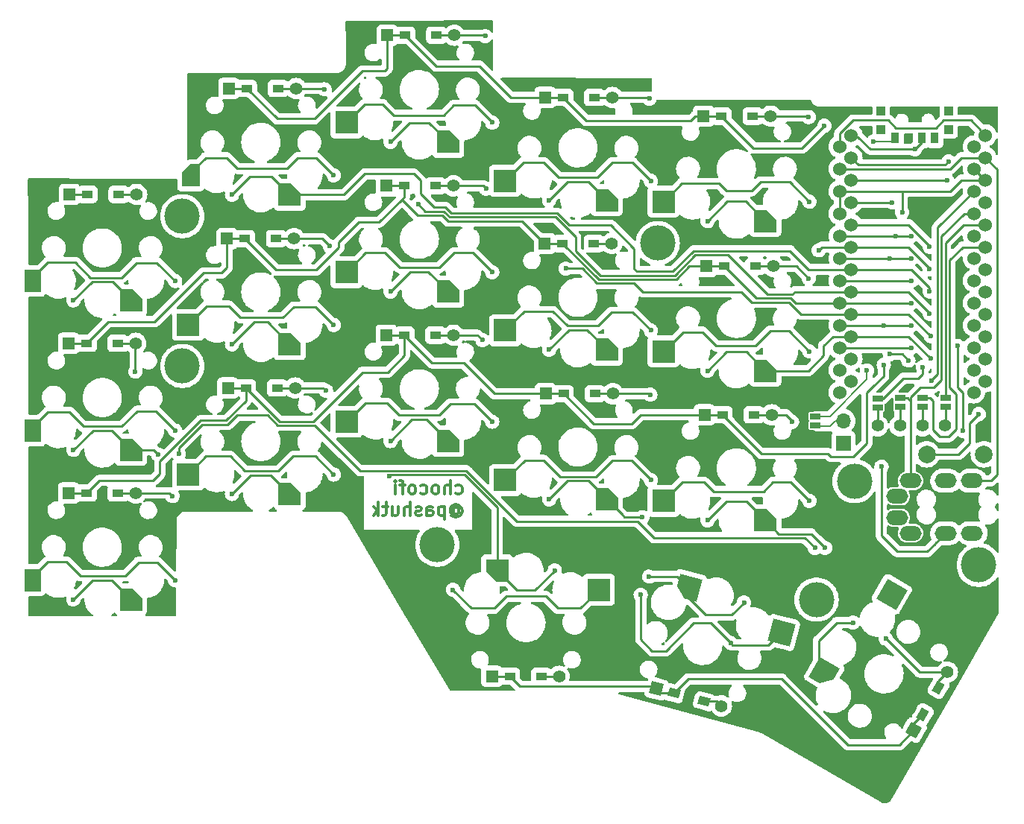
<source format=gbl>
G04 #@! TF.GenerationSoftware,KiCad,Pcbnew,(6.0.0)*
G04 #@! TF.CreationDate,2022-01-23T19:36:19+05:00*
G04 #@! TF.ProjectId,chocofi,63686f63-6f66-4692-9e6b-696361645f70,2.1*
G04 #@! TF.SameCoordinates,Original*
G04 #@! TF.FileFunction,Copper,L2,Bot*
G04 #@! TF.FilePolarity,Positive*
%FSLAX46Y46*%
G04 Gerber Fmt 4.6, Leading zero omitted, Abs format (unit mm)*
G04 Created by KiCad (PCBNEW (6.0.0)) date 2022-01-23 19:36:19*
%MOMM*%
%LPD*%
G01*
G04 APERTURE LIST*
G04 Aperture macros list*
%AMRotRect*
0 Rectangle, with rotation*
0 The origin of the aperture is its center*
0 $1 length*
0 $2 width*
0 $3 Rotation angle, in degrees counterclockwise*
0 Add horizontal line*
21,1,$1,$2,0,0,$3*%
%AMOutline5P*
0 Free polygon, 5 corners , with rotation*
0 The origin of the aperture is its center*
0 number of corners: always 5*
0 $1 to $10 corner X, Y*
0 $11 Rotation angle, in degrees counterclockwise*
0 create outline with 5 corners*
4,1,5,$1,$2,$3,$4,$5,$6,$7,$8,$9,$10,$1,$2,$11*%
%AMOutline6P*
0 Free polygon, 6 corners , with rotation*
0 The origin of the aperture is its center*
0 number of corners: always 6*
0 $1 to $12 corner X, Y*
0 $13 Rotation angle, in degrees counterclockwise*
0 create outline with 6 corners*
4,1,6,$1,$2,$3,$4,$5,$6,$7,$8,$9,$10,$11,$12,$1,$2,$13*%
%AMOutline7P*
0 Free polygon, 7 corners , with rotation*
0 The origin of the aperture is its center*
0 number of corners: always 7*
0 $1 to $14 corner X, Y*
0 $15 Rotation angle, in degrees counterclockwise*
0 create outline with 7 corners*
4,1,7,$1,$2,$3,$4,$5,$6,$7,$8,$9,$10,$11,$12,$13,$14,$1,$2,$15*%
%AMOutline8P*
0 Free polygon, 8 corners , with rotation*
0 The origin of the aperture is its center*
0 number of corners: always 8*
0 $1 to $16 corner X, Y*
0 $17 Rotation angle, in degrees counterclockwise*
0 create outline with 8 corners*
4,1,8,$1,$2,$3,$4,$5,$6,$7,$8,$9,$10,$11,$12,$13,$14,$15,$16,$1,$2,$17*%
G04 Aperture macros list end*
%ADD10C,0.300000*%
G04 #@! TA.AperFunction,NonConductor*
%ADD11C,0.300000*%
G04 #@! TD*
G04 #@! TA.AperFunction,ComponentPad*
%ADD12O,1.700000X1.700000*%
G04 #@! TD*
G04 #@! TA.AperFunction,ComponentPad*
%ADD13R,1.700000X1.700000*%
G04 #@! TD*
G04 #@! TA.AperFunction,SMDPad,CuDef*
%ADD14R,1.143000X0.635000*%
G04 #@! TD*
G04 #@! TA.AperFunction,SMDPad,CuDef*
%ADD15R,0.900000X1.300000*%
G04 #@! TD*
G04 #@! TA.AperFunction,SMDPad,CuDef*
%ADD16R,1.000000X1.000000*%
G04 #@! TD*
G04 #@! TA.AperFunction,ComponentPad*
%ADD17R,1.397000X1.397000*%
G04 #@! TD*
G04 #@! TA.AperFunction,SMDPad,CuDef*
%ADD18R,1.300000X0.950000*%
G04 #@! TD*
G04 #@! TA.AperFunction,ComponentPad*
%ADD19C,1.397000*%
G04 #@! TD*
G04 #@! TA.AperFunction,SMDPad,CuDef*
%ADD20RotRect,1.300000X0.950000X345.000000*%
G04 #@! TD*
G04 #@! TA.AperFunction,ComponentPad*
%ADD21RotRect,1.397000X1.397000X345.000000*%
G04 #@! TD*
G04 #@! TA.AperFunction,ComponentPad*
%ADD22RotRect,1.397000X1.397000X60.000000*%
G04 #@! TD*
G04 #@! TA.AperFunction,SMDPad,CuDef*
%ADD23RotRect,1.300000X0.950000X60.000000*%
G04 #@! TD*
G04 #@! TA.AperFunction,ComponentPad*
%ADD24O,2.500000X1.700000*%
G04 #@! TD*
G04 #@! TA.AperFunction,SMDPad,CuDef*
%ADD25Outline5P,-1.300000X1.300000X0.130000X1.300000X1.300000X0.130000X1.300000X-1.300000X-1.300000X-1.300000X0.000000*%
G04 #@! TD*
G04 #@! TA.AperFunction,SMDPad,CuDef*
%ADD26R,1.850000X2.600000*%
G04 #@! TD*
G04 #@! TA.AperFunction,SMDPad,CuDef*
%ADD27Outline5P,-1.025000X0.275000X0.000000X1.300000X1.025000X1.300000X1.025000X-1.300000X-1.025000X-1.300000X0.000000*%
G04 #@! TD*
G04 #@! TA.AperFunction,SMDPad,CuDef*
%ADD28R,2.600000X2.600000*%
G04 #@! TD*
G04 #@! TA.AperFunction,SMDPad,CuDef*
%ADD29R,1.875000X2.600000*%
G04 #@! TD*
G04 #@! TA.AperFunction,SMDPad,CuDef*
%ADD30Outline5P,-1.300000X1.300000X0.130000X1.300000X1.300000X0.130000X1.300000X-1.300000X-1.300000X-1.300000X180.000000*%
G04 #@! TD*
G04 #@! TA.AperFunction,SMDPad,CuDef*
%ADD31Outline5P,-1.300000X1.300000X0.130000X1.300000X1.300000X0.130000X1.300000X-1.300000X-1.300000X-1.300000X165.000000*%
G04 #@! TD*
G04 #@! TA.AperFunction,SMDPad,CuDef*
%ADD32RotRect,2.600000X2.600000X165.000000*%
G04 #@! TD*
G04 #@! TA.AperFunction,SMDPad,CuDef*
%ADD33Outline5P,-1.300000X1.300000X0.130000X1.300000X1.300000X0.130000X1.300000X-1.300000X-1.300000X-1.300000X240.000000*%
G04 #@! TD*
G04 #@! TA.AperFunction,SMDPad,CuDef*
%ADD34RotRect,2.600000X2.600000X240.000000*%
G04 #@! TD*
G04 #@! TA.AperFunction,ComponentPad*
%ADD35C,1.524000*%
G04 #@! TD*
G04 #@! TA.AperFunction,ComponentPad*
%ADD36C,2.000000*%
G04 #@! TD*
G04 #@! TA.AperFunction,ComponentPad*
%ADD37C,4.000000*%
G04 #@! TD*
G04 #@! TA.AperFunction,ViaPad*
%ADD38C,0.600000*%
G04 #@! TD*
G04 #@! TA.AperFunction,Conductor*
%ADD39C,0.200000*%
G04 #@! TD*
G04 #@! TA.AperFunction,Conductor*
%ADD40C,0.250000*%
G04 #@! TD*
G04 APERTURE END LIST*
D10*
D11*
X126055000Y-98289642D02*
X126197857Y-98361071D01*
X126483571Y-98361071D01*
X126626428Y-98289642D01*
X126697857Y-98218214D01*
X126769285Y-98075357D01*
X126769285Y-97646785D01*
X126697857Y-97503928D01*
X126626428Y-97432500D01*
X126483571Y-97361071D01*
X126197857Y-97361071D01*
X126055000Y-97432500D01*
X125412142Y-98361071D02*
X125412142Y-96861071D01*
X124769285Y-98361071D02*
X124769285Y-97575357D01*
X124840714Y-97432500D01*
X124983571Y-97361071D01*
X125197857Y-97361071D01*
X125340714Y-97432500D01*
X125412142Y-97503928D01*
X123840714Y-98361071D02*
X123983571Y-98289642D01*
X124055000Y-98218214D01*
X124126428Y-98075357D01*
X124126428Y-97646785D01*
X124055000Y-97503928D01*
X123983571Y-97432500D01*
X123840714Y-97361071D01*
X123626428Y-97361071D01*
X123483571Y-97432500D01*
X123412142Y-97503928D01*
X123340714Y-97646785D01*
X123340714Y-98075357D01*
X123412142Y-98218214D01*
X123483571Y-98289642D01*
X123626428Y-98361071D01*
X123840714Y-98361071D01*
X122055000Y-98289642D02*
X122197857Y-98361071D01*
X122483571Y-98361071D01*
X122626428Y-98289642D01*
X122697857Y-98218214D01*
X122769285Y-98075357D01*
X122769285Y-97646785D01*
X122697857Y-97503928D01*
X122626428Y-97432500D01*
X122483571Y-97361071D01*
X122197857Y-97361071D01*
X122055000Y-97432500D01*
X121197857Y-98361071D02*
X121340714Y-98289642D01*
X121412142Y-98218214D01*
X121483571Y-98075357D01*
X121483571Y-97646785D01*
X121412142Y-97503928D01*
X121340714Y-97432500D01*
X121197857Y-97361071D01*
X120983571Y-97361071D01*
X120840714Y-97432500D01*
X120769285Y-97503928D01*
X120697857Y-97646785D01*
X120697857Y-98075357D01*
X120769285Y-98218214D01*
X120840714Y-98289642D01*
X120983571Y-98361071D01*
X121197857Y-98361071D01*
X120269285Y-97361071D02*
X119697857Y-97361071D01*
X120055000Y-98361071D02*
X120055000Y-97075357D01*
X119983571Y-96932500D01*
X119840714Y-96861071D01*
X119697857Y-96861071D01*
X119197857Y-98361071D02*
X119197857Y-97361071D01*
X119197857Y-96861071D02*
X119269285Y-96932500D01*
X119197857Y-97003928D01*
X119126428Y-96932500D01*
X119197857Y-96861071D01*
X119197857Y-97003928D01*
X125769285Y-100061785D02*
X125840714Y-99990357D01*
X125983571Y-99918928D01*
X126126428Y-99918928D01*
X126269285Y-99990357D01*
X126340714Y-100061785D01*
X126412142Y-100204642D01*
X126412142Y-100347500D01*
X126340714Y-100490357D01*
X126269285Y-100561785D01*
X126126428Y-100633214D01*
X125983571Y-100633214D01*
X125840714Y-100561785D01*
X125769285Y-100490357D01*
X125769285Y-99918928D02*
X125769285Y-100490357D01*
X125697857Y-100561785D01*
X125626428Y-100561785D01*
X125483571Y-100490357D01*
X125412142Y-100347500D01*
X125412142Y-99990357D01*
X125555000Y-99776071D01*
X125769285Y-99633214D01*
X126055000Y-99561785D01*
X126340714Y-99633214D01*
X126555000Y-99776071D01*
X126697857Y-99990357D01*
X126769285Y-100276071D01*
X126697857Y-100561785D01*
X126555000Y-100776071D01*
X126340714Y-100918928D01*
X126055000Y-100990357D01*
X125769285Y-100918928D01*
X125555000Y-100776071D01*
X124769285Y-99776071D02*
X124769285Y-101276071D01*
X124769285Y-99847500D02*
X124626428Y-99776071D01*
X124340714Y-99776071D01*
X124197857Y-99847500D01*
X124126428Y-99918928D01*
X124055000Y-100061785D01*
X124055000Y-100490357D01*
X124126428Y-100633214D01*
X124197857Y-100704642D01*
X124340714Y-100776071D01*
X124626428Y-100776071D01*
X124769285Y-100704642D01*
X122769285Y-100776071D02*
X122769285Y-99990357D01*
X122840714Y-99847500D01*
X122983571Y-99776071D01*
X123269285Y-99776071D01*
X123412142Y-99847500D01*
X122769285Y-100704642D02*
X122912142Y-100776071D01*
X123269285Y-100776071D01*
X123412142Y-100704642D01*
X123483571Y-100561785D01*
X123483571Y-100418928D01*
X123412142Y-100276071D01*
X123269285Y-100204642D01*
X122912142Y-100204642D01*
X122769285Y-100133214D01*
X122126428Y-100704642D02*
X121983571Y-100776071D01*
X121697857Y-100776071D01*
X121555000Y-100704642D01*
X121483571Y-100561785D01*
X121483571Y-100490357D01*
X121555000Y-100347500D01*
X121697857Y-100276071D01*
X121912142Y-100276071D01*
X122055000Y-100204642D01*
X122126428Y-100061785D01*
X122126428Y-99990357D01*
X122055000Y-99847500D01*
X121912142Y-99776071D01*
X121697857Y-99776071D01*
X121555000Y-99847500D01*
X120840714Y-100776071D02*
X120840714Y-99276071D01*
X120197857Y-100776071D02*
X120197857Y-99990357D01*
X120269285Y-99847500D01*
X120412142Y-99776071D01*
X120626428Y-99776071D01*
X120769285Y-99847500D01*
X120840714Y-99918928D01*
X118840714Y-99776071D02*
X118840714Y-100776071D01*
X119483571Y-99776071D02*
X119483571Y-100561785D01*
X119412142Y-100704642D01*
X119269285Y-100776071D01*
X119055000Y-100776071D01*
X118912142Y-100704642D01*
X118840714Y-100633214D01*
X118340714Y-99776071D02*
X117769285Y-99776071D01*
X118126428Y-99276071D02*
X118126428Y-100561785D01*
X118055000Y-100704642D01*
X117912142Y-100776071D01*
X117769285Y-100776071D01*
X117269285Y-100776071D02*
X117269285Y-99276071D01*
X117126428Y-100204642D02*
X116697857Y-100776071D01*
X116697857Y-99776071D02*
X117269285Y-100347500D01*
D12*
X170053000Y-90043000D03*
D13*
X170053000Y-92583000D03*
D14*
X166878000Y-89542620D03*
X166878000Y-90543380D03*
D15*
X175931000Y-57880000D03*
X178931000Y-57880000D03*
X180431000Y-57880000D03*
D16*
X182031000Y-56930000D03*
X182031000Y-54830000D03*
X174331000Y-54830000D03*
X174331000Y-56930000D03*
D17*
X82194400Y-64312800D03*
D18*
X84229400Y-64312800D03*
X87779400Y-64312800D03*
D19*
X89814400Y-64312800D03*
D17*
X100279200Y-52273200D03*
D18*
X102314200Y-52273200D03*
D19*
X107899200Y-52273200D03*
D18*
X105864200Y-52273200D03*
D17*
X118262400Y-46228000D03*
D18*
X120297400Y-46228000D03*
D19*
X125882400Y-46228000D03*
D18*
X123847400Y-46228000D03*
X138229800Y-53289200D03*
D17*
X136194800Y-53289200D03*
D18*
X141779800Y-53289200D03*
D19*
X143814800Y-53289200D03*
D17*
X154178000Y-55422800D03*
D18*
X156213000Y-55422800D03*
X159763000Y-55422800D03*
D19*
X161798000Y-55422800D03*
D17*
X82092800Y-81229200D03*
D18*
X84127800Y-81229200D03*
D19*
X89712800Y-81229200D03*
D18*
X87677800Y-81229200D03*
D17*
X100076000Y-69342000D03*
D18*
X102111000Y-69342000D03*
D19*
X107696000Y-69342000D03*
D18*
X105661000Y-69342000D03*
X120195800Y-63347600D03*
D17*
X118160800Y-63347600D03*
D18*
X123745800Y-63347600D03*
D19*
X125780800Y-63347600D03*
D18*
X138179000Y-69900800D03*
D17*
X136144000Y-69900800D03*
D19*
X143764000Y-69900800D03*
D18*
X141729000Y-69900800D03*
X156517800Y-72491600D03*
D17*
X154482800Y-72491600D03*
D18*
X160067800Y-72491600D03*
D19*
X162102800Y-72491600D03*
D17*
X82092800Y-98247200D03*
D18*
X84127800Y-98247200D03*
D19*
X89712800Y-98247200D03*
D18*
X87677800Y-98247200D03*
D17*
X100177600Y-86309200D03*
D18*
X102212600Y-86309200D03*
D19*
X107797600Y-86309200D03*
D18*
X105762600Y-86309200D03*
D17*
X118160800Y-80314800D03*
D18*
X120195800Y-80314800D03*
X123745800Y-80314800D03*
D19*
X125780800Y-80314800D03*
D17*
X136245600Y-86969600D03*
D18*
X138280600Y-86969600D03*
D19*
X143865600Y-86969600D03*
D18*
X141830600Y-86969600D03*
X156314600Y-89357200D03*
D17*
X154279600Y-89357200D03*
D18*
X159864600Y-89357200D03*
D19*
X161899600Y-89357200D03*
D18*
X132184600Y-119075200D03*
D17*
X130149600Y-119075200D03*
D18*
X135734600Y-119075200D03*
D19*
X137769600Y-119075200D03*
D20*
X150799764Y-121001192D03*
D21*
X148834105Y-120474495D03*
D19*
X156194459Y-122446697D03*
D20*
X154228800Y-121920000D03*
D22*
X178053166Y-125194992D03*
D23*
X179070666Y-123432630D03*
X180845666Y-120358240D03*
D19*
X181863166Y-118595878D03*
D24*
X176160000Y-101061000D03*
X176160000Y-98611000D03*
X184660000Y-102811000D03*
X184660000Y-96861000D03*
X181660000Y-96861000D03*
X181660000Y-102811000D03*
X177660000Y-96861000D03*
X177660000Y-102811000D03*
D25*
X89185000Y-76350000D03*
D26*
X78010000Y-74150000D03*
D25*
X107185000Y-64350000D03*
D27*
X95960000Y-62150000D03*
D25*
X125185000Y-58350000D03*
D28*
X113635000Y-56150000D03*
D25*
X143185000Y-64970000D03*
D28*
X131635000Y-62770000D03*
D25*
X161185000Y-67350000D03*
D28*
X149635000Y-65150000D03*
D25*
X89185000Y-93350000D03*
D29*
X78010000Y-91150000D03*
D25*
X107185000Y-81350000D03*
D28*
X95635000Y-79150000D03*
D25*
X125185000Y-75350000D03*
D28*
X113635000Y-73150000D03*
D25*
X143185000Y-81970000D03*
D28*
X131635000Y-79770000D03*
D25*
X161185000Y-84350000D03*
D28*
X149635000Y-82150000D03*
D25*
X89185000Y-110350000D03*
D29*
X78010000Y-108150000D03*
D25*
X107185000Y-98350000D03*
D28*
X95635000Y-96150000D03*
D25*
X125185000Y-92350000D03*
D28*
X113635000Y-90150000D03*
D25*
X143185000Y-98975000D03*
D28*
X131635000Y-96775000D03*
D25*
X161185000Y-101350000D03*
D28*
X149635000Y-99150000D03*
D30*
X130735000Y-107040000D03*
D28*
X142285000Y-109240000D03*
D31*
X152436566Y-108985109D03*
D32*
X163023608Y-114099506D03*
D33*
X167869649Y-118651233D03*
D34*
X175549905Y-109748640D03*
D35*
X169620000Y-58870400D03*
X186166400Y-57600400D03*
X186166400Y-60140400D03*
X169620000Y-61410400D03*
X186166400Y-62680400D03*
X169620000Y-63950400D03*
X186166400Y-65220400D03*
X169620000Y-66490400D03*
X169620000Y-69030400D03*
X186166400Y-67760400D03*
X169620000Y-71570400D03*
X186166400Y-70300400D03*
X169620000Y-74110400D03*
X186166400Y-72840400D03*
X169620000Y-76650400D03*
X186166400Y-75380400D03*
X186166400Y-77920400D03*
X169620000Y-79190400D03*
X186166400Y-80460400D03*
X169620000Y-81730400D03*
X186166400Y-83000400D03*
X169620000Y-84270400D03*
X186166400Y-85540400D03*
X169620000Y-86810400D03*
X170946400Y-85540400D03*
X184860000Y-86810400D03*
X170946400Y-83000400D03*
X184860000Y-84270400D03*
X184860000Y-81730400D03*
X170946400Y-80460400D03*
X184860000Y-79190400D03*
X170946400Y-77920400D03*
X184860000Y-76650400D03*
X170946400Y-75380400D03*
X184860000Y-74110400D03*
X170946400Y-72840400D03*
X184860000Y-71570400D03*
X170946400Y-70300400D03*
X170946400Y-67760400D03*
X184860000Y-69030400D03*
X184860000Y-66490400D03*
X170946400Y-65220400D03*
X184860000Y-63950400D03*
X170946400Y-62680400D03*
X170946400Y-60140400D03*
X184860000Y-61410400D03*
X184860000Y-58870400D03*
X170946400Y-57600400D03*
D19*
X173930000Y-90608400D03*
X176470000Y-90608400D03*
X179010000Y-90608400D03*
X181550000Y-90608400D03*
D36*
X186003000Y-93853000D03*
X179503000Y-93853000D03*
D37*
X171323000Y-96901000D03*
X185420000Y-106426000D03*
X95000000Y-66802000D03*
X148971000Y-69850000D03*
X123952000Y-104140000D03*
X167005000Y-110363000D03*
X95000000Y-83820000D03*
D14*
X176480000Y-87478020D03*
X176480000Y-88478780D03*
X173930000Y-87507620D03*
X173930000Y-88508380D03*
X181640000Y-87428020D03*
X181640000Y-88428780D03*
X179060000Y-87448020D03*
X179060000Y-88448780D03*
D38*
X164211000Y-90170000D03*
X173482000Y-58293000D03*
X178181000Y-59182000D03*
X181991000Y-60579000D03*
X181794600Y-62680400D03*
X175583400Y-65220400D03*
X182118000Y-56896000D03*
X182118000Y-54864000D03*
X174371000Y-56896000D03*
X174371000Y-54864000D03*
X172720000Y-84328000D03*
X174371000Y-95250000D03*
X174625000Y-79248000D03*
X174625000Y-83693000D03*
X177419000Y-83185000D03*
X175317600Y-82480600D03*
X175317600Y-71570400D03*
X175952600Y-69030400D03*
X176714600Y-66351600D03*
X177800000Y-74110400D03*
X167894000Y-56515000D03*
X177800000Y-76650400D03*
X94185000Y-74150000D03*
X177800000Y-79190400D03*
X112185000Y-62150000D03*
X111150400Y-52374800D03*
X183032400Y-81534000D03*
X177800000Y-81730400D03*
X183642000Y-91186000D03*
X129387600Y-46329600D03*
X130185000Y-56150000D03*
X148031200Y-53441600D03*
X148185000Y-62770000D03*
X166116000Y-55524400D03*
X166185000Y-65150000D03*
X94185000Y-91150000D03*
X89662000Y-84455000D03*
X112185000Y-79150000D03*
X111760000Y-70205600D03*
X130185000Y-73150000D03*
X129489200Y-63652400D03*
X148185000Y-79770000D03*
X166185000Y-82150000D03*
X166116000Y-73863200D03*
X94185000Y-108150000D03*
X93878400Y-98602800D03*
X112185000Y-96150000D03*
X111302800Y-86614000D03*
X130185000Y-90150000D03*
X129082800Y-80873600D03*
X148185000Y-96775000D03*
X148132800Y-87071200D03*
X166185000Y-99150000D03*
X125735000Y-109240000D03*
X147037535Y-109816051D03*
X157251400Y-115290600D03*
X174866300Y-114795300D03*
X175549905Y-109748640D03*
X179070000Y-83947000D03*
X179832000Y-70256400D03*
X94589600Y-93776800D03*
X179832000Y-72796400D03*
X167233600Y-70662800D03*
X166830000Y-104495600D03*
X82635000Y-110350000D03*
X92252800Y-93878400D03*
X82635000Y-93350000D03*
X82635000Y-76350000D03*
X100635000Y-64350000D03*
X179832000Y-75336400D03*
X100635000Y-81350000D03*
X100635000Y-98350000D03*
X179832000Y-77876400D03*
X137285000Y-107040000D03*
X118635000Y-58350000D03*
X118635000Y-92350000D03*
X118635000Y-75350000D03*
X118480000Y-96334500D03*
X121767600Y-65430400D03*
X158763380Y-110680374D03*
X136635000Y-98975000D03*
X136635000Y-64970000D03*
X147980400Y-107746800D03*
X179959000Y-80416400D03*
X136635000Y-81970000D03*
X147218400Y-100990400D03*
X138531600Y-72745600D03*
X171144649Y-112978767D03*
X154635000Y-101350000D03*
X154635000Y-67350000D03*
X154635000Y-84350000D03*
X179959000Y-82956400D03*
X167970000Y-104480000D03*
X185420000Y-89281000D03*
X180086000Y-85471000D03*
X177800000Y-71570400D03*
X177800000Y-69030400D03*
D39*
X172720000Y-85344000D02*
X172720000Y-84328000D01*
X168521380Y-89542620D02*
X172720000Y-85344000D01*
D40*
X164211000Y-90043000D02*
X164211000Y-90170000D01*
X163525200Y-89357200D02*
X164211000Y-90043000D01*
D39*
X173482000Y-58293000D02*
X175895000Y-58293000D01*
D40*
X178931000Y-58432000D02*
X178181000Y-59182000D01*
X178931000Y-57880000D02*
X178931000Y-58432000D01*
X171704000Y-57785000D02*
X171450000Y-57785000D01*
X173101000Y-59182000D02*
X171704000Y-57785000D01*
X178181000Y-59182000D02*
X173101000Y-59182000D01*
X181610000Y-60960000D02*
X181991000Y-60579000D01*
X171766000Y-60960000D02*
X181610000Y-60960000D01*
X170946400Y-60140400D02*
X171766000Y-60960000D01*
X170946400Y-62680400D02*
X181794600Y-62680400D01*
X170946400Y-65220400D02*
X175583400Y-65220400D01*
X184531000Y-55880000D02*
X185674000Y-57023000D01*
X186182000Y-57531000D02*
X185928000Y-57531000D01*
X181431978Y-55880000D02*
X184531000Y-55880000D01*
X185928000Y-57531000D02*
X185801000Y-57404000D01*
X180557457Y-56754521D02*
X181431978Y-55880000D01*
X176007521Y-56754521D02*
X180557457Y-56754521D01*
X175133000Y-55880000D02*
X176007521Y-56754521D01*
X171130240Y-55880000D02*
X175133000Y-55880000D01*
X169620000Y-57390240D02*
X171130240Y-55880000D01*
X169620000Y-58870400D02*
X169620000Y-57390240D01*
D39*
X166878000Y-89542620D02*
X168521380Y-89542620D01*
X167132000Y-90678000D02*
X167005000Y-90551000D01*
X169164000Y-90043000D02*
X168529000Y-90678000D01*
X168529000Y-90678000D02*
X167132000Y-90678000D01*
X170053000Y-90043000D02*
X169164000Y-90043000D01*
D40*
X174371000Y-103124000D02*
X174371000Y-95250000D01*
X176149000Y-104902000D02*
X174371000Y-103124000D01*
X179578000Y-104902000D02*
X176149000Y-104902000D01*
X180485480Y-103985520D02*
X180485480Y-103994520D01*
X180485480Y-103994520D02*
X179578000Y-104902000D01*
X181660000Y-102811000D02*
X180485480Y-103985520D01*
X172720000Y-86868000D02*
X173482000Y-86106000D01*
X174625000Y-84963000D02*
X174625000Y-83693000D01*
X171196000Y-94107000D02*
X172720000Y-92583000D01*
X168656000Y-94107000D02*
X171196000Y-94107000D01*
X172720000Y-92583000D02*
X172720000Y-86868000D01*
X168306511Y-93757511D02*
X168656000Y-94107000D01*
X173482000Y-86106000D02*
X174625000Y-84963000D01*
X176714600Y-82480600D02*
X177419000Y-83185000D01*
X175317600Y-82480600D02*
X176714600Y-82480600D01*
X175317600Y-71570400D02*
X177800000Y-71570400D01*
X175952600Y-69030400D02*
X177800000Y-69030400D01*
X179070000Y-84709000D02*
X179070000Y-83947000D01*
X178562000Y-85217000D02*
X179070000Y-84709000D01*
X176851400Y-85217000D02*
X178562000Y-85217000D01*
X174560780Y-87507620D02*
X176851400Y-85217000D01*
X176714600Y-63950400D02*
X176714600Y-66351600D01*
X176714600Y-63950400D02*
X169620000Y-63950400D01*
X182201000Y-63950400D02*
X176714600Y-63950400D01*
X161899600Y-89357200D02*
X163525200Y-89357200D01*
X156314600Y-89357200D02*
X160714911Y-93757511D01*
X160714911Y-93757511D02*
X168306511Y-93757511D01*
X102314200Y-52273200D02*
X100279200Y-52273200D01*
X128727200Y-49733200D02*
X132283200Y-53289200D01*
X140871400Y-55930800D02*
X138229800Y-53289200D01*
X152721500Y-55930800D02*
X140871400Y-55930800D01*
X159845200Y-59055000D02*
X156213000Y-55422800D01*
X120297400Y-46228000D02*
X118262400Y-46228000D01*
X153229500Y-55422800D02*
X152721500Y-55930800D01*
X165354000Y-59055000D02*
X159845200Y-59055000D01*
X118262400Y-46228000D02*
X118262400Y-50012600D01*
X123802600Y-49733200D02*
X128727200Y-49733200D01*
X154178000Y-55422800D02*
X153229500Y-55422800D01*
X84229400Y-64312800D02*
X82194400Y-64312800D01*
X118262400Y-50012600D02*
X117983000Y-50292000D01*
X132283200Y-53289200D02*
X136194800Y-53289200D01*
X105768600Y-55727600D02*
X102314200Y-52273200D01*
X169620000Y-74110400D02*
X177800000Y-74110400D01*
X138229800Y-53289200D02*
X136194800Y-53289200D01*
X117983000Y-50292000D02*
X115443000Y-50292000D01*
X110007400Y-55727600D02*
X105768600Y-55727600D01*
X115443000Y-50292000D02*
X110007400Y-55727600D01*
X156213000Y-55422800D02*
X154178000Y-55422800D01*
X120297400Y-46228000D02*
X123802600Y-49733200D01*
X167894000Y-56515000D02*
X165354000Y-59055000D01*
X164071887Y-76110969D02*
X164668918Y-76708000D01*
X138179000Y-69900800D02*
X136144000Y-69900800D01*
X115062000Y-67462400D02*
X112776000Y-69748400D01*
X120195800Y-63347600D02*
X120195800Y-64614600D01*
X169620000Y-76650400D02*
X177800000Y-76650400D01*
X86566200Y-78790800D02*
X91846400Y-78790800D01*
X160137169Y-76110969D02*
X164071887Y-76110969D01*
X100076000Y-72644000D02*
X100076000Y-69342000D01*
X102111000Y-69342000D02*
X100076000Y-69342000D01*
X121716800Y-66700400D02*
X119913400Y-64897000D01*
X97383600Y-73253600D02*
X99466400Y-73253600D01*
X112776000Y-69748400D02*
X112776000Y-70358000D01*
X154482800Y-72491600D02*
X152552400Y-72491600D01*
X110236000Y-72898000D02*
X105667000Y-72898000D01*
X133596320Y-67353120D02*
X125163520Y-67353120D01*
X84127800Y-81229200D02*
X86566200Y-78790800D01*
X136144000Y-69900800D02*
X133596320Y-67353120D01*
X119913400Y-64897000D02*
X117348000Y-67462400D01*
X151071520Y-73972480D02*
X142250680Y-73972480D01*
X112776000Y-70358000D02*
X110236000Y-72898000D01*
X120195800Y-64614600D02*
X119913400Y-64897000D01*
X105667000Y-72898000D02*
X102111000Y-69342000D01*
X99466400Y-73253600D02*
X100076000Y-72644000D01*
X169562400Y-76708000D02*
X169620000Y-76650400D01*
X91846400Y-78790800D02*
X97383600Y-73253600D01*
X156517800Y-72491600D02*
X154482800Y-72491600D01*
X125163520Y-67353120D02*
X124510800Y-66700400D01*
X142250680Y-73972480D02*
X138179000Y-69900800D01*
X120195800Y-63347600D02*
X118160800Y-63347600D01*
X124510800Y-66700400D02*
X121716800Y-66700400D01*
X152552400Y-72491600D02*
X151071520Y-73972480D01*
X84127800Y-81229200D02*
X82092800Y-81229200D01*
X156517800Y-72491600D02*
X160137169Y-76110969D01*
X117348000Y-67462400D02*
X115062000Y-67462400D01*
X164668918Y-76708000D02*
X169562400Y-76708000D01*
X89763600Y-72085200D02*
X92120200Y-72085200D01*
X77635000Y-74150000D02*
X79750600Y-72034400D01*
X88079520Y-73769280D02*
X89763600Y-72085200D01*
X82845123Y-72034400D02*
X84580003Y-73769280D01*
X84580003Y-73769280D02*
X88079520Y-73769280D01*
X79750600Y-72034400D02*
X82845123Y-72034400D01*
X87779400Y-64312800D02*
X89814400Y-64312800D01*
X92120200Y-72085200D02*
X94185000Y-74150000D01*
X97078800Y-90017600D02*
X92456000Y-94640400D01*
X102212600Y-87779400D02*
X99974400Y-90017600D01*
X138280600Y-86969600D02*
X136245600Y-86969600D01*
X92456000Y-94640400D02*
X92456000Y-96062800D01*
X130454400Y-86969600D02*
X126949200Y-83464400D01*
X123345400Y-83464400D02*
X120195800Y-80314800D01*
X102212600Y-86309200D02*
X102212600Y-87779400D01*
X145999200Y-90373200D02*
X141684200Y-90373200D01*
X109829600Y-90119200D02*
X106022600Y-90119200D01*
X85550200Y-96824800D02*
X84127800Y-98247200D01*
X120195800Y-80314800D02*
X118160800Y-80314800D01*
X141684200Y-90373200D02*
X138280600Y-86969600D01*
X120195800Y-82648600D02*
X118313200Y-84531200D01*
X99974400Y-90017600D02*
X97078800Y-90017600D01*
X92456000Y-96062800D02*
X91694000Y-96824800D01*
X84127800Y-98247200D02*
X82092800Y-98247200D01*
X91694000Y-96824800D02*
X85550200Y-96824800D01*
X115417600Y-84531200D02*
X109829600Y-90119200D01*
X169620000Y-79190400D02*
X177800000Y-79190400D01*
X118313200Y-84531200D02*
X115417600Y-84531200D01*
X156314600Y-89357200D02*
X154279600Y-89357200D01*
X136245600Y-86969600D02*
X130454400Y-86969600D01*
X120195800Y-80314800D02*
X120195800Y-82648600D01*
X147015200Y-89357200D02*
X145999200Y-90373200D01*
X154279600Y-89357200D02*
X147015200Y-89357200D01*
X102212600Y-86309200D02*
X100177600Y-86309200D01*
X126949200Y-83464400D02*
X123345400Y-83464400D01*
X106022600Y-90119200D02*
X102212600Y-86309200D01*
X101266257Y-61366400D02*
X106883200Y-61366400D01*
X106883200Y-61366400D02*
X108102400Y-60147200D01*
X105864200Y-52273200D02*
X107899200Y-52273200D01*
X107899200Y-52273200D02*
X111048800Y-52273200D01*
X97637800Y-60147200D02*
X100047057Y-60147200D01*
X95635000Y-62150000D02*
X97637800Y-60147200D01*
X110182200Y-60147200D02*
X112185000Y-62150000D01*
X100047057Y-60147200D02*
X101266257Y-61366400D01*
X108102400Y-60147200D02*
X110182200Y-60147200D01*
X111048800Y-52273200D02*
X111150400Y-52374800D01*
X133353000Y-120243600D02*
X132184600Y-119075200D01*
X178053166Y-124450130D02*
X179070666Y-123432630D01*
X152420956Y-119380000D02*
X163068000Y-119380000D01*
X169620000Y-81730400D02*
X177800000Y-81730400D01*
X176403000Y-126873000D02*
X178053166Y-125222834D01*
X183591200Y-91135200D02*
X183642000Y-91186000D01*
X150799764Y-121001192D02*
X149360802Y-121001192D01*
X183032400Y-86258400D02*
X183591200Y-86817200D01*
X170561000Y-126873000D02*
X176403000Y-126873000D01*
X178053166Y-125194992D02*
X178053166Y-124450130D01*
X150799764Y-121001192D02*
X152420956Y-119380000D01*
X149360802Y-121001192D02*
X148834105Y-120474495D01*
X148834105Y-120474495D02*
X148603210Y-120243600D01*
X148603210Y-120243600D02*
X133353000Y-120243600D01*
X132184600Y-119075200D02*
X130149600Y-119075200D01*
X163068000Y-119380000D02*
X170561000Y-126873000D01*
X183032400Y-81534000D02*
X183032400Y-86258400D01*
X178053166Y-125222834D02*
X178053166Y-125194992D01*
X183591200Y-86817200D02*
X183591200Y-91135200D01*
X113635000Y-56150000D02*
X115683000Y-54102000D01*
X117754400Y-54102000D02*
X118973600Y-55321200D01*
X129387600Y-46329600D02*
X129286000Y-46228000D01*
X115683000Y-54102000D02*
X117754400Y-54102000D01*
X125780800Y-54203600D02*
X128238600Y-54203600D01*
X118973600Y-55321200D02*
X124663200Y-55321200D01*
X124663200Y-55321200D02*
X125780800Y-54203600D01*
X125882400Y-46228000D02*
X123847400Y-46228000D01*
X128238600Y-54203600D02*
X130185000Y-56150000D01*
X129286000Y-46228000D02*
X125882400Y-46228000D01*
X147878800Y-53289200D02*
X148031200Y-53441600D01*
X142138400Y-62382400D02*
X143814800Y-60706000D01*
X143814800Y-60706000D02*
X146121000Y-60706000D01*
X133699000Y-60706000D02*
X136042400Y-60706000D01*
X143814800Y-53289200D02*
X147878800Y-53289200D01*
X137718800Y-62382400D02*
X142138400Y-62382400D01*
X131635000Y-62770000D02*
X133699000Y-60706000D01*
X136042400Y-60706000D02*
X137718800Y-62382400D01*
X146121000Y-60706000D02*
X148185000Y-62770000D01*
X141779800Y-53289200D02*
X143814800Y-53289200D01*
X160629600Y-62890400D02*
X163925400Y-62890400D01*
X151691400Y-63093600D02*
X155956000Y-63093600D01*
X155956000Y-63093600D02*
X156768800Y-63906400D01*
X166014400Y-55422800D02*
X161798000Y-55422800D01*
X166116000Y-55524400D02*
X166014400Y-55422800D01*
X156768800Y-63906400D02*
X159613600Y-63906400D01*
X159613600Y-63906400D02*
X160629600Y-62890400D01*
X163925400Y-62890400D02*
X166185000Y-65150000D01*
X161798000Y-55422800D02*
X159763000Y-55422800D01*
X149635000Y-65150000D02*
X151691400Y-63093600D01*
X79732600Y-89052400D02*
X82143600Y-89052400D01*
X87677800Y-81229200D02*
X89712800Y-81229200D01*
X83769200Y-90678000D02*
X88138000Y-90678000D01*
X89860511Y-88955489D02*
X91990489Y-88955489D01*
X91990489Y-88955489D02*
X94185000Y-91150000D01*
X82143600Y-89052400D02*
X83769200Y-90678000D01*
X89662000Y-81280000D02*
X89712800Y-81229200D01*
X77635000Y-91150000D02*
X79732600Y-89052400D01*
X88138000Y-90678000D02*
X89860511Y-88955489D01*
X89662000Y-84455000D02*
X89662000Y-81280000D01*
X110149400Y-77114400D02*
X112185000Y-79150000D01*
X106426000Y-78333600D02*
X107645200Y-77114400D01*
X101600000Y-78333600D02*
X106426000Y-78333600D01*
X100279200Y-77012800D02*
X101600000Y-78333600D01*
X97772200Y-77012800D02*
X100279200Y-77012800D01*
X107645200Y-77114400D02*
X110149400Y-77114400D01*
X110896400Y-69342000D02*
X111760000Y-70205600D01*
X107696000Y-69342000D02*
X105661000Y-69342000D01*
X107696000Y-69342000D02*
X110896400Y-69342000D01*
X95635000Y-79150000D02*
X97772200Y-77012800D01*
X119684800Y-72644000D02*
X124155200Y-72644000D01*
X113635000Y-73150000D02*
X115817400Y-70967600D01*
X125780800Y-63347600D02*
X129184400Y-63347600D01*
X118008400Y-70967600D02*
X119684800Y-72644000D01*
X124155200Y-72644000D02*
X125831600Y-70967600D01*
X128002600Y-70967600D02*
X130185000Y-73150000D01*
X125831600Y-70967600D02*
X128002600Y-70967600D01*
X115817400Y-70967600D02*
X118008400Y-70967600D01*
X123745800Y-63347600D02*
X125780800Y-63347600D01*
X129184400Y-63347600D02*
X129489200Y-63652400D01*
X146139000Y-77724000D02*
X148185000Y-79770000D01*
X142181520Y-79255680D02*
X143713200Y-77724000D01*
X141729000Y-69900800D02*
X143764000Y-69900800D01*
X131635000Y-79770000D02*
X133782600Y-77622400D01*
X133782600Y-77622400D02*
X137080323Y-77622400D01*
X137080323Y-77622400D02*
X138713603Y-79255680D01*
X143713200Y-77724000D02*
X146139000Y-77724000D01*
X138713603Y-79255680D02*
X142181520Y-79255680D01*
X161722518Y-79857600D02*
X163892600Y-79857600D01*
X151825800Y-79959200D02*
X154025600Y-79959200D01*
X163892600Y-79857600D02*
X166185000Y-82150000D01*
X164744400Y-72491600D02*
X162102800Y-72491600D01*
X160067800Y-72491600D02*
X162102800Y-72491600D01*
X154025600Y-79959200D02*
X155600400Y-81534000D01*
X155600400Y-81534000D02*
X160046118Y-81534000D01*
X166116000Y-73863200D02*
X164744400Y-72491600D01*
X149635000Y-82150000D02*
X151825800Y-79959200D01*
X160046118Y-81534000D02*
X161722518Y-79857600D01*
X79714600Y-106070400D02*
X81838800Y-106070400D01*
X88493600Y-107645200D02*
X90017600Y-106121200D01*
X92156200Y-106121200D02*
X94185000Y-108150000D01*
X83413600Y-107645200D02*
X88493600Y-107645200D01*
X93522800Y-98247200D02*
X93878400Y-98602800D01*
X89712800Y-98247200D02*
X93522800Y-98247200D01*
X77635000Y-108150000D02*
X79714600Y-106070400D01*
X90017600Y-106121200D02*
X92156200Y-106121200D01*
X81838800Y-106070400D02*
X83413600Y-107645200D01*
X87677800Y-98247200D02*
X89712800Y-98247200D01*
X107594400Y-94081600D02*
X110116600Y-94081600D01*
X97703400Y-94081600D02*
X100431600Y-94081600D01*
X110998000Y-86309200D02*
X111302800Y-86614000D01*
X105918000Y-95758000D02*
X107594400Y-94081600D01*
X105762600Y-86309200D02*
X107797600Y-86309200D01*
X107797600Y-86309200D02*
X110998000Y-86309200D01*
X110116600Y-94081600D02*
X112185000Y-96150000D01*
X102108000Y-95758000D02*
X105918000Y-95758000D01*
X100431600Y-94081600D02*
X102108000Y-95758000D01*
X95635000Y-96150000D02*
X97703400Y-94081600D01*
X128524000Y-80314800D02*
X129082800Y-80873600D01*
X124155200Y-89408000D02*
X125425200Y-88138000D01*
X119583200Y-89408000D02*
X124155200Y-89408000D01*
X125780800Y-80314800D02*
X128524000Y-80314800D01*
X115748600Y-88036400D02*
X118211600Y-88036400D01*
X125425200Y-88138000D02*
X128173000Y-88138000D01*
X118211600Y-88036400D02*
X119583200Y-89408000D01*
X123745800Y-80314800D02*
X125780800Y-80314800D01*
X128173000Y-88138000D02*
X130185000Y-90150000D01*
X113635000Y-90150000D02*
X115748600Y-88036400D01*
X148031200Y-86969600D02*
X148132800Y-87071200D01*
X145999600Y-94589600D02*
X148185000Y-96775000D01*
X143814800Y-94589600D02*
X145999600Y-94589600D01*
X137922000Y-96418400D02*
X141986000Y-96418400D01*
X133871200Y-94538800D02*
X136042400Y-94538800D01*
X141986000Y-96418400D02*
X143814800Y-94589600D01*
X131635000Y-96775000D02*
X133871200Y-94538800D01*
X141830600Y-86969600D02*
X143865600Y-86969600D01*
X143865600Y-86969600D02*
X148031200Y-86969600D01*
X136042400Y-94538800D02*
X137922000Y-96418400D01*
X162052000Y-97028000D02*
X164063000Y-97028000D01*
X149635000Y-99150000D02*
X151757000Y-97028000D01*
X164063000Y-97028000D02*
X166185000Y-99150000D01*
X151757000Y-97028000D02*
X154228800Y-97028000D01*
X160985200Y-98094800D02*
X162052000Y-97028000D01*
X154228800Y-97028000D02*
X155295600Y-98094800D01*
X159864600Y-89357200D02*
X161899600Y-89357200D01*
X155295600Y-98094800D02*
X160985200Y-98094800D01*
X136245600Y-109982000D02*
X131775200Y-109982000D01*
X142285000Y-109240000D02*
X140171400Y-111353600D01*
X127848600Y-111353600D02*
X125735000Y-109240000D01*
X131775200Y-109982000D02*
X130403600Y-111353600D01*
X135734600Y-119075200D02*
X137769600Y-119075200D01*
X130403600Y-111353600D02*
X127848600Y-111353600D01*
X137617200Y-111353600D02*
X136245600Y-109982000D01*
X140171400Y-111353600D02*
X137617200Y-111353600D01*
X148343171Y-116195319D02*
X147037535Y-114889683D01*
X161962162Y-115160952D02*
X161902248Y-115160952D01*
X154228800Y-121920000D02*
X155667762Y-121920000D01*
X161544000Y-115519200D02*
X157480000Y-115519200D01*
X157480000Y-115519200D02*
X157251400Y-115290600D01*
X155667762Y-121920000D02*
X156194459Y-122446697D01*
X161902248Y-115160952D02*
X161544000Y-115519200D01*
X163023608Y-114099506D02*
X161962162Y-115160952D01*
X157251400Y-115290600D02*
X154990800Y-113030000D01*
X154990800Y-113030000D02*
X153035000Y-113030000D01*
X147037535Y-114889683D02*
X147037535Y-109816051D01*
X153035000Y-113030000D02*
X149869681Y-116195319D01*
X149869681Y-116195319D02*
X148343171Y-116195319D01*
X178666878Y-118595878D02*
X174866300Y-114795300D01*
X180845666Y-120358240D02*
X180845666Y-119613378D01*
X180845666Y-119613378D02*
X181863166Y-118595878D01*
X181863166Y-118595878D02*
X178666878Y-118595878D01*
X184860000Y-61410400D02*
X184896400Y-61410400D01*
X173930000Y-87507620D02*
X174560780Y-87507620D01*
X186166400Y-62680400D02*
X183471000Y-62680400D01*
X183471000Y-62680400D02*
X182201000Y-63950400D01*
X184896400Y-61410400D02*
X186166400Y-62680400D01*
X169620000Y-63950400D02*
X169620000Y-66490400D01*
X181189990Y-85378410D02*
X181189991Y-69082779D01*
X176480000Y-87478020D02*
X177301500Y-87478020D01*
X177301500Y-87478020D02*
X177660000Y-87836520D01*
X183782370Y-66490400D02*
X184860000Y-66490400D01*
X180300000Y-86268400D02*
X181189990Y-85378410D01*
X181189991Y-69082779D02*
X183782370Y-66490400D01*
X177660000Y-87836520D02*
X177660000Y-87374018D01*
X177660000Y-87374018D02*
X178765618Y-86268400D01*
X177660000Y-87836520D02*
X177660000Y-96861000D01*
X178765618Y-86268400D02*
X180300000Y-86268400D01*
X170946400Y-67760400D02*
X177455002Y-67760400D01*
X179832000Y-70137398D02*
X179832000Y-70256400D01*
X177455002Y-67760400D02*
X179832000Y-70137398D01*
X101219718Y-89408000D02*
X100160598Y-90467120D01*
X89185000Y-76350000D02*
X87053800Y-74218800D01*
X165674400Y-103340000D02*
X148540000Y-103340000D01*
X166830000Y-104495600D02*
X165674400Y-103340000D01*
X170946400Y-70300400D02*
X167596000Y-70300400D01*
X105836402Y-90568720D02*
X104675682Y-89408000D01*
X115166400Y-95710000D02*
X110025120Y-90568720D01*
X94589600Y-93142518D02*
X94589600Y-93776800D01*
X110025120Y-90568720D02*
X105836402Y-90568720D01*
X97264998Y-90467120D02*
X94589600Y-93142518D01*
X84849800Y-91135200D02*
X82635000Y-93350000D01*
X177455002Y-70300400D02*
X179832000Y-72677398D01*
X167596000Y-70300400D02*
X167233600Y-70662800D01*
X104675682Y-89408000D02*
X101219718Y-89408000D01*
X91724400Y-93350000D02*
X89185000Y-93350000D01*
X170946400Y-70300400D02*
X177455002Y-70300400D01*
X179832000Y-72677398D02*
X179832000Y-72796400D01*
X84831800Y-108153200D02*
X82635000Y-110350000D01*
X87053800Y-74218800D02*
X84766200Y-74218800D01*
X132973000Y-101473000D02*
X127210000Y-95710000D01*
X89185000Y-110350000D02*
X86988200Y-108153200D01*
X86970200Y-91135200D02*
X84849800Y-91135200D01*
X89185000Y-93350000D02*
X86970200Y-91135200D01*
X92252800Y-93878400D02*
X91724400Y-93350000D01*
X86988200Y-108153200D02*
X84831800Y-108153200D01*
X127210000Y-95710000D02*
X115166400Y-95710000D01*
X84766200Y-74218800D02*
X82635000Y-76350000D01*
X148540000Y-103340000D02*
X146673000Y-101473000D01*
X100160598Y-90467120D02*
X97264998Y-90467120D01*
X146673000Y-101473000D02*
X132973000Y-101473000D01*
X138913318Y-67818000D02*
X137549398Y-66454080D01*
X146304000Y-72771000D02*
X146304000Y-70485000D01*
X150699124Y-73073440D02*
X146606440Y-73073440D01*
X115722400Y-61976000D02*
X113348400Y-64350000D01*
X107185000Y-81350000D02*
X104676600Y-78841600D01*
X122021600Y-62738000D02*
X121259600Y-61976000D01*
X170946400Y-72840400D02*
X177760264Y-72840400D01*
X103143400Y-78841600D02*
X100635000Y-81350000D01*
X166109200Y-72840400D02*
X163991058Y-70722258D01*
X125535916Y-66454080D02*
X124883196Y-65801360D01*
X124883196Y-65801360D02*
X123611760Y-65801360D01*
X146304000Y-70485000D02*
X143637000Y-67818000D01*
X163991058Y-70722258D02*
X153050306Y-70722258D01*
X177760264Y-72840400D02*
X179832000Y-74912136D01*
X122021600Y-64211200D02*
X122021600Y-62738000D01*
X105042520Y-96207520D02*
X102777480Y-96207520D01*
X102777480Y-96207520D02*
X100635000Y-98350000D01*
X137549398Y-66454080D02*
X125535916Y-66454080D01*
X143637000Y-67818000D02*
X138913318Y-67818000D01*
X107185000Y-64350000D02*
X105115800Y-62280800D01*
X105115800Y-62280800D02*
X102704200Y-62280800D01*
X102704200Y-62280800D02*
X100635000Y-64350000D01*
X170946400Y-72840400D02*
X166109200Y-72840400D01*
X179832000Y-74912136D02*
X179832000Y-75336400D01*
X113348400Y-64350000D02*
X107185000Y-64350000D01*
X146606440Y-73073440D02*
X146304000Y-72771000D01*
X104676600Y-78841600D02*
X103143400Y-78841600D01*
X153050306Y-70722258D02*
X150699124Y-73073440D01*
X121259600Y-61976000D02*
X115722400Y-61976000D01*
X107185000Y-98350000D02*
X105042520Y-96207520D01*
X123611760Y-65801360D02*
X122021600Y-64211200D01*
X120891480Y-73093520D02*
X118635000Y-75350000D01*
X164539133Y-75380400D02*
X164258084Y-75661449D01*
X122751000Y-89916000D02*
X121069000Y-89916000D01*
X130735000Y-107040000D02*
X133016600Y-109321600D01*
X118480000Y-96334500D02*
X118654980Y-96159520D01*
X156972000Y-71171778D02*
X153236504Y-71171778D01*
X170946400Y-75380400D02*
X164539133Y-75380400D01*
X164258084Y-75661449D02*
X161461671Y-75661449D01*
X137363200Y-66903600D02*
X125349718Y-66903600D01*
X123019800Y-56184800D02*
X120800200Y-56184800D01*
X127023802Y-96159520D02*
X130735000Y-99870718D01*
X153236504Y-71171778D02*
X150885322Y-73522960D01*
X121069000Y-89916000D02*
X118635000Y-92350000D01*
X125185000Y-75350000D02*
X122928520Y-73093520D01*
X118654980Y-96159520D02*
X127023802Y-96159520D01*
X142436878Y-73522960D02*
X139649200Y-70735282D01*
X139649200Y-70735282D02*
X139649200Y-69189600D01*
X125185000Y-92350000D02*
X122751000Y-89916000D01*
X122588080Y-66250880D02*
X121767600Y-65430400D01*
X130735000Y-99870718D02*
X130735000Y-107040000D01*
X120800200Y-56184800D02*
X118635000Y-58350000D01*
X124696998Y-66250880D02*
X122588080Y-66250880D01*
X133016600Y-109321600D02*
X135003400Y-109321600D01*
X139649200Y-69189600D02*
X137363200Y-66903600D01*
X122928520Y-73093520D02*
X120891480Y-73093520D01*
X177455002Y-75380400D02*
X179832000Y-77757398D01*
X125349718Y-66903600D02*
X124696998Y-66250880D01*
X161461671Y-75661449D02*
X156972000Y-71171778D01*
X179832000Y-77757398D02*
X179832000Y-77876400D01*
X150885322Y-73522960D02*
X142436878Y-73522960D01*
X135003400Y-109321600D02*
X137285000Y-107040000D01*
X170946400Y-75380400D02*
X177455002Y-75380400D01*
X125185000Y-58350000D02*
X123019800Y-56184800D01*
X152436566Y-110120166D02*
X154432000Y-112115600D01*
X142064482Y-74422000D02*
X140388082Y-72745600D01*
X147269200Y-75387200D02*
X146304000Y-74422000D01*
X151198257Y-107746800D02*
X152436566Y-108985109D01*
X163885689Y-76560489D02*
X159618489Y-76560489D01*
X143185000Y-64970000D02*
X141105400Y-62890400D01*
X140388082Y-72745600D02*
X138531600Y-72745600D01*
X138714600Y-62890400D02*
X136635000Y-64970000D01*
X138734400Y-96875600D02*
X136635000Y-98975000D01*
X138899800Y-79705200D02*
X136635000Y-81970000D01*
X159618489Y-76560489D02*
X158445200Y-75387200D01*
X143185000Y-98975000D02*
X144895600Y-100685600D01*
X146304000Y-74422000D02*
X142064482Y-74422000D01*
X170946400Y-77920400D02*
X165245600Y-77920400D01*
X145200400Y-100990400D02*
X147218400Y-100990400D01*
X158445200Y-75387200D02*
X147269200Y-75387200D01*
X152436566Y-108985109D02*
X152436566Y-110120166D01*
X141105400Y-62890400D02*
X138714600Y-62890400D01*
X143185000Y-81970000D02*
X140920200Y-79705200D01*
X140920200Y-79705200D02*
X138899800Y-79705200D01*
X144895600Y-100685600D02*
X145200400Y-100990400D01*
X141085600Y-96875600D02*
X138734400Y-96875600D01*
X143185000Y-98975000D02*
X141085600Y-96875600D01*
X147980400Y-107746800D02*
X151198257Y-107746800D01*
X179951002Y-80416400D02*
X179959000Y-80416400D01*
X157328154Y-112115600D02*
X158763380Y-110680374D01*
X154432000Y-112115600D02*
X157328154Y-112115600D01*
X177455002Y-77920400D02*
X179951002Y-80416400D01*
X170946400Y-77920400D02*
X177455002Y-77920400D01*
X165245600Y-77920400D02*
X163885689Y-76560489D01*
X162725000Y-102890000D02*
X161185000Y-101350000D01*
X156859400Y-65125600D02*
X154635000Y-67350000D01*
X167792400Y-82600800D02*
X167792400Y-81534000D01*
X179951002Y-82956400D02*
X179959000Y-82956400D01*
X161185000Y-84350000D02*
X166043200Y-84350000D01*
X161185000Y-67350000D02*
X158960600Y-65125600D01*
X159047400Y-99212400D02*
X156772600Y-99212400D01*
X167792400Y-81534000D02*
X168866000Y-80460400D01*
X156790600Y-82194400D02*
X154635000Y-84350000D01*
X159029400Y-82194400D02*
X156790600Y-82194400D01*
X166043200Y-84350000D02*
X167792400Y-82600800D01*
X177455002Y-80460400D02*
X179951002Y-82956400D01*
X167233600Y-115011200D02*
X169266033Y-112978767D01*
X156772600Y-99212400D02*
X154635000Y-101350000D01*
X167869649Y-118651233D02*
X167233600Y-118015184D01*
X167970000Y-104480000D02*
X166380000Y-102890000D01*
X161185000Y-84350000D02*
X159029400Y-82194400D01*
X167233600Y-118015184D02*
X167233600Y-115011200D01*
X168866000Y-80460400D02*
X170946400Y-80460400D01*
X161185000Y-101350000D02*
X159047400Y-99212400D01*
X166380000Y-102890000D02*
X162725000Y-102890000D01*
X169266033Y-112978767D02*
X171144649Y-112978767D01*
X158960600Y-65125600D02*
X156859400Y-65125600D01*
X170946400Y-80460400D02*
X177455002Y-80460400D01*
X169620000Y-61410400D02*
X182158000Y-61410400D01*
X182158000Y-61410400D02*
X183428000Y-60140400D01*
X184660000Y-96861000D02*
X186787400Y-96861000D01*
X183428000Y-60140400D02*
X186166400Y-60140400D01*
X187500000Y-61474000D02*
X186166400Y-60140400D01*
X186787400Y-96861000D02*
X187500000Y-96148400D01*
X187500000Y-96148400D02*
X187500000Y-61474000D01*
X179959000Y-85496400D02*
X179959000Y-85496400D01*
X180721000Y-68089400D02*
X180721000Y-84734400D01*
X180721000Y-84734400D02*
X179959000Y-85496400D01*
X184860000Y-63950400D02*
X180721000Y-68089400D01*
X179959000Y-85496400D02*
X180060600Y-85496400D01*
X183134000Y-93853000D02*
X179503000Y-93853000D01*
X180060600Y-85496400D02*
X180086000Y-85471000D01*
X184404000Y-90297000D02*
X184404000Y-92583000D01*
X184404000Y-92583000D02*
X183134000Y-93853000D01*
X185420000Y-89281000D02*
X184404000Y-90297000D01*
X180213000Y-87779520D02*
X180213000Y-91081400D01*
X182090010Y-86258410D02*
X182090010Y-71778390D01*
X182090010Y-71778390D02*
X183568000Y-70300400D01*
X179060000Y-87448020D02*
X179881500Y-87448020D01*
X182880000Y-90988400D02*
X182880000Y-87048400D01*
X183568000Y-70300400D02*
X186166400Y-70300400D01*
X179881500Y-87448020D02*
X180213000Y-87779520D01*
X169620000Y-71570400D02*
X175317600Y-71570400D01*
X182022000Y-91846400D02*
X182880000Y-90988400D01*
X182880000Y-87048400D02*
X182090010Y-86258410D01*
X180978000Y-91846400D02*
X182022000Y-91846400D01*
X180213000Y-91081400D02*
X180978000Y-91846400D01*
X181640000Y-69828400D02*
X181640000Y-87428020D01*
X183708000Y-67760400D02*
X181640000Y-69828400D01*
X169620000Y-69030400D02*
X175952600Y-69030400D01*
X186166400Y-67760400D02*
X183708000Y-67760400D01*
X173930000Y-88508380D02*
X173930000Y-90608400D01*
X176480000Y-88478780D02*
X176480000Y-90598400D01*
X176480000Y-90598400D02*
X176470000Y-90608400D01*
X181640000Y-90518400D02*
X181550000Y-90608400D01*
X181640000Y-88428780D02*
X181640000Y-90518400D01*
X179060000Y-90558400D02*
X179010000Y-90608400D01*
X179060000Y-88448780D02*
X179060000Y-90558400D01*
G04 #@! TA.AperFunction,NonConductor*
G36*
X130259953Y-46737765D02*
G01*
X130297423Y-46798069D01*
X130302000Y-46831722D01*
X130302000Y-50000194D01*
X130300254Y-50021098D01*
X130296929Y-50040862D01*
X130296776Y-50053401D01*
X130297465Y-50058208D01*
X130297465Y-50058215D01*
X130299815Y-50074620D01*
X130300609Y-50081503D01*
X130302000Y-50097403D01*
X130288010Y-50167008D01*
X130238611Y-50218000D01*
X130169485Y-50234190D01*
X130102579Y-50210437D01*
X130087384Y-50197479D01*
X129230852Y-49340947D01*
X129223312Y-49332661D01*
X129219200Y-49326182D01*
X129169548Y-49279556D01*
X129166707Y-49276802D01*
X129146970Y-49257065D01*
X129143773Y-49254585D01*
X129134751Y-49246880D01*
X129108300Y-49222041D01*
X129102521Y-49216614D01*
X129095575Y-49212795D01*
X129095572Y-49212793D01*
X129084766Y-49206852D01*
X129068247Y-49196001D01*
X129067783Y-49195641D01*
X129052241Y-49183586D01*
X129044972Y-49180441D01*
X129044968Y-49180438D01*
X129011663Y-49166026D01*
X129001013Y-49160809D01*
X128962260Y-49139505D01*
X128942637Y-49134467D01*
X128923934Y-49128063D01*
X128912620Y-49123167D01*
X128912619Y-49123167D01*
X128905345Y-49120019D01*
X128897522Y-49118780D01*
X128897512Y-49118777D01*
X128861676Y-49113101D01*
X128850056Y-49110695D01*
X128814911Y-49101672D01*
X128814910Y-49101672D01*
X128807230Y-49099700D01*
X128786976Y-49099700D01*
X128767265Y-49098149D01*
X128755086Y-49096220D01*
X128747257Y-49094980D01*
X128739365Y-49095726D01*
X128703239Y-49099141D01*
X128691381Y-49099700D01*
X127959601Y-49099700D01*
X127891480Y-49079698D01*
X127844987Y-49026042D01*
X127834883Y-48955768D01*
X127863073Y-48897672D01*
X127860673Y-48895810D01*
X127881640Y-48868779D01*
X127985661Y-48734676D01*
X128075696Y-48551701D01*
X128077306Y-48545521D01*
X128125490Y-48360541D01*
X128125490Y-48360538D01*
X128127100Y-48354359D01*
X128137772Y-48150712D01*
X128107278Y-47949078D01*
X128036863Y-47757694D01*
X127958662Y-47631570D01*
X127932764Y-47589800D01*
X127932763Y-47589799D01*
X127929402Y-47584378D01*
X127906636Y-47560303D01*
X127793671Y-47440846D01*
X127789286Y-47436209D01*
X127779131Y-47429098D01*
X127627472Y-47322906D01*
X127627471Y-47322905D01*
X127622239Y-47319242D01*
X127435084Y-47238253D01*
X127364414Y-47223489D01*
X127240212Y-47197541D01*
X127240208Y-47197541D01*
X127235467Y-47196550D01*
X127230630Y-47196297D01*
X127230626Y-47196296D01*
X127230560Y-47196293D01*
X127228788Y-47196200D01*
X127079033Y-47196200D01*
X127053517Y-47198792D01*
X126933472Y-47210985D01*
X126933467Y-47210986D01*
X126927117Y-47211631D01*
X126927050Y-47210970D01*
X126860920Y-47205458D01*
X126804588Y-47162247D01*
X126780560Y-47095440D01*
X126796465Y-47026248D01*
X126808456Y-47008901D01*
X126810548Y-47006809D01*
X126874672Y-46915230D01*
X126930129Y-46870901D01*
X126977885Y-46861500D01*
X128723755Y-46861500D01*
X128791876Y-46881502D01*
X128814391Y-46899973D01*
X128864083Y-46951430D01*
X128864088Y-46951434D01*
X128868982Y-46956502D01*
X128874878Y-46960360D01*
X129003028Y-47044219D01*
X129020759Y-47055822D01*
X129027363Y-47058278D01*
X129027365Y-47058279D01*
X129184158Y-47116590D01*
X129184160Y-47116590D01*
X129190768Y-47119048D01*
X129274595Y-47130233D01*
X129363580Y-47142107D01*
X129363584Y-47142107D01*
X129370561Y-47143038D01*
X129377572Y-47142400D01*
X129377576Y-47142400D01*
X129520059Y-47129432D01*
X129551200Y-47126598D01*
X129557902Y-47124420D01*
X129557904Y-47124420D01*
X129717009Y-47072724D01*
X129717012Y-47072723D01*
X129723708Y-47070547D01*
X129879512Y-46977669D01*
X130010866Y-46852582D01*
X130024726Y-46831722D01*
X130071052Y-46761995D01*
X130125410Y-46716324D01*
X130195829Y-46707292D01*
X130259953Y-46737765D01*
G37*
G04 #@! TD.AperFunction*
G04 #@! TA.AperFunction,NonConductor*
G36*
X115855021Y-50945502D02*
G01*
X115901514Y-50999158D01*
X115911618Y-51069432D01*
X115882124Y-51134012D01*
X115838653Y-51166381D01*
X115785320Y-51190405D01*
X115714997Y-51200146D01*
X115650569Y-51170321D01*
X115612493Y-51110397D01*
X115612860Y-51039402D01*
X115644476Y-50986428D01*
X115668499Y-50962405D01*
X115730811Y-50928379D01*
X115757594Y-50925500D01*
X115786900Y-50925500D01*
X115855021Y-50945502D01*
G37*
G04 #@! TD.AperFunction*
G04 #@! TA.AperFunction,NonConductor*
G36*
X115133613Y-51601457D02*
G01*
X115190449Y-51644004D01*
X115215260Y-51710524D01*
X115201898Y-51776617D01*
X115145923Y-51886712D01*
X115111717Y-51996873D01*
X115079095Y-52101930D01*
X115079094Y-52101936D01*
X115077511Y-52107033D01*
X115064985Y-52201544D01*
X115048891Y-52322974D01*
X115047200Y-52335732D01*
X115047400Y-52341062D01*
X115047400Y-52341063D01*
X115051323Y-52445558D01*
X115055854Y-52566268D01*
X115103228Y-52792050D01*
X115187967Y-53006622D01*
X115307647Y-53203849D01*
X115311143Y-53207878D01*
X115311149Y-53207886D01*
X115427130Y-53341542D01*
X115456670Y-53406101D01*
X115446616Y-53476382D01*
X115400161Y-53530071D01*
X115389586Y-53535502D01*
X115389701Y-53535711D01*
X115382757Y-53539529D01*
X115375383Y-53542448D01*
X115368967Y-53547109D01*
X115368966Y-53547110D01*
X115339625Y-53568428D01*
X115329701Y-53574947D01*
X115298460Y-53593422D01*
X115298455Y-53593426D01*
X115291637Y-53597458D01*
X115277313Y-53611782D01*
X115262281Y-53624621D01*
X115245893Y-53636528D01*
X115222071Y-53665324D01*
X115217712Y-53670593D01*
X115209722Y-53679373D01*
X114584500Y-54304595D01*
X114522188Y-54338621D01*
X114495405Y-54341500D01*
X112593594Y-54341500D01*
X112525473Y-54321498D01*
X112478980Y-54267842D01*
X112468876Y-54197568D01*
X112498370Y-54132988D01*
X112504499Y-54126405D01*
X115000486Y-51630418D01*
X115062798Y-51596392D01*
X115133613Y-51601457D01*
G37*
G04 #@! TD.AperFunction*
G04 #@! TA.AperFunction,NonConductor*
G36*
X110554676Y-52926702D02*
G01*
X110577191Y-52945173D01*
X110626883Y-52996630D01*
X110626888Y-52996634D01*
X110631782Y-53001702D01*
X110673574Y-53029050D01*
X110754830Y-53082222D01*
X110783559Y-53101022D01*
X110790163Y-53103478D01*
X110790165Y-53103479D01*
X110946958Y-53161790D01*
X110946960Y-53161790D01*
X110953568Y-53164248D01*
X111037395Y-53175433D01*
X111126380Y-53187307D01*
X111126384Y-53187307D01*
X111133361Y-53188238D01*
X111140372Y-53187600D01*
X111140376Y-53187600D01*
X111282859Y-53174632D01*
X111314000Y-53171798D01*
X111338203Y-53163934D01*
X111409168Y-53161906D01*
X111469966Y-53198568D01*
X111501292Y-53262280D01*
X111493200Y-53332814D01*
X111466233Y-53372862D01*
X110329055Y-54510040D01*
X110266743Y-54544066D01*
X110195928Y-54539001D01*
X110139092Y-54496454D01*
X110114281Y-54429934D01*
X110118028Y-54389185D01*
X110119461Y-54383684D01*
X110127100Y-54354359D01*
X110133133Y-54239237D01*
X110137438Y-54157094D01*
X110137438Y-54157090D01*
X110137772Y-54150712D01*
X110107278Y-53949078D01*
X110082567Y-53881915D01*
X110039067Y-53763684D01*
X110039066Y-53763683D01*
X110036863Y-53757694D01*
X109950742Y-53618796D01*
X109932764Y-53589800D01*
X109932763Y-53589799D01*
X109929402Y-53584378D01*
X109922261Y-53576826D01*
X109793671Y-53440846D01*
X109789286Y-53436209D01*
X109769444Y-53422315D01*
X109627472Y-53322906D01*
X109627471Y-53322905D01*
X109622239Y-53319242D01*
X109455695Y-53247172D01*
X109440940Y-53240787D01*
X109440939Y-53240787D01*
X109435084Y-53238253D01*
X109340079Y-53218405D01*
X109240212Y-53197541D01*
X109240208Y-53197541D01*
X109235467Y-53196550D01*
X109230630Y-53196297D01*
X109230626Y-53196296D01*
X109230560Y-53196293D01*
X109228788Y-53196200D01*
X109079033Y-53196200D01*
X109053289Y-53198815D01*
X108973180Y-53206952D01*
X108903387Y-53193936D01*
X108851710Y-53145254D01*
X108834556Y-53076360D01*
X108857233Y-53009328D01*
X108891474Y-52960428D01*
X108946929Y-52916101D01*
X108994685Y-52906700D01*
X110486555Y-52906700D01*
X110554676Y-52926702D01*
G37*
G04 #@! TD.AperFunction*
G04 #@! TA.AperFunction,NonConductor*
G36*
X148159318Y-51076896D02*
G01*
X148227418Y-51096961D01*
X148273862Y-51150659D01*
X148285200Y-51202896D01*
X148285200Y-52515697D01*
X148265198Y-52583818D01*
X148211542Y-52630311D01*
X148144281Y-52640811D01*
X148036880Y-52628004D01*
X148029877Y-52628740D01*
X148029876Y-52628740D01*
X147863488Y-52646228D01*
X147863486Y-52646229D01*
X147856488Y-52646964D01*
X147849825Y-52649232D01*
X147842941Y-52650746D01*
X147842834Y-52650259D01*
X147809967Y-52655700D01*
X144910285Y-52655700D01*
X144842164Y-52635698D01*
X144807072Y-52601970D01*
X144789764Y-52577251D01*
X144742948Y-52510391D01*
X144593609Y-52361052D01*
X144589101Y-52357895D01*
X144589098Y-52357893D01*
X144425115Y-52243071D01*
X144425112Y-52243069D01*
X144420606Y-52239914D01*
X144415624Y-52237591D01*
X144415619Y-52237588D01*
X144234177Y-52152981D01*
X144234176Y-52152981D01*
X144229195Y-52150658D01*
X144223887Y-52149236D01*
X144223885Y-52149235D01*
X144030509Y-52097420D01*
X144030507Y-52097420D01*
X144025194Y-52095996D01*
X143814800Y-52077589D01*
X143604406Y-52095996D01*
X143599093Y-52097420D01*
X143599091Y-52097420D01*
X143405715Y-52149235D01*
X143405713Y-52149236D01*
X143400405Y-52150658D01*
X143395424Y-52152980D01*
X143395423Y-52152981D01*
X143213976Y-52237591D01*
X143213973Y-52237593D01*
X143208995Y-52239914D01*
X143035991Y-52361052D01*
X142957778Y-52439265D01*
X142895466Y-52473291D01*
X142824651Y-52468226D01*
X142794586Y-52448904D01*
X142793061Y-52450939D01*
X142676505Y-52363585D01*
X142540116Y-52312455D01*
X142477934Y-52305700D01*
X141081666Y-52305700D01*
X141019484Y-52312455D01*
X140883095Y-52363585D01*
X140766539Y-52450939D01*
X140679185Y-52567495D01*
X140628055Y-52703884D01*
X140621300Y-52766066D01*
X140621300Y-53812334D01*
X140628055Y-53874516D01*
X140679185Y-54010905D01*
X140766539Y-54127461D01*
X140883095Y-54214815D01*
X141019484Y-54265945D01*
X141081666Y-54272700D01*
X142477934Y-54272700D01*
X142540116Y-54265945D01*
X142676505Y-54214815D01*
X142793061Y-54127461D01*
X142795357Y-54130524D01*
X142841900Y-54105109D01*
X142912715Y-54110174D01*
X142957778Y-54139135D01*
X143035991Y-54217348D01*
X143040499Y-54220505D01*
X143040502Y-54220507D01*
X143194367Y-54328244D01*
X143208994Y-54338486D01*
X143213976Y-54340809D01*
X143213981Y-54340812D01*
X143395423Y-54425419D01*
X143400405Y-54427742D01*
X143405713Y-54429164D01*
X143405715Y-54429165D01*
X143599091Y-54480980D01*
X143599093Y-54480980D01*
X143604406Y-54482404D01*
X143814800Y-54500811D01*
X144006319Y-54484055D01*
X144075923Y-54498044D01*
X144126915Y-54547443D01*
X144143106Y-54616569D01*
X144139232Y-54641333D01*
X144132900Y-54665641D01*
X144129421Y-54732033D01*
X144123127Y-54852142D01*
X144122228Y-54869288D01*
X144152722Y-55070922D01*
X144154928Y-55076917D01*
X144154928Y-55076918D01*
X144173646Y-55127793D01*
X144178396Y-55198631D01*
X144144094Y-55260791D01*
X144081631Y-55294538D01*
X144055396Y-55297300D01*
X141185994Y-55297300D01*
X141117873Y-55277298D01*
X141096899Y-55260395D01*
X139425205Y-53588700D01*
X139391179Y-53526388D01*
X139388300Y-53499605D01*
X139388300Y-52766066D01*
X139381545Y-52703884D01*
X139330415Y-52567495D01*
X139243061Y-52450939D01*
X139126505Y-52363585D01*
X138990116Y-52312455D01*
X138927934Y-52305700D01*
X137531666Y-52305700D01*
X137469484Y-52312455D01*
X137462089Y-52315227D01*
X137462086Y-52315228D01*
X137441424Y-52322974D01*
X137370616Y-52328156D01*
X137308248Y-52294234D01*
X137296370Y-52280556D01*
X137256561Y-52227439D01*
X137140005Y-52140085D01*
X137003616Y-52088955D01*
X136941434Y-52082200D01*
X135448166Y-52082200D01*
X135385984Y-52088955D01*
X135249595Y-52140085D01*
X135133039Y-52227439D01*
X135045685Y-52343995D01*
X134994555Y-52480384D01*
X134987800Y-52542566D01*
X134986226Y-52542395D01*
X134964674Y-52603428D01*
X134908594Y-52646965D01*
X134862497Y-52655700D01*
X132597795Y-52655700D01*
X132529674Y-52635698D01*
X132508700Y-52618795D01*
X131166138Y-51276233D01*
X131132112Y-51213921D01*
X131137177Y-51143106D01*
X131179724Y-51086270D01*
X131246244Y-51061459D01*
X131276136Y-51062884D01*
X131292662Y-51065664D01*
X131292665Y-51065664D01*
X131297460Y-51066471D01*
X131303759Y-51066548D01*
X131305140Y-51066565D01*
X131305144Y-51066565D01*
X131309999Y-51066624D01*
X131337305Y-51062713D01*
X131355273Y-51061441D01*
X148159318Y-51076896D01*
G37*
G04 #@! TD.AperFunction*
G04 #@! TA.AperFunction,NonConductor*
G36*
X180964568Y-54336288D02*
G01*
X181011088Y-54389921D01*
X181022500Y-54442320D01*
X181022500Y-55335768D01*
X181002498Y-55403889D01*
X180993584Y-55416084D01*
X180966689Y-55448594D01*
X180958700Y-55457373D01*
X180628308Y-55787765D01*
X180565996Y-55821791D01*
X180495181Y-55816726D01*
X180438345Y-55774179D01*
X180415033Y-55720008D01*
X180407106Y-55673876D01*
X180407106Y-55673875D01*
X180405866Y-55666660D01*
X180343658Y-55520462D01*
X180340211Y-55512360D01*
X180340211Y-55512359D01*
X180337346Y-55505627D01*
X180233617Y-55364676D01*
X180228039Y-55359937D01*
X180228036Y-55359934D01*
X180105824Y-55256107D01*
X180105820Y-55256104D01*
X180100245Y-55251368D01*
X180016062Y-55208382D01*
X179950900Y-55175108D01*
X179950898Y-55175107D01*
X179944384Y-55171781D01*
X179937279Y-55170042D01*
X179937275Y-55170041D01*
X179843741Y-55147154D01*
X179774394Y-55130185D01*
X179768794Y-55129838D01*
X179768790Y-55129837D01*
X179765291Y-55129620D01*
X179765282Y-55129620D01*
X179763352Y-55129500D01*
X179637178Y-55129500D01*
X179551071Y-55139539D01*
X179514444Y-55143809D01*
X179514442Y-55143809D01*
X179507172Y-55144657D01*
X179500295Y-55147153D01*
X179500292Y-55147154D01*
X179358477Y-55198631D01*
X179342669Y-55204369D01*
X179196315Y-55300323D01*
X179172834Y-55325110D01*
X179084150Y-55418727D01*
X179075960Y-55427372D01*
X178988061Y-55578702D01*
X178937333Y-55746193D01*
X178926497Y-55920862D01*
X178927737Y-55928077D01*
X178927737Y-55928082D01*
X178935573Y-55973684D01*
X178927396Y-56044208D01*
X178882388Y-56099115D01*
X178811393Y-56121021D01*
X177552074Y-56121021D01*
X177483953Y-56101019D01*
X177437460Y-56047363D01*
X177426316Y-55987219D01*
X177426486Y-55984493D01*
X177435503Y-55839138D01*
X177432868Y-55823800D01*
X177407106Y-55673875D01*
X177407105Y-55673873D01*
X177405866Y-55666660D01*
X177343658Y-55520462D01*
X177340211Y-55512360D01*
X177340211Y-55512359D01*
X177337346Y-55505627D01*
X177233617Y-55364676D01*
X177228039Y-55359937D01*
X177228036Y-55359934D01*
X177105824Y-55256107D01*
X177105820Y-55256104D01*
X177100245Y-55251368D01*
X177016062Y-55208382D01*
X176950900Y-55175108D01*
X176950898Y-55175107D01*
X176944384Y-55171781D01*
X176937279Y-55170042D01*
X176937275Y-55170041D01*
X176843741Y-55147154D01*
X176774394Y-55130185D01*
X176768794Y-55129838D01*
X176768790Y-55129837D01*
X176765291Y-55129620D01*
X176765282Y-55129620D01*
X176763352Y-55129500D01*
X176637178Y-55129500D01*
X176551071Y-55139539D01*
X176514444Y-55143809D01*
X176514442Y-55143809D01*
X176507172Y-55144657D01*
X176500295Y-55147153D01*
X176500292Y-55147154D01*
X176358477Y-55198631D01*
X176342669Y-55204369D01*
X176196315Y-55300323D01*
X176172834Y-55325110D01*
X176084150Y-55418727D01*
X176075960Y-55427372D01*
X175988061Y-55578702D01*
X175985940Y-55585707D01*
X175983566Y-55591165D01*
X175938060Y-55645660D01*
X175870315Y-55666901D01*
X175801841Y-55648145D01*
X175778922Y-55630017D01*
X175636652Y-55487747D01*
X175629112Y-55479461D01*
X175625000Y-55472982D01*
X175575348Y-55426356D01*
X175572507Y-55423602D01*
X175552770Y-55403865D01*
X175549573Y-55401385D01*
X175540551Y-55393680D01*
X175523996Y-55378134D01*
X175508321Y-55363414D01*
X175501375Y-55359595D01*
X175501372Y-55359593D01*
X175490566Y-55353652D01*
X175474047Y-55342801D01*
X175467201Y-55337491D01*
X175458041Y-55330386D01*
X175450772Y-55327241D01*
X175450768Y-55327238D01*
X175417463Y-55312826D01*
X175406809Y-55307607D01*
X175404806Y-55306506D01*
X175354744Y-55256164D01*
X175339500Y-55196088D01*
X175339500Y-54445003D01*
X175359502Y-54376882D01*
X175413158Y-54330389D01*
X175465438Y-54319003D01*
X177827203Y-54317836D01*
X180896439Y-54316320D01*
X180964568Y-54336288D01*
G37*
G04 #@! TD.AperFunction*
G04 #@! TA.AperFunction,NonConductor*
G36*
X124763155Y-55953940D02*
G01*
X124822843Y-55961651D01*
X124877159Y-56007371D01*
X124897602Y-56079741D01*
X124897822Y-56079733D01*
X124903814Y-56251328D01*
X124907461Y-56355751D01*
X124907625Y-56360458D01*
X124908388Y-56364786D01*
X124908389Y-56364794D01*
X124913472Y-56393622D01*
X124905602Y-56464181D01*
X124860834Y-56519284D01*
X124789386Y-56541500D01*
X124324595Y-56541500D01*
X124256474Y-56521498D01*
X124235500Y-56504595D01*
X123900700Y-56169795D01*
X123866674Y-56107483D01*
X123871739Y-56036668D01*
X123914286Y-55979832D01*
X123980806Y-55955021D01*
X123989795Y-55954700D01*
X124584433Y-55954700D01*
X124595616Y-55955227D01*
X124603109Y-55956902D01*
X124611035Y-55956653D01*
X124611036Y-55956653D01*
X124671186Y-55954762D01*
X124675145Y-55954700D01*
X124703056Y-55954700D01*
X124706991Y-55954203D01*
X124707056Y-55954195D01*
X124718893Y-55953262D01*
X124758692Y-55952011D01*
X124763090Y-55951873D01*
X124763155Y-55953940D01*
G37*
G04 #@! TD.AperFunction*
G04 #@! TA.AperFunction,NonConductor*
G36*
X119898326Y-55974702D02*
G01*
X119944819Y-56028358D01*
X119954923Y-56098632D01*
X119925429Y-56163212D01*
X119919300Y-56169795D01*
X118929201Y-57159894D01*
X118866889Y-57193920D01*
X118796074Y-57188855D01*
X118739238Y-57146308D01*
X118714427Y-57079788D01*
X118723281Y-57023599D01*
X118823211Y-56776264D01*
X118823214Y-56776256D01*
X118824862Y-56772176D01*
X118841593Y-56705072D01*
X118891753Y-56503893D01*
X118891754Y-56503888D01*
X118892817Y-56499624D01*
X118894401Y-56484561D01*
X118921719Y-56224636D01*
X118921719Y-56224633D01*
X118922178Y-56220267D01*
X118921957Y-56213918D01*
X118917458Y-56085097D01*
X118935070Y-56016320D01*
X118987071Y-55967983D01*
X119043381Y-55954700D01*
X119830205Y-55954700D01*
X119898326Y-55974702D01*
G37*
G04 #@! TD.AperFunction*
G04 #@! TA.AperFunction,NonConductor*
G36*
X187554285Y-54333035D02*
G01*
X187600805Y-54386668D01*
X187612217Y-54438862D01*
X187616491Y-57062216D01*
X187616628Y-57146618D01*
X187596737Y-57214771D01*
X187543157Y-57261351D01*
X187472900Y-57271570D01*
X187408271Y-57242182D01*
X187368922Y-57179435D01*
X187366266Y-57169522D01*
X187366262Y-57169511D01*
X187364840Y-57164204D01*
X187362517Y-57159222D01*
X187273214Y-56967711D01*
X187273211Y-56967706D01*
X187270888Y-56962724D01*
X187258352Y-56944820D01*
X187146536Y-56785130D01*
X187146534Y-56785127D01*
X187143377Y-56780619D01*
X186986181Y-56623423D01*
X186981673Y-56620266D01*
X186981670Y-56620264D01*
X186886042Y-56553305D01*
X186804077Y-56495912D01*
X186799095Y-56493589D01*
X186799090Y-56493586D01*
X186607578Y-56404283D01*
X186607577Y-56404282D01*
X186602596Y-56401960D01*
X186597288Y-56400538D01*
X186597286Y-56400537D01*
X186475875Y-56368005D01*
X186387863Y-56344422D01*
X186166400Y-56325047D01*
X186160925Y-56325526D01*
X185954169Y-56343614D01*
X185884564Y-56329624D01*
X185854093Y-56307188D01*
X185034652Y-55487747D01*
X185027112Y-55479461D01*
X185023000Y-55472982D01*
X184973348Y-55426356D01*
X184970507Y-55423602D01*
X184950770Y-55403865D01*
X184947573Y-55401385D01*
X184938551Y-55393680D01*
X184921996Y-55378134D01*
X184906321Y-55363414D01*
X184899375Y-55359595D01*
X184899372Y-55359593D01*
X184888566Y-55353652D01*
X184872047Y-55342801D01*
X184865201Y-55337491D01*
X184856041Y-55330386D01*
X184848772Y-55327241D01*
X184848768Y-55327238D01*
X184815463Y-55312826D01*
X184804813Y-55307609D01*
X184766060Y-55286305D01*
X184746437Y-55281267D01*
X184727734Y-55274863D01*
X184716420Y-55269967D01*
X184716419Y-55269967D01*
X184709145Y-55266819D01*
X184701322Y-55265580D01*
X184701312Y-55265577D01*
X184665476Y-55259901D01*
X184653856Y-55257495D01*
X184618711Y-55248472D01*
X184618710Y-55248472D01*
X184611030Y-55246500D01*
X184590776Y-55246500D01*
X184571065Y-55244949D01*
X184558886Y-55243020D01*
X184551057Y-55241780D01*
X184521786Y-55244547D01*
X184507039Y-55245941D01*
X184495181Y-55246500D01*
X183165500Y-55246500D01*
X183097379Y-55226498D01*
X183050886Y-55172842D01*
X183039500Y-55120500D01*
X183039500Y-54441200D01*
X183059502Y-54373079D01*
X183113158Y-54326586D01*
X183165438Y-54315200D01*
X187486155Y-54313067D01*
X187554285Y-54333035D01*
G37*
G04 #@! TD.AperFunction*
G04 #@! TA.AperFunction,NonConductor*
G36*
X173264621Y-56533502D02*
G01*
X173311114Y-56587158D01*
X173322500Y-56639500D01*
X173322500Y-57402978D01*
X173302498Y-57471099D01*
X173248842Y-57517592D01*
X173237104Y-57522256D01*
X173135579Y-57556818D01*
X173098177Y-57579828D01*
X172987095Y-57648166D01*
X172987092Y-57648168D01*
X172981088Y-57651862D01*
X172976053Y-57656793D01*
X172976050Y-57656795D01*
X172856525Y-57773843D01*
X172851493Y-57778771D01*
X172835044Y-57804294D01*
X172781332Y-57850718D01*
X172711046Y-57860734D01*
X172646502Y-57831160D01*
X172640039Y-57825134D01*
X172229377Y-57414472D01*
X172196765Y-57357989D01*
X172146262Y-57169511D01*
X172144840Y-57164204D01*
X172142517Y-57159222D01*
X172053214Y-56967711D01*
X172053211Y-56967706D01*
X172050888Y-56962724D01*
X172038352Y-56944820D01*
X171926536Y-56785130D01*
X171926534Y-56785127D01*
X171923377Y-56780619D01*
X171871353Y-56728595D01*
X171837327Y-56666283D01*
X171842392Y-56595468D01*
X171884939Y-56538632D01*
X171951459Y-56513821D01*
X171960448Y-56513500D01*
X173196500Y-56513500D01*
X173264621Y-56533502D01*
G37*
G04 #@! TD.AperFunction*
G04 #@! TA.AperFunction,NonConductor*
G36*
X177914621Y-57408023D02*
G01*
X177961114Y-57461679D01*
X177972500Y-57514021D01*
X177972500Y-58308659D01*
X177952498Y-58376780D01*
X177898842Y-58423273D01*
X177887110Y-58427935D01*
X177834579Y-58445818D01*
X177698039Y-58529819D01*
X177632019Y-58548500D01*
X177015500Y-58548500D01*
X176947379Y-58528498D01*
X176900886Y-58474842D01*
X176889500Y-58422500D01*
X176889500Y-57514021D01*
X176909502Y-57445900D01*
X176963158Y-57399407D01*
X177015500Y-57388021D01*
X177846500Y-57388021D01*
X177914621Y-57408023D01*
G37*
G04 #@! TD.AperFunction*
G04 #@! TA.AperFunction,NonConductor*
G36*
X187541700Y-57932670D02*
G01*
X187596445Y-57977874D01*
X187618097Y-58048290D01*
X187620774Y-59691980D01*
X187620791Y-59702154D01*
X187600900Y-59770307D01*
X187547320Y-59816887D01*
X187477063Y-59827106D01*
X187412434Y-59797718D01*
X187373085Y-59734971D01*
X187366266Y-59709522D01*
X187366262Y-59709511D01*
X187364840Y-59704204D01*
X187356199Y-59685673D01*
X187273214Y-59507711D01*
X187273211Y-59507706D01*
X187270888Y-59502724D01*
X187264534Y-59493649D01*
X187146536Y-59325130D01*
X187146534Y-59325127D01*
X187143377Y-59320619D01*
X186986181Y-59163423D01*
X186981673Y-59160266D01*
X186981670Y-59160264D01*
X186901652Y-59104235D01*
X186804077Y-59035912D01*
X186799095Y-59033589D01*
X186799090Y-59033586D01*
X186694027Y-58984595D01*
X186640742Y-58937678D01*
X186621281Y-58869401D01*
X186641823Y-58801441D01*
X186694027Y-58756205D01*
X186799090Y-58707214D01*
X186799095Y-58707211D01*
X186804077Y-58704888D01*
X186921041Y-58622989D01*
X186981670Y-58580536D01*
X186981673Y-58580534D01*
X186986181Y-58577377D01*
X187143377Y-58420181D01*
X187151335Y-58408817D01*
X187267731Y-58242585D01*
X187267732Y-58242583D01*
X187270888Y-58238076D01*
X187273211Y-58233094D01*
X187273214Y-58233089D01*
X187362517Y-58041578D01*
X187362518Y-58041577D01*
X187364840Y-58036596D01*
X187368116Y-58024370D01*
X187370391Y-58015882D01*
X187407344Y-57955260D01*
X187471205Y-57924240D01*
X187541700Y-57932670D01*
G37*
G04 #@! TD.AperFunction*
G04 #@! TA.AperFunction,NonConductor*
G36*
X184284527Y-56533502D02*
G01*
X184305501Y-56550405D01*
X184906237Y-57151141D01*
X184940263Y-57213453D01*
X184938848Y-57272848D01*
X184911847Y-57373616D01*
X184911846Y-57373624D01*
X184910422Y-57378937D01*
X184904677Y-57444605D01*
X184900973Y-57486943D01*
X184875110Y-57553062D01*
X184817606Y-57594701D01*
X184786433Y-57601483D01*
X184756800Y-57604076D01*
X184638537Y-57614422D01*
X184514235Y-57647729D01*
X184429114Y-57670537D01*
X184429112Y-57670538D01*
X184423804Y-57671960D01*
X184418823Y-57674282D01*
X184418822Y-57674283D01*
X184227311Y-57763586D01*
X184227306Y-57763589D01*
X184222324Y-57765912D01*
X184217817Y-57769068D01*
X184217815Y-57769069D01*
X184044730Y-57890264D01*
X184044727Y-57890266D01*
X184040219Y-57893423D01*
X183883023Y-58050619D01*
X183879866Y-58055127D01*
X183879864Y-58055130D01*
X183763921Y-58220714D01*
X183755512Y-58232724D01*
X183753189Y-58237706D01*
X183753186Y-58237711D01*
X183668958Y-58418339D01*
X183661560Y-58434204D01*
X183660138Y-58439512D01*
X183660137Y-58439514D01*
X183658448Y-58445818D01*
X183604022Y-58648937D01*
X183584647Y-58870400D01*
X183604022Y-59091863D01*
X183632806Y-59199286D01*
X183652933Y-59274398D01*
X183661560Y-59306596D01*
X183663883Y-59311578D01*
X183663885Y-59311583D01*
X183671377Y-59327649D01*
X183682039Y-59397840D01*
X183653060Y-59462653D01*
X183593641Y-59501510D01*
X183557183Y-59506900D01*
X183506767Y-59506900D01*
X183495584Y-59506373D01*
X183488091Y-59504698D01*
X183480165Y-59504947D01*
X183480164Y-59504947D01*
X183420014Y-59506838D01*
X183416055Y-59506900D01*
X183388144Y-59506900D01*
X183384210Y-59507397D01*
X183384209Y-59507397D01*
X183384144Y-59507405D01*
X183372307Y-59508338D01*
X183340490Y-59509338D01*
X183336029Y-59509478D01*
X183328110Y-59509727D01*
X183312696Y-59514205D01*
X183308658Y-59515378D01*
X183289306Y-59519386D01*
X183282235Y-59520280D01*
X183269203Y-59521926D01*
X183261834Y-59524843D01*
X183261832Y-59524844D01*
X183228097Y-59538200D01*
X183216869Y-59542045D01*
X183174407Y-59554382D01*
X183167585Y-59558416D01*
X183167579Y-59558419D01*
X183156968Y-59564694D01*
X183139218Y-59573390D01*
X183127756Y-59577928D01*
X183127751Y-59577931D01*
X183120383Y-59580848D01*
X183109763Y-59588564D01*
X183084625Y-59606827D01*
X183074707Y-59613343D01*
X183063194Y-59620152D01*
X183036637Y-59635858D01*
X183022313Y-59650182D01*
X183007281Y-59663021D01*
X182990893Y-59674928D01*
X182968885Y-59701531D01*
X182962712Y-59708993D01*
X182954722Y-59717773D01*
X182703207Y-59969288D01*
X182640895Y-60003314D01*
X182570080Y-59998249D01*
X182524706Y-59968977D01*
X182500815Y-59944918D01*
X182489697Y-59937862D01*
X182397127Y-59879116D01*
X182347666Y-59847727D01*
X182308209Y-59833677D01*
X182183425Y-59789243D01*
X182183420Y-59789242D01*
X182176790Y-59786881D01*
X182169802Y-59786048D01*
X182169799Y-59786047D01*
X182016060Y-59767715D01*
X181996680Y-59765404D01*
X181989677Y-59766140D01*
X181989676Y-59766140D01*
X181823288Y-59783628D01*
X181823286Y-59783629D01*
X181816288Y-59784364D01*
X181644579Y-59842818D01*
X181610280Y-59863919D01*
X181496095Y-59934166D01*
X181496092Y-59934168D01*
X181490088Y-59937862D01*
X181485053Y-59942793D01*
X181485050Y-59942795D01*
X181365845Y-60059530D01*
X181360493Y-60064771D01*
X181262235Y-60217238D01*
X181253758Y-60240528D01*
X181252642Y-60243595D01*
X181210547Y-60300767D01*
X181144226Y-60326104D01*
X181134241Y-60326500D01*
X172342977Y-60326500D01*
X172274856Y-60306498D01*
X172228363Y-60252842D01*
X172217456Y-60189519D01*
X172221274Y-60145875D01*
X172221753Y-60140400D01*
X172202378Y-59918937D01*
X172147230Y-59713123D01*
X172146263Y-59709514D01*
X172146262Y-59709512D01*
X172144840Y-59704204D01*
X172136199Y-59685673D01*
X172053214Y-59507711D01*
X172053211Y-59507706D01*
X172050888Y-59502724D01*
X172044534Y-59493649D01*
X171926536Y-59325130D01*
X171926534Y-59325127D01*
X171923377Y-59320619D01*
X171766181Y-59163423D01*
X171761673Y-59160266D01*
X171761670Y-59160264D01*
X171681652Y-59104235D01*
X171584077Y-59035912D01*
X171579095Y-59033589D01*
X171579090Y-59033586D01*
X171474027Y-58984595D01*
X171420742Y-58937678D01*
X171401281Y-58869401D01*
X171421823Y-58801441D01*
X171474027Y-58756205D01*
X171506958Y-58740849D01*
X171584077Y-58704888D01*
X171588580Y-58701735D01*
X171591230Y-58700205D01*
X171660225Y-58683467D01*
X171727317Y-58706687D01*
X171743325Y-58720229D01*
X172597343Y-59574247D01*
X172604887Y-59582537D01*
X172609000Y-59589018D01*
X172614777Y-59594443D01*
X172658667Y-59635658D01*
X172661509Y-59638413D01*
X172681230Y-59658134D01*
X172684425Y-59660612D01*
X172693447Y-59668318D01*
X172725679Y-59698586D01*
X172732628Y-59702406D01*
X172743432Y-59708346D01*
X172759956Y-59719199D01*
X172775959Y-59731613D01*
X172816543Y-59749176D01*
X172827173Y-59754383D01*
X172865940Y-59775695D01*
X172873617Y-59777666D01*
X172873622Y-59777668D01*
X172885558Y-59780732D01*
X172904266Y-59787137D01*
X172922855Y-59795181D01*
X172930680Y-59796420D01*
X172930682Y-59796421D01*
X172966519Y-59802097D01*
X172978140Y-59804504D01*
X173013289Y-59813528D01*
X173020970Y-59815500D01*
X173041231Y-59815500D01*
X173060940Y-59817051D01*
X173080943Y-59820219D01*
X173088835Y-59819473D01*
X173090814Y-59819286D01*
X173124954Y-59816059D01*
X173136811Y-59815500D01*
X177634903Y-59815500D01*
X177703896Y-59836068D01*
X177807541Y-59903891D01*
X177814159Y-59908222D01*
X177820763Y-59910678D01*
X177820765Y-59910679D01*
X177977558Y-59968990D01*
X177977560Y-59968990D01*
X177984168Y-59971448D01*
X178057337Y-59981211D01*
X178156980Y-59994507D01*
X178156984Y-59994507D01*
X178163961Y-59995438D01*
X178170972Y-59994800D01*
X178170976Y-59994800D01*
X178320284Y-59981211D01*
X178344600Y-59978998D01*
X178351302Y-59976820D01*
X178351304Y-59976820D01*
X178510409Y-59925124D01*
X178510412Y-59925123D01*
X178517108Y-59922947D01*
X178636951Y-59851506D01*
X178666860Y-59833677D01*
X178666862Y-59833676D01*
X178672912Y-59830069D01*
X178804266Y-59704982D01*
X178904643Y-59553902D01*
X178960511Y-59406831D01*
X178966555Y-59390920D01*
X178966556Y-59390918D01*
X178969055Y-59384338D01*
X178973495Y-59352750D01*
X178978639Y-59316145D01*
X179007927Y-59251471D01*
X179014318Y-59244586D01*
X179183499Y-59075405D01*
X179245811Y-59041379D01*
X179272594Y-59038500D01*
X179429134Y-59038500D01*
X179491316Y-59031745D01*
X179546165Y-59011183D01*
X179619301Y-58983766D01*
X179619304Y-58983764D01*
X179627705Y-58980615D01*
X179628024Y-58981466D01*
X179689849Y-58967945D01*
X179734166Y-58980958D01*
X179734295Y-58980615D01*
X179738981Y-58982372D01*
X179738985Y-58982373D01*
X179742696Y-58983764D01*
X179742699Y-58983766D01*
X179815835Y-59011183D01*
X179870684Y-59031745D01*
X179932866Y-59038500D01*
X180929134Y-59038500D01*
X180991316Y-59031745D01*
X181127705Y-58980615D01*
X181244261Y-58893261D01*
X181331615Y-58776705D01*
X181382745Y-58640316D01*
X181389500Y-58578134D01*
X181389500Y-58064500D01*
X181409502Y-57996379D01*
X181463158Y-57949886D01*
X181515500Y-57938500D01*
X182579134Y-57938500D01*
X182641316Y-57931745D01*
X182777705Y-57880615D01*
X182894261Y-57793261D01*
X182981615Y-57676705D01*
X183032745Y-57540316D01*
X183039500Y-57478134D01*
X183039500Y-56639500D01*
X183059502Y-56571379D01*
X183113158Y-56524886D01*
X183165500Y-56513500D01*
X184216406Y-56513500D01*
X184284527Y-56533502D01*
G37*
G04 #@! TD.AperFunction*
G04 #@! TA.AperFunction,NonConductor*
G36*
X183525522Y-61042948D02*
G01*
X183582358Y-61085495D01*
X183607169Y-61152015D01*
X183605576Y-61182883D01*
X183605445Y-61183627D01*
X183604022Y-61188937D01*
X183584647Y-61410400D01*
X183604022Y-61631863D01*
X183630023Y-61728898D01*
X183659050Y-61837227D01*
X183661560Y-61846596D01*
X183663883Y-61851578D01*
X183663885Y-61851583D01*
X183671377Y-61867649D01*
X183682039Y-61937840D01*
X183653060Y-62002653D01*
X183593641Y-62041510D01*
X183557183Y-62046900D01*
X183549767Y-62046900D01*
X183538584Y-62046373D01*
X183531091Y-62044698D01*
X183523165Y-62044947D01*
X183523164Y-62044947D01*
X183463014Y-62046838D01*
X183459055Y-62046900D01*
X183431144Y-62046900D01*
X183427210Y-62047397D01*
X183427209Y-62047397D01*
X183427144Y-62047405D01*
X183415307Y-62048338D01*
X183383490Y-62049338D01*
X183379029Y-62049478D01*
X183371110Y-62049727D01*
X183353454Y-62054856D01*
X183351658Y-62055378D01*
X183332306Y-62059386D01*
X183325235Y-62060280D01*
X183312203Y-62061926D01*
X183304834Y-62064843D01*
X183304832Y-62064844D01*
X183271097Y-62078200D01*
X183259869Y-62082045D01*
X183217407Y-62094382D01*
X183210585Y-62098416D01*
X183210579Y-62098419D01*
X183199968Y-62104694D01*
X183182218Y-62113390D01*
X183170756Y-62117928D01*
X183170751Y-62117931D01*
X183163383Y-62120848D01*
X183156968Y-62125509D01*
X183127625Y-62146827D01*
X183117707Y-62153343D01*
X183099019Y-62164395D01*
X183079637Y-62175858D01*
X183065313Y-62190182D01*
X183050281Y-62203021D01*
X183033893Y-62214928D01*
X183005712Y-62248993D01*
X182997722Y-62257773D01*
X182773252Y-62482243D01*
X182710940Y-62516269D01*
X182640125Y-62511204D01*
X182583289Y-62468657D01*
X182565170Y-62434594D01*
X182528345Y-62328848D01*
X182522291Y-62319160D01*
X182435959Y-62180998D01*
X182432226Y-62175024D01*
X182427264Y-62170028D01*
X182422885Y-62164502D01*
X182424528Y-62163200D01*
X182395572Y-62109725D01*
X182400884Y-62038928D01*
X182443630Y-61982241D01*
X182458090Y-61972955D01*
X182458239Y-61972873D01*
X182465617Y-61969952D01*
X182501387Y-61943964D01*
X182511307Y-61937448D01*
X182542535Y-61918980D01*
X182542538Y-61918978D01*
X182549362Y-61914942D01*
X182563683Y-61900621D01*
X182578717Y-61887780D01*
X182588694Y-61880531D01*
X182595107Y-61875872D01*
X182623298Y-61841795D01*
X182631288Y-61833016D01*
X183392395Y-61071909D01*
X183454707Y-61037883D01*
X183525522Y-61042948D01*
G37*
G04 #@! TD.AperFunction*
G04 #@! TA.AperFunction,NonConductor*
G36*
X106841479Y-62019902D02*
G01*
X106887972Y-62073558D01*
X106899281Y-62121501D01*
X106902756Y-62221037D01*
X106907381Y-62353465D01*
X106907625Y-62360458D01*
X106908388Y-62364786D01*
X106908389Y-62364794D01*
X106913472Y-62393622D01*
X106905602Y-62464181D01*
X106860834Y-62519284D01*
X106789386Y-62541500D01*
X106324595Y-62541500D01*
X106256474Y-62521498D01*
X106235500Y-62504595D01*
X105945900Y-62214995D01*
X105911874Y-62152683D01*
X105916939Y-62081868D01*
X105959486Y-62025032D01*
X106026006Y-62000221D01*
X106034995Y-61999900D01*
X106773358Y-61999900D01*
X106841479Y-62019902D01*
G37*
G04 #@! TD.AperFunction*
G04 #@! TA.AperFunction,NonConductor*
G36*
X142819942Y-62700928D02*
G01*
X142876778Y-62743475D01*
X142901833Y-62814586D01*
X142903399Y-62859447D01*
X142907449Y-62975413D01*
X142907625Y-62980458D01*
X142908388Y-62984786D01*
X142908389Y-62984794D01*
X142913472Y-63013622D01*
X142905602Y-63084181D01*
X142860834Y-63139284D01*
X142789386Y-63161500D01*
X142531624Y-63161500D01*
X142463503Y-63141498D01*
X142417010Y-63087842D01*
X142406906Y-63017568D01*
X142436400Y-62952988D01*
X142457563Y-62933564D01*
X142481786Y-62915965D01*
X142491707Y-62909448D01*
X142522935Y-62890980D01*
X142522938Y-62890978D01*
X142529762Y-62886942D01*
X142544083Y-62872621D01*
X142559117Y-62859780D01*
X142560831Y-62858535D01*
X142575507Y-62847872D01*
X142603698Y-62813795D01*
X142611688Y-62805016D01*
X142686815Y-62729889D01*
X142749127Y-62695863D01*
X142819942Y-62700928D01*
G37*
G04 #@! TD.AperFunction*
G04 #@! TA.AperFunction,NonConductor*
G36*
X101079099Y-61975929D02*
G01*
X101080845Y-61976436D01*
X101088112Y-61979581D01*
X101095936Y-61980820D01*
X101095942Y-61980822D01*
X101131781Y-61986499D01*
X101143401Y-61988905D01*
X101178546Y-61997928D01*
X101186227Y-61999900D01*
X101206481Y-61999900D01*
X101226191Y-62001451D01*
X101246200Y-62004620D01*
X101254092Y-62003874D01*
X101265520Y-62002794D01*
X101290219Y-62000459D01*
X101302076Y-61999900D01*
X101785006Y-61999900D01*
X101853127Y-62019902D01*
X101899620Y-62073558D01*
X101909724Y-62143832D01*
X101880230Y-62208412D01*
X101874116Y-62214980D01*
X100929198Y-63159897D01*
X100866888Y-63193921D01*
X100796072Y-63188856D01*
X100739237Y-63146309D01*
X100714426Y-63079789D01*
X100723280Y-63023599D01*
X100727533Y-63013073D01*
X100824862Y-62772176D01*
X100825928Y-62767901D01*
X100891753Y-62503893D01*
X100891754Y-62503888D01*
X100892817Y-62499624D01*
X100893452Y-62493588D01*
X100921719Y-62224636D01*
X100921719Y-62224633D01*
X100922178Y-62220267D01*
X100921843Y-62210656D01*
X100919235Y-62135989D01*
X100918024Y-62101322D01*
X100935636Y-62032546D01*
X100987636Y-61984209D01*
X101057515Y-61971659D01*
X101079099Y-61975929D01*
G37*
G04 #@! TD.AperFunction*
G04 #@! TA.AperFunction,NonConductor*
G36*
X130244036Y-44564255D02*
G01*
X130290572Y-44617874D01*
X130302000Y-44670307D01*
X130302000Y-45827742D01*
X130281998Y-45895863D01*
X130228342Y-45942356D01*
X130158068Y-45952460D01*
X130093488Y-45922966D01*
X130069146Y-45894512D01*
X130025226Y-45824224D01*
X130020264Y-45819227D01*
X129902378Y-45700515D01*
X129902374Y-45700512D01*
X129897415Y-45695518D01*
X129744266Y-45598327D01*
X129714641Y-45587778D01*
X129580025Y-45539843D01*
X129580020Y-45539842D01*
X129573390Y-45537481D01*
X129566402Y-45536648D01*
X129566399Y-45536647D01*
X129443298Y-45521968D01*
X129393280Y-45516004D01*
X129386277Y-45516740D01*
X129386276Y-45516740D01*
X129219888Y-45534228D01*
X129219886Y-45534229D01*
X129212888Y-45534964D01*
X129096757Y-45574498D01*
X129057747Y-45587778D01*
X129017142Y-45594500D01*
X126977885Y-45594500D01*
X126909764Y-45574498D01*
X126874672Y-45540770D01*
X126845501Y-45499109D01*
X126810548Y-45449191D01*
X126661209Y-45299852D01*
X126656701Y-45296695D01*
X126656698Y-45296693D01*
X126492715Y-45181871D01*
X126492712Y-45181869D01*
X126488206Y-45178714D01*
X126483224Y-45176391D01*
X126483219Y-45176388D01*
X126301777Y-45091781D01*
X126301776Y-45091781D01*
X126296795Y-45089458D01*
X126291487Y-45088036D01*
X126291485Y-45088035D01*
X126098109Y-45036220D01*
X126098107Y-45036220D01*
X126092794Y-45034796D01*
X125882400Y-45016389D01*
X125672006Y-45034796D01*
X125666693Y-45036220D01*
X125666691Y-45036220D01*
X125473315Y-45088035D01*
X125473313Y-45088036D01*
X125468005Y-45089458D01*
X125463024Y-45091780D01*
X125463023Y-45091781D01*
X125281576Y-45176391D01*
X125281573Y-45176393D01*
X125276595Y-45178714D01*
X125103591Y-45299852D01*
X125025378Y-45378065D01*
X124963066Y-45412091D01*
X124892251Y-45407026D01*
X124862186Y-45387704D01*
X124860661Y-45389739D01*
X124744105Y-45302385D01*
X124607716Y-45251255D01*
X124545534Y-45244500D01*
X123149266Y-45244500D01*
X123087084Y-45251255D01*
X122950695Y-45302385D01*
X122834139Y-45389739D01*
X122746785Y-45506295D01*
X122695655Y-45642684D01*
X122688900Y-45704866D01*
X122688900Y-46751134D01*
X122695655Y-46813316D01*
X122746785Y-46949705D01*
X122834139Y-47066261D01*
X122950695Y-47153615D01*
X123087084Y-47204745D01*
X123149266Y-47211500D01*
X124545534Y-47211500D01*
X124607716Y-47204745D01*
X124744105Y-47153615D01*
X124860661Y-47066261D01*
X124862957Y-47069324D01*
X124909500Y-47043909D01*
X124980315Y-47048974D01*
X125025378Y-47077935D01*
X125103591Y-47156148D01*
X125108099Y-47159305D01*
X125108102Y-47159307D01*
X125272085Y-47274129D01*
X125276594Y-47277286D01*
X125281576Y-47279609D01*
X125281581Y-47279612D01*
X125463023Y-47364219D01*
X125468005Y-47366542D01*
X125473313Y-47367964D01*
X125473315Y-47367965D01*
X125666691Y-47419780D01*
X125666693Y-47419780D01*
X125672006Y-47421204D01*
X125882400Y-47439611D01*
X126092794Y-47421204D01*
X126199370Y-47392647D01*
X126270345Y-47394337D01*
X126329141Y-47434131D01*
X126357089Y-47499395D01*
X126345316Y-47569409D01*
X126331540Y-47591580D01*
X126299315Y-47633125D01*
X126274339Y-47665324D01*
X126184304Y-47848299D01*
X126182695Y-47854477D01*
X126182694Y-47854479D01*
X126159615Y-47943082D01*
X126132900Y-48045641D01*
X126122228Y-48249288D01*
X126152722Y-48450922D01*
X126154928Y-48456917D01*
X126154928Y-48456918D01*
X126194883Y-48565512D01*
X126223137Y-48642306D01*
X126330598Y-48815622D01*
X126334980Y-48820256D01*
X126334984Y-48820261D01*
X126398216Y-48887127D01*
X126430488Y-48950365D01*
X126423448Y-49021012D01*
X126379331Y-49076637D01*
X126306668Y-49099700D01*
X124117195Y-49099700D01*
X124049074Y-49079698D01*
X124028100Y-49062795D01*
X121492805Y-46527500D01*
X121458779Y-46465188D01*
X121455900Y-46438405D01*
X121455900Y-45704866D01*
X121449145Y-45642684D01*
X121398015Y-45506295D01*
X121310661Y-45389739D01*
X121194105Y-45302385D01*
X121057716Y-45251255D01*
X120995534Y-45244500D01*
X119599266Y-45244500D01*
X119537084Y-45251255D01*
X119529689Y-45254027D01*
X119529686Y-45254028D01*
X119509024Y-45261774D01*
X119438216Y-45266956D01*
X119375848Y-45233034D01*
X119363970Y-45219356D01*
X119324161Y-45166239D01*
X119207605Y-45078885D01*
X119071216Y-45027755D01*
X119009034Y-45021000D01*
X117515766Y-45021000D01*
X117453584Y-45027755D01*
X117317195Y-45078885D01*
X117200639Y-45166239D01*
X117113285Y-45282795D01*
X117062155Y-45419184D01*
X117055400Y-45481366D01*
X117055400Y-46974634D01*
X117062155Y-47036816D01*
X117064930Y-47044217D01*
X117064930Y-47044219D01*
X117069415Y-47056183D01*
X117074599Y-47126990D01*
X117040679Y-47189360D01*
X116978424Y-47223489D01*
X116925668Y-47223751D01*
X116864490Y-47210970D01*
X116800212Y-47197541D01*
X116800208Y-47197541D01*
X116795467Y-47196550D01*
X116790630Y-47196297D01*
X116790626Y-47196296D01*
X116790560Y-47196293D01*
X116788788Y-47196200D01*
X116639033Y-47196200D01*
X116566387Y-47203579D01*
X116493466Y-47210986D01*
X116493465Y-47210986D01*
X116487117Y-47211631D01*
X116292522Y-47272614D01*
X116114163Y-47371479D01*
X115959327Y-47504190D01*
X115834339Y-47665324D01*
X115744304Y-47848299D01*
X115742695Y-47854477D01*
X115742694Y-47854479D01*
X115719615Y-47943082D01*
X115692900Y-48045641D01*
X115682228Y-48249288D01*
X115712722Y-48450922D01*
X115714928Y-48456917D01*
X115714928Y-48456918D01*
X115754883Y-48565512D01*
X115783137Y-48642306D01*
X115890598Y-48815622D01*
X115894979Y-48820255D01*
X115894980Y-48820256D01*
X115968511Y-48898013D01*
X116030714Y-48963791D01*
X116035944Y-48967453D01*
X116035945Y-48967454D01*
X116192528Y-49077094D01*
X116197761Y-49080758D01*
X116384916Y-49161747D01*
X116405398Y-49166026D01*
X116579788Y-49202459D01*
X116579792Y-49202459D01*
X116584533Y-49203450D01*
X116589370Y-49203703D01*
X116589374Y-49203704D01*
X116589440Y-49203707D01*
X116591212Y-49203800D01*
X116740967Y-49203800D01*
X116817747Y-49196001D01*
X116886534Y-49189014D01*
X116886535Y-49189014D01*
X116892883Y-49188369D01*
X117087478Y-49127386D01*
X117265837Y-49028521D01*
X117420673Y-48895810D01*
X117422561Y-48898013D01*
X117473237Y-48868779D01*
X117544152Y-48872182D01*
X117601970Y-48913385D01*
X117628334Y-48979305D01*
X117628900Y-48991238D01*
X117628900Y-49532500D01*
X117608898Y-49600621D01*
X117555242Y-49647114D01*
X117502900Y-49658500D01*
X115521767Y-49658500D01*
X115510584Y-49657973D01*
X115503091Y-49656298D01*
X115495165Y-49656547D01*
X115495164Y-49656547D01*
X115435014Y-49658438D01*
X115431055Y-49658500D01*
X115403144Y-49658500D01*
X115399210Y-49658997D01*
X115399209Y-49658997D01*
X115399144Y-49659005D01*
X115387307Y-49659938D01*
X115355490Y-49660938D01*
X115351029Y-49661078D01*
X115343110Y-49661327D01*
X115325454Y-49666456D01*
X115323658Y-49666978D01*
X115304306Y-49670986D01*
X115297235Y-49671880D01*
X115284203Y-49673526D01*
X115276834Y-49676443D01*
X115276832Y-49676444D01*
X115243097Y-49689800D01*
X115231869Y-49693645D01*
X115189407Y-49705982D01*
X115182585Y-49710016D01*
X115182579Y-49710019D01*
X115171968Y-49716294D01*
X115154218Y-49724990D01*
X115142756Y-49729528D01*
X115142751Y-49729531D01*
X115135383Y-49732448D01*
X115128968Y-49737109D01*
X115099625Y-49758427D01*
X115089707Y-49764943D01*
X115071019Y-49775995D01*
X115051637Y-49787458D01*
X115037313Y-49801782D01*
X115022281Y-49814621D01*
X115005893Y-49826528D01*
X114977712Y-49860593D01*
X114969722Y-49869373D01*
X112151287Y-52687808D01*
X112088975Y-52721834D01*
X112018160Y-52716769D01*
X111961324Y-52674222D01*
X111936513Y-52607702D01*
X111939260Y-52577251D01*
X111938455Y-52577138D01*
X111963148Y-52401439D01*
X111963148Y-52401436D01*
X111963699Y-52397517D01*
X111964016Y-52374800D01*
X111943797Y-52194545D01*
X111929323Y-52152981D01*
X111886464Y-52029906D01*
X111886462Y-52029903D01*
X111884145Y-52023248D01*
X111788026Y-51869424D01*
X111779665Y-51861004D01*
X111665178Y-51745715D01*
X111665174Y-51745712D01*
X111660215Y-51740718D01*
X111507066Y-51643527D01*
X111470252Y-51630418D01*
X111342825Y-51585043D01*
X111342820Y-51585042D01*
X111336190Y-51582681D01*
X111329202Y-51581848D01*
X111329199Y-51581847D01*
X111206098Y-51567168D01*
X111156080Y-51561204D01*
X111149077Y-51561940D01*
X111149076Y-51561940D01*
X110982688Y-51579428D01*
X110982686Y-51579429D01*
X110975688Y-51580164D01*
X110859557Y-51619698D01*
X110820547Y-51632978D01*
X110779942Y-51639700D01*
X108994685Y-51639700D01*
X108926564Y-51619698D01*
X108891472Y-51585970D01*
X108862301Y-51544309D01*
X108827348Y-51494391D01*
X108678009Y-51345052D01*
X108673501Y-51341895D01*
X108673498Y-51341893D01*
X108509515Y-51227071D01*
X108509512Y-51227069D01*
X108505006Y-51223914D01*
X108500024Y-51221591D01*
X108500019Y-51221588D01*
X108318577Y-51136981D01*
X108318576Y-51136981D01*
X108313595Y-51134658D01*
X108308287Y-51133236D01*
X108308285Y-51133235D01*
X108114909Y-51081420D01*
X108114907Y-51081420D01*
X108109594Y-51079996D01*
X107899200Y-51061589D01*
X107688806Y-51079996D01*
X107683493Y-51081420D01*
X107683491Y-51081420D01*
X107490115Y-51133235D01*
X107490113Y-51133236D01*
X107484805Y-51134658D01*
X107479824Y-51136980D01*
X107479823Y-51136981D01*
X107298376Y-51221591D01*
X107298373Y-51221593D01*
X107293395Y-51223914D01*
X107120391Y-51345052D01*
X107042178Y-51423265D01*
X106979866Y-51457291D01*
X106909051Y-51452226D01*
X106878986Y-51432904D01*
X106877461Y-51434939D01*
X106760905Y-51347585D01*
X106624516Y-51296455D01*
X106562334Y-51289700D01*
X105166066Y-51289700D01*
X105103884Y-51296455D01*
X104967495Y-51347585D01*
X104850939Y-51434939D01*
X104763585Y-51551495D01*
X104712455Y-51687884D01*
X104705700Y-51750066D01*
X104705700Y-52796334D01*
X104712455Y-52858516D01*
X104763585Y-52994905D01*
X104850939Y-53111461D01*
X104967495Y-53198815D01*
X105103884Y-53249945D01*
X105166066Y-53256700D01*
X106562334Y-53256700D01*
X106624516Y-53249945D01*
X106760905Y-53198815D01*
X106877461Y-53111461D01*
X106879757Y-53114524D01*
X106926300Y-53089109D01*
X106997115Y-53094174D01*
X107042178Y-53123135D01*
X107120391Y-53201348D01*
X107124899Y-53204505D01*
X107124902Y-53204507D01*
X107285139Y-53316706D01*
X107293394Y-53322486D01*
X107298376Y-53324809D01*
X107298381Y-53324812D01*
X107479823Y-53409419D01*
X107484805Y-53411742D01*
X107490113Y-53413164D01*
X107490115Y-53413165D01*
X107683491Y-53464980D01*
X107683493Y-53464980D01*
X107688806Y-53466404D01*
X107899200Y-53484811D01*
X108109594Y-53466404D01*
X108150702Y-53455389D01*
X108221678Y-53457079D01*
X108280474Y-53496873D01*
X108308422Y-53562137D01*
X108296649Y-53632151D01*
X108282873Y-53654322D01*
X108274339Y-53665324D01*
X108235528Y-53744199D01*
X108202559Y-53811201D01*
X108184304Y-53848299D01*
X108182695Y-53854477D01*
X108182694Y-53854479D01*
X108137815Y-54026773D01*
X108132900Y-54045641D01*
X108131968Y-54063434D01*
X108122755Y-54239237D01*
X108122228Y-54249288D01*
X108152722Y-54450922D01*
X108154928Y-54456917D01*
X108154928Y-54456918D01*
X108218308Y-54629180D01*
X108223137Y-54642306D01*
X108298195Y-54763362D01*
X108323643Y-54804404D01*
X108330598Y-54815622D01*
X108334979Y-54820255D01*
X108334980Y-54820256D01*
X108392921Y-54881527D01*
X108425192Y-54944765D01*
X108418152Y-55015412D01*
X108374035Y-55071037D01*
X108301372Y-55094100D01*
X106083195Y-55094100D01*
X106015074Y-55074098D01*
X105994100Y-55057195D01*
X103509605Y-52572700D01*
X103475579Y-52510388D01*
X103472700Y-52483605D01*
X103472700Y-51750066D01*
X103465945Y-51687884D01*
X103414815Y-51551495D01*
X103327461Y-51434939D01*
X103210905Y-51347585D01*
X103074516Y-51296455D01*
X103012334Y-51289700D01*
X101616066Y-51289700D01*
X101553884Y-51296455D01*
X101546489Y-51299227D01*
X101546486Y-51299228D01*
X101525824Y-51306974D01*
X101455016Y-51312156D01*
X101392648Y-51278234D01*
X101380770Y-51264556D01*
X101354248Y-51229168D01*
X101340961Y-51211439D01*
X101224405Y-51124085D01*
X101088016Y-51072955D01*
X101025834Y-51066200D01*
X99532566Y-51066200D01*
X99470384Y-51072955D01*
X99333995Y-51124085D01*
X99217439Y-51211439D01*
X99130085Y-51327995D01*
X99078955Y-51464384D01*
X99072200Y-51526566D01*
X99072200Y-53019834D01*
X99072569Y-53023231D01*
X99078955Y-53082016D01*
X99077059Y-53082222D01*
X99073887Y-53142920D01*
X99032438Y-53200561D01*
X98966406Y-53226643D01*
X98929241Y-53224497D01*
X98800212Y-53197541D01*
X98800208Y-53197541D01*
X98795467Y-53196550D01*
X98790630Y-53196297D01*
X98790626Y-53196296D01*
X98790560Y-53196293D01*
X98788788Y-53196200D01*
X98639033Y-53196200D01*
X98613289Y-53198815D01*
X98493466Y-53210986D01*
X98493465Y-53210986D01*
X98487117Y-53211631D01*
X98292522Y-53272614D01*
X98114163Y-53371479D01*
X97959327Y-53504190D01*
X97834339Y-53665324D01*
X97795528Y-53744199D01*
X97762559Y-53811201D01*
X97744304Y-53848299D01*
X97742695Y-53854477D01*
X97742694Y-53854479D01*
X97697815Y-54026773D01*
X97692900Y-54045641D01*
X97691968Y-54063434D01*
X97682755Y-54239237D01*
X97682228Y-54249288D01*
X97712722Y-54450922D01*
X97714928Y-54456917D01*
X97714928Y-54456918D01*
X97778308Y-54629180D01*
X97783137Y-54642306D01*
X97858195Y-54763362D01*
X97883643Y-54804404D01*
X97890598Y-54815622D01*
X97894979Y-54820255D01*
X97894980Y-54820256D01*
X97961234Y-54890318D01*
X98030714Y-54963791D01*
X98035944Y-54967453D01*
X98035945Y-54967454D01*
X98183878Y-55071037D01*
X98197761Y-55080758D01*
X98384916Y-55161747D01*
X98391164Y-55163052D01*
X98391163Y-55163052D01*
X98579788Y-55202459D01*
X98579792Y-55202459D01*
X98584533Y-55203450D01*
X98589370Y-55203703D01*
X98589374Y-55203704D01*
X98589440Y-55203707D01*
X98591212Y-55203800D01*
X98740967Y-55203800D01*
X98816891Y-55196088D01*
X98886534Y-55189014D01*
X98886535Y-55189014D01*
X98892883Y-55188369D01*
X99087478Y-55127386D01*
X99265837Y-55028521D01*
X99420673Y-54895810D01*
X99545661Y-54734676D01*
X99635696Y-54551701D01*
X99637685Y-54544066D01*
X99685490Y-54360541D01*
X99685490Y-54360538D01*
X99687100Y-54354359D01*
X99693133Y-54239237D01*
X99697438Y-54157094D01*
X99697438Y-54157090D01*
X99697772Y-54150712D01*
X99667278Y-53949078D01*
X99642567Y-53881915D01*
X99599067Y-53763684D01*
X99599066Y-53763683D01*
X99596863Y-53757694D01*
X99544100Y-53672596D01*
X99525202Y-53604162D01*
X99546304Y-53536373D01*
X99600705Y-53490755D01*
X99651186Y-53480200D01*
X101025834Y-53480200D01*
X101088016Y-53473445D01*
X101224405Y-53422315D01*
X101340961Y-53334961D01*
X101380770Y-53281844D01*
X101437629Y-53239329D01*
X101508448Y-53234303D01*
X101525824Y-53239426D01*
X101546486Y-53247172D01*
X101546489Y-53247173D01*
X101553884Y-53249945D01*
X101616066Y-53256700D01*
X102349606Y-53256700D01*
X102417727Y-53276702D01*
X102438701Y-53293605D01*
X105264943Y-56119847D01*
X105272487Y-56128137D01*
X105276600Y-56134618D01*
X105282377Y-56140043D01*
X105326267Y-56181258D01*
X105329109Y-56184013D01*
X105348830Y-56203734D01*
X105352025Y-56206212D01*
X105361047Y-56213918D01*
X105393279Y-56244186D01*
X105400228Y-56248006D01*
X105411032Y-56253946D01*
X105427556Y-56264799D01*
X105443559Y-56277213D01*
X105484143Y-56294776D01*
X105494773Y-56299983D01*
X105533540Y-56321295D01*
X105541217Y-56323266D01*
X105541222Y-56323268D01*
X105553158Y-56326332D01*
X105571866Y-56332737D01*
X105590455Y-56340781D01*
X105598280Y-56342020D01*
X105598282Y-56342021D01*
X105634119Y-56347697D01*
X105645740Y-56350104D01*
X105677559Y-56358273D01*
X105688570Y-56361100D01*
X105708831Y-56361100D01*
X105728540Y-56362651D01*
X105748543Y-56365819D01*
X105756435Y-56365073D01*
X105761662Y-56364579D01*
X105792554Y-56361659D01*
X105804411Y-56361100D01*
X109928633Y-56361100D01*
X109939816Y-56361627D01*
X109947309Y-56363302D01*
X109955235Y-56363053D01*
X109955236Y-56363053D01*
X110015386Y-56361162D01*
X110019345Y-56361100D01*
X110047256Y-56361100D01*
X110051191Y-56360603D01*
X110051256Y-56360595D01*
X110063093Y-56359662D01*
X110095351Y-56358648D01*
X110099370Y-56358522D01*
X110107289Y-56358273D01*
X110126743Y-56352621D01*
X110146100Y-56348613D01*
X110158330Y-56347068D01*
X110158331Y-56347068D01*
X110166197Y-56346074D01*
X110173568Y-56343155D01*
X110173570Y-56343155D01*
X110207312Y-56329796D01*
X110218542Y-56325951D01*
X110253383Y-56315829D01*
X110253384Y-56315829D01*
X110260993Y-56313618D01*
X110267812Y-56309585D01*
X110267817Y-56309583D01*
X110278428Y-56303307D01*
X110296176Y-56294612D01*
X110315017Y-56287152D01*
X110335387Y-56272353D01*
X110350787Y-56261164D01*
X110360707Y-56254648D01*
X110391935Y-56236180D01*
X110391938Y-56236178D01*
X110398762Y-56232142D01*
X110413083Y-56217821D01*
X110428117Y-56204980D01*
X110432757Y-56201609D01*
X110444507Y-56193072D01*
X110472698Y-56158995D01*
X110480688Y-56150216D01*
X111611405Y-55019499D01*
X111673717Y-54985473D01*
X111744532Y-54990538D01*
X111801368Y-55033085D01*
X111826179Y-55099605D01*
X111826500Y-55108594D01*
X111826500Y-57498134D01*
X111833255Y-57560316D01*
X111884385Y-57696705D01*
X111971739Y-57813261D01*
X112088295Y-57900615D01*
X112224684Y-57951745D01*
X112286866Y-57958500D01*
X114983134Y-57958500D01*
X115045316Y-57951745D01*
X115181705Y-57900615D01*
X115298261Y-57813261D01*
X115385615Y-57696705D01*
X115388049Y-57690213D01*
X115437579Y-57640795D01*
X115506970Y-57625781D01*
X115578831Y-57654928D01*
X115634740Y-57701841D01*
X115726550Y-57778879D01*
X115964764Y-57927731D01*
X116103133Y-57989337D01*
X116210280Y-58037042D01*
X116221375Y-58041982D01*
X116243377Y-58048291D01*
X116479432Y-58115978D01*
X116491390Y-58119407D01*
X116495740Y-58120018D01*
X116495743Y-58120019D01*
X116561761Y-58129297D01*
X116769552Y-58158500D01*
X116980146Y-58158500D01*
X116982332Y-58158347D01*
X116982336Y-58158347D01*
X117185827Y-58144118D01*
X117185832Y-58144117D01*
X117190212Y-58143811D01*
X117464970Y-58085409D01*
X117680323Y-58007027D01*
X117751175Y-58002524D01*
X117813215Y-58037042D01*
X117846745Y-58099622D01*
X117845899Y-58154008D01*
X117844197Y-58158685D01*
X117843315Y-58165669D01*
X117843314Y-58165672D01*
X117837514Y-58211583D01*
X117821463Y-58338640D01*
X117839163Y-58519160D01*
X117896418Y-58691273D01*
X117900065Y-58697295D01*
X117900066Y-58697297D01*
X117963138Y-58801441D01*
X117990380Y-58846424D01*
X117995269Y-58851487D01*
X117995270Y-58851488D01*
X118035610Y-58893261D01*
X118116382Y-58976902D01*
X118126873Y-58983767D01*
X118247173Y-59062489D01*
X118268159Y-59076222D01*
X118274763Y-59078678D01*
X118274765Y-59078679D01*
X118431558Y-59136990D01*
X118431560Y-59136990D01*
X118438168Y-59139448D01*
X118521995Y-59150633D01*
X118610980Y-59162507D01*
X118610984Y-59162507D01*
X118617961Y-59163438D01*
X118624972Y-59162800D01*
X118624976Y-59162800D01*
X118767459Y-59149832D01*
X118798600Y-59146998D01*
X118805302Y-59144820D01*
X118805304Y-59144820D01*
X118964409Y-59093124D01*
X118964412Y-59093123D01*
X118971108Y-59090947D01*
X119104913Y-59011183D01*
X119120860Y-59001677D01*
X119120862Y-59001676D01*
X119126912Y-58998069D01*
X119258266Y-58872982D01*
X119358643Y-58721902D01*
X119411966Y-58581531D01*
X119420555Y-58558920D01*
X119420556Y-58558918D01*
X119423055Y-58552338D01*
X119426406Y-58528498D01*
X119432639Y-58484145D01*
X119461927Y-58419471D01*
X119468318Y-58412586D01*
X119682907Y-58197997D01*
X119745219Y-58163971D01*
X119816034Y-58169036D01*
X119872870Y-58211583D01*
X119897925Y-58282695D01*
X119907098Y-58545366D01*
X119907625Y-58560458D01*
X119908387Y-58564781D01*
X119908388Y-58564788D01*
X119923226Y-58648937D01*
X119956402Y-58837087D01*
X120043203Y-59104235D01*
X120045131Y-59108188D01*
X120045133Y-59108193D01*
X120086216Y-59192424D01*
X120166340Y-59356702D01*
X120168795Y-59360341D01*
X120168798Y-59360347D01*
X120217679Y-59432815D01*
X120323415Y-59589576D01*
X120326360Y-59592847D01*
X120326361Y-59592848D01*
X120366115Y-59636999D01*
X120511371Y-59798322D01*
X120514733Y-59801143D01*
X120514734Y-59801144D01*
X120553505Y-59833677D01*
X120726550Y-59978879D01*
X120730282Y-59981211D01*
X120850817Y-60056529D01*
X120964764Y-60127731D01*
X121121292Y-60197422D01*
X121208537Y-60236266D01*
X121221375Y-60241982D01*
X121335146Y-60274605D01*
X121446371Y-60306498D01*
X121491390Y-60319407D01*
X121495740Y-60320018D01*
X121495743Y-60320019D01*
X121541859Y-60326500D01*
X121769552Y-60358500D01*
X121980146Y-60358500D01*
X121982332Y-60358347D01*
X121982336Y-60358347D01*
X122185827Y-60344118D01*
X122185832Y-60344117D01*
X122190212Y-60343811D01*
X122464970Y-60285409D01*
X122469099Y-60283906D01*
X122469103Y-60283905D01*
X122724781Y-60190846D01*
X122724785Y-60190844D01*
X122728926Y-60189337D01*
X122976942Y-60057464D01*
X122998141Y-60042062D01*
X123200629Y-59894947D01*
X123200632Y-59894944D01*
X123204192Y-59892358D01*
X123235403Y-59862218D01*
X123298297Y-59829286D01*
X123369013Y-59835585D01*
X123425099Y-59879116D01*
X123431729Y-59889621D01*
X123434385Y-59896705D01*
X123439769Y-59903888D01*
X123439769Y-59903889D01*
X123467689Y-59941143D01*
X123521739Y-60013261D01*
X123638295Y-60100615D01*
X123774684Y-60151745D01*
X123830560Y-60157815D01*
X123832411Y-60158016D01*
X123836866Y-60158500D01*
X126533134Y-60158500D01*
X126537590Y-60158016D01*
X126539440Y-60157815D01*
X126595316Y-60151745D01*
X126731705Y-60100615D01*
X126848261Y-60013261D01*
X126935615Y-59896705D01*
X126986745Y-59760316D01*
X126993500Y-59698134D01*
X126993500Y-58993211D01*
X126993501Y-58275063D01*
X127013503Y-58206942D01*
X127067159Y-58160449D01*
X127110712Y-58149370D01*
X127185828Y-58144118D01*
X127185834Y-58144117D01*
X127190212Y-58143811D01*
X127464970Y-58085409D01*
X127469099Y-58083906D01*
X127469103Y-58083905D01*
X127724781Y-57990846D01*
X127724785Y-57990844D01*
X127728926Y-57989337D01*
X127976942Y-57857464D01*
X128058321Y-57798339D01*
X128200629Y-57694947D01*
X128200632Y-57694944D01*
X128204192Y-57692358D01*
X128208398Y-57688297D01*
X128303817Y-57596151D01*
X128406252Y-57497231D01*
X128579188Y-57275882D01*
X128581384Y-57272078D01*
X128581389Y-57272071D01*
X128704440Y-57058939D01*
X128719636Y-57032619D01*
X128824862Y-56772176D01*
X128841593Y-56705072D01*
X128891753Y-56503893D01*
X128891754Y-56503888D01*
X128892817Y-56499624D01*
X128894401Y-56484561D01*
X128921719Y-56224636D01*
X128921719Y-56224633D01*
X128922178Y-56220267D01*
X128921957Y-56213918D01*
X128917522Y-56086936D01*
X128935134Y-56018159D01*
X128987135Y-55969822D01*
X129057013Y-55957272D01*
X129122584Y-55984493D01*
X129132540Y-55993444D01*
X129349750Y-56210654D01*
X129383776Y-56272966D01*
X129386054Y-56287453D01*
X129389163Y-56319160D01*
X129446418Y-56491273D01*
X129450065Y-56497295D01*
X129450066Y-56497297D01*
X129536373Y-56639807D01*
X129540380Y-56646424D01*
X129545269Y-56651487D01*
X129545270Y-56651488D01*
X129559558Y-56666283D01*
X129666382Y-56776902D01*
X129698729Y-56798069D01*
X129769437Y-56844339D01*
X129818159Y-56876222D01*
X129824763Y-56878678D01*
X129824765Y-56878679D01*
X129981558Y-56936990D01*
X129981560Y-56936990D01*
X129988168Y-56939448D01*
X130071995Y-56950633D01*
X130160980Y-56962507D01*
X130160984Y-56962507D01*
X130167961Y-56963438D01*
X130174972Y-56962800D01*
X130174976Y-56962800D01*
X130325745Y-56949078D01*
X130348600Y-56946998D01*
X130355302Y-56944820D01*
X130355304Y-56944820D01*
X130514409Y-56893124D01*
X130514412Y-56893123D01*
X130521108Y-56890947D01*
X130617513Y-56833478D01*
X130670860Y-56801677D01*
X130670862Y-56801676D01*
X130676912Y-56798069D01*
X130808266Y-56672982D01*
X130908643Y-56521902D01*
X130957373Y-56393622D01*
X130970555Y-56358920D01*
X130970556Y-56358918D01*
X130973055Y-56352338D01*
X130975122Y-56337634D01*
X130997748Y-56176639D01*
X130997748Y-56176636D01*
X130998299Y-56172717D01*
X130998478Y-56159861D01*
X130998561Y-56153962D01*
X130998561Y-56153957D01*
X130998616Y-56150000D01*
X130978397Y-55969745D01*
X130976080Y-55963091D01*
X130921064Y-55805106D01*
X130921062Y-55805103D01*
X130918745Y-55798448D01*
X130869731Y-55720008D01*
X130826359Y-55650598D01*
X130822626Y-55644624D01*
X130817664Y-55639627D01*
X130699778Y-55520915D01*
X130699774Y-55520912D01*
X130694815Y-55515918D01*
X130650425Y-55487747D01*
X130602580Y-55457384D01*
X130541666Y-55418727D01*
X130493121Y-55401441D01*
X130377425Y-55360243D01*
X130377420Y-55360242D01*
X130370790Y-55357881D01*
X130363802Y-55357048D01*
X130363799Y-55357047D01*
X130321008Y-55351945D01*
X130255734Y-55324018D01*
X130246831Y-55315926D01*
X128742252Y-53811347D01*
X128734712Y-53803061D01*
X128730600Y-53796582D01*
X128704634Y-53772198D01*
X128680949Y-53749957D01*
X128678107Y-53747202D01*
X128658370Y-53727465D01*
X128655173Y-53724985D01*
X128646151Y-53717280D01*
X128629499Y-53701643D01*
X128613921Y-53687014D01*
X128606975Y-53683195D01*
X128606972Y-53683193D01*
X128596166Y-53677252D01*
X128579647Y-53666401D01*
X128578258Y-53665324D01*
X128563641Y-53653986D01*
X128556372Y-53650841D01*
X128556368Y-53650838D01*
X128523063Y-53636426D01*
X128512413Y-53631209D01*
X128473660Y-53609905D01*
X128454037Y-53604867D01*
X128435334Y-53598463D01*
X128424024Y-53593569D01*
X128424025Y-53593569D01*
X128416745Y-53590419D01*
X128408916Y-53589179D01*
X128407533Y-53588777D01*
X128347699Y-53550561D01*
X128318024Y-53486064D01*
X128327930Y-53415762D01*
X128355719Y-53376611D01*
X128415857Y-53319242D01*
X128431812Y-53304022D01*
X128472046Y-53249945D01*
X128566337Y-53123214D01*
X128566339Y-53123211D01*
X128569521Y-53118934D01*
X128625249Y-53009326D01*
X128671658Y-52918046D01*
X128671658Y-52918045D01*
X128674077Y-52913288D01*
X128710392Y-52796334D01*
X128740905Y-52698070D01*
X128740906Y-52698064D01*
X128742489Y-52692967D01*
X128762507Y-52541929D01*
X128772100Y-52469553D01*
X128772100Y-52469548D01*
X128772800Y-52464268D01*
X128771983Y-52442489D01*
X128765904Y-52280556D01*
X128764146Y-52233732D01*
X128716772Y-52007950D01*
X128632033Y-51793378D01*
X128512353Y-51596151D01*
X128467367Y-51544309D01*
X128364653Y-51425941D01*
X128364651Y-51425939D01*
X128361153Y-51421908D01*
X128319018Y-51387360D01*
X128186885Y-51279016D01*
X128186879Y-51279012D01*
X128182757Y-51275632D01*
X127982265Y-51161506D01*
X127977249Y-51159685D01*
X127977244Y-51159683D01*
X127770425Y-51084611D01*
X127770421Y-51084610D01*
X127765410Y-51082791D01*
X127760161Y-51081842D01*
X127760158Y-51081841D01*
X127542477Y-51042478D01*
X127542470Y-51042477D01*
X127538393Y-51041740D01*
X127520656Y-51040904D01*
X127515708Y-51040670D01*
X127515701Y-51040670D01*
X127514220Y-51040600D01*
X127352075Y-51040600D01*
X127285119Y-51046281D01*
X127185438Y-51054739D01*
X127185434Y-51054740D01*
X127180127Y-51055190D01*
X127174972Y-51056528D01*
X127174966Y-51056529D01*
X126961997Y-51111805D01*
X126961993Y-51111806D01*
X126956828Y-51113147D01*
X126951962Y-51115339D01*
X126951959Y-51115340D01*
X126785320Y-51190405D01*
X126746485Y-51207899D01*
X126742065Y-51210875D01*
X126742061Y-51210877D01*
X126704350Y-51236266D01*
X126555115Y-51336738D01*
X126388188Y-51495978D01*
X126385000Y-51500263D01*
X126278409Y-51643527D01*
X126250479Y-51681066D01*
X126248064Y-51685816D01*
X126193377Y-51793378D01*
X126145923Y-51886712D01*
X126111717Y-51996872D01*
X126079095Y-52101930D01*
X126079094Y-52101936D01*
X126077511Y-52107033D01*
X126064985Y-52201544D01*
X126048891Y-52322974D01*
X126047200Y-52335732D01*
X126047400Y-52341062D01*
X126047400Y-52341063D01*
X126051323Y-52445558D01*
X126055854Y-52566268D01*
X126103228Y-52792050D01*
X126187967Y-53006622D01*
X126307647Y-53203849D01*
X126311143Y-53207878D01*
X126311149Y-53207886D01*
X126444466Y-53361520D01*
X126474006Y-53426079D01*
X126463952Y-53496360D01*
X126417497Y-53550049D01*
X126349301Y-53570100D01*
X125859567Y-53570100D01*
X125848384Y-53569573D01*
X125840891Y-53567898D01*
X125832965Y-53568147D01*
X125832964Y-53568147D01*
X125772814Y-53570038D01*
X125768855Y-53570100D01*
X125740944Y-53570100D01*
X125737010Y-53570597D01*
X125737009Y-53570597D01*
X125736944Y-53570605D01*
X125725107Y-53571538D01*
X125692849Y-53572552D01*
X125688830Y-53572678D01*
X125680911Y-53572927D01*
X125661457Y-53578579D01*
X125642100Y-53582587D01*
X125629870Y-53584132D01*
X125629869Y-53584132D01*
X125622003Y-53585126D01*
X125614632Y-53588045D01*
X125614630Y-53588045D01*
X125580888Y-53601404D01*
X125569658Y-53605249D01*
X125534817Y-53615371D01*
X125534816Y-53615371D01*
X125527207Y-53617582D01*
X125520388Y-53621615D01*
X125520383Y-53621617D01*
X125509772Y-53627893D01*
X125492024Y-53636588D01*
X125473183Y-53644048D01*
X125466767Y-53648710D01*
X125466766Y-53648710D01*
X125437413Y-53670036D01*
X125427493Y-53676552D01*
X125396265Y-53695020D01*
X125396262Y-53695022D01*
X125389438Y-53699058D01*
X125375117Y-53713379D01*
X125360084Y-53726219D01*
X125343693Y-53738128D01*
X125338643Y-53744232D01*
X125338638Y-53744237D01*
X125315507Y-53772198D01*
X125307517Y-53780979D01*
X124437699Y-54650796D01*
X124375387Y-54684821D01*
X124348604Y-54687700D01*
X122839482Y-54687700D01*
X122771361Y-54667698D01*
X122724868Y-54614042D01*
X122714764Y-54543768D01*
X122744258Y-54479188D01*
X122783065Y-54449036D01*
X123033689Y-54323533D01*
X123033691Y-54323532D01*
X123037431Y-54321659D01*
X123281678Y-54155668D01*
X123307208Y-54132842D01*
X123435549Y-54018091D01*
X123501827Y-53958832D01*
X123513029Y-53945763D01*
X123691289Y-53737784D01*
X123691292Y-53737780D01*
X123694009Y-53734610D01*
X123696283Y-53731108D01*
X123696287Y-53731103D01*
X123852570Y-53490449D01*
X123852573Y-53490444D01*
X123854849Y-53486939D01*
X123858266Y-53479744D01*
X123945153Y-53296759D01*
X123981519Y-53220172D01*
X123983649Y-53213540D01*
X124070515Y-52942983D01*
X124070515Y-52942982D01*
X124071795Y-52938996D01*
X124106394Y-52746702D01*
X124123351Y-52652459D01*
X124123352Y-52652454D01*
X124124090Y-52648350D01*
X124124433Y-52640811D01*
X124137297Y-52357511D01*
X124137297Y-52357506D01*
X124137486Y-52353341D01*
X124136669Y-52343995D01*
X124113797Y-52082569D01*
X124111748Y-52059151D01*
X124103723Y-52023248D01*
X124048240Y-51775028D01*
X124048238Y-51775021D01*
X124047328Y-51770950D01*
X123945356Y-51493801D01*
X123926107Y-51457291D01*
X123854148Y-51320809D01*
X123807626Y-51232573D01*
X123744045Y-51143106D01*
X123638981Y-50995265D01*
X123638976Y-50995259D01*
X123636557Y-50991855D01*
X123633713Y-50988805D01*
X123633708Y-50988799D01*
X123438000Y-50778928D01*
X123435154Y-50775876D01*
X123206955Y-50588432D01*
X122955971Y-50432815D01*
X122937439Y-50424486D01*
X122868939Y-50393701D01*
X122686610Y-50311759D01*
X122403605Y-50227392D01*
X122399485Y-50226739D01*
X122399483Y-50226739D01*
X122115408Y-50181745D01*
X122115402Y-50181744D01*
X122111927Y-50181194D01*
X122087368Y-50180079D01*
X122020983Y-50177064D01*
X122020962Y-50177064D01*
X122019563Y-50177000D01*
X121835099Y-50177000D01*
X121615336Y-50191597D01*
X121611237Y-50192423D01*
X121611233Y-50192424D01*
X121484390Y-50218000D01*
X121325849Y-50249967D01*
X121046625Y-50346112D01*
X120963134Y-50387921D01*
X120873483Y-50432815D01*
X120782569Y-50478341D01*
X120538322Y-50644332D01*
X120318173Y-50841168D01*
X120315456Y-50844338D01*
X120315455Y-50844339D01*
X120129249Y-51061589D01*
X120125991Y-51065390D01*
X120123717Y-51068892D01*
X120123713Y-51068897D01*
X119969104Y-51306974D01*
X119965151Y-51313061D01*
X119963357Y-51316839D01*
X119963356Y-51316841D01*
X119948758Y-51347585D01*
X119838481Y-51579828D01*
X119837202Y-51583811D01*
X119837201Y-51583814D01*
X119749485Y-51857017D01*
X119748205Y-51861004D01*
X119742661Y-51891815D01*
X119697022Y-52145471D01*
X119695910Y-52151650D01*
X119695721Y-52155817D01*
X119695720Y-52155824D01*
X119682703Y-52442489D01*
X119682514Y-52446659D01*
X119682877Y-52450807D01*
X119682877Y-52450811D01*
X119702391Y-52673854D01*
X119708252Y-52740849D01*
X119709162Y-52744921D01*
X119709163Y-52744926D01*
X119767659Y-53006622D01*
X119772672Y-53029050D01*
X119874644Y-53306199D01*
X119876591Y-53309892D01*
X119876592Y-53309894D01*
X119931041Y-53413165D01*
X120012374Y-53567427D01*
X120043895Y-53611782D01*
X120181019Y-53804735D01*
X120181024Y-53804741D01*
X120183443Y-53808145D01*
X120186287Y-53811195D01*
X120186292Y-53811201D01*
X120323960Y-53958832D01*
X120384846Y-54024124D01*
X120613045Y-54211568D01*
X120864029Y-54367185D01*
X120867846Y-54368901D01*
X120867849Y-54368902D01*
X120923081Y-54393724D01*
X121039674Y-54446123D01*
X121041120Y-54446773D01*
X121095055Y-54492941D01*
X121115468Y-54560940D01*
X121095877Y-54629180D01*
X121042502Y-54675996D01*
X120989470Y-54687700D01*
X119288195Y-54687700D01*
X119220074Y-54667698D01*
X119199100Y-54650795D01*
X118258052Y-53709747D01*
X118250512Y-53701461D01*
X118246400Y-53694982D01*
X118220910Y-53671045D01*
X118196749Y-53648357D01*
X118193907Y-53645602D01*
X118174170Y-53625865D01*
X118170973Y-53623385D01*
X118161951Y-53615680D01*
X118149686Y-53604162D01*
X118129721Y-53585414D01*
X118122775Y-53581595D01*
X118122772Y-53581593D01*
X118111966Y-53575652D01*
X118095447Y-53564801D01*
X118093233Y-53563084D01*
X118079441Y-53552386D01*
X118072172Y-53549241D01*
X118072168Y-53549238D01*
X118038863Y-53534826D01*
X118028213Y-53529609D01*
X117989460Y-53508305D01*
X117969837Y-53503267D01*
X117951134Y-53496863D01*
X117939820Y-53491967D01*
X117939819Y-53491967D01*
X117932545Y-53488819D01*
X117924722Y-53487580D01*
X117924712Y-53487577D01*
X117888876Y-53481901D01*
X117877256Y-53479495D01*
X117842111Y-53470472D01*
X117842110Y-53470472D01*
X117834430Y-53468500D01*
X117814176Y-53468500D01*
X117794465Y-53466949D01*
X117794049Y-53466883D01*
X117774457Y-53463780D01*
X117766565Y-53464526D01*
X117730439Y-53467941D01*
X117718581Y-53468500D01*
X117560232Y-53468500D01*
X117492111Y-53448498D01*
X117445618Y-53394842D01*
X117435514Y-53324568D01*
X117459141Y-53267290D01*
X117569521Y-53118934D01*
X117625249Y-53009326D01*
X117671658Y-52918046D01*
X117671658Y-52918045D01*
X117674077Y-52913288D01*
X117710392Y-52796334D01*
X117740905Y-52698070D01*
X117740906Y-52698064D01*
X117742489Y-52692967D01*
X117762507Y-52541929D01*
X117772100Y-52469553D01*
X117772100Y-52469548D01*
X117772800Y-52464268D01*
X117771983Y-52442489D01*
X117765904Y-52280556D01*
X117764146Y-52233732D01*
X117716772Y-52007950D01*
X117632033Y-51793378D01*
X117512353Y-51596151D01*
X117467367Y-51544309D01*
X117364653Y-51425941D01*
X117364651Y-51425939D01*
X117361153Y-51421908D01*
X117319018Y-51387360D01*
X117186885Y-51279016D01*
X117186879Y-51279012D01*
X117182757Y-51275632D01*
X116982265Y-51161506D01*
X116983392Y-51159526D01*
X116937212Y-51119158D01*
X116917507Y-51050951D01*
X116937806Y-50982918D01*
X116991664Y-50936659D01*
X117043506Y-50925500D01*
X117904233Y-50925500D01*
X117915416Y-50926027D01*
X117922909Y-50927702D01*
X117930835Y-50927453D01*
X117930836Y-50927453D01*
X117990986Y-50925562D01*
X117994945Y-50925500D01*
X118022856Y-50925500D01*
X118026791Y-50925003D01*
X118026856Y-50924995D01*
X118038693Y-50924062D01*
X118070951Y-50923048D01*
X118074970Y-50922922D01*
X118082889Y-50922673D01*
X118102343Y-50917021D01*
X118121700Y-50913013D01*
X118133930Y-50911468D01*
X118133931Y-50911468D01*
X118141797Y-50910474D01*
X118149168Y-50907555D01*
X118149170Y-50907555D01*
X118182912Y-50894196D01*
X118194142Y-50890351D01*
X118228983Y-50880229D01*
X118228984Y-50880229D01*
X118236593Y-50878018D01*
X118243412Y-50873985D01*
X118243417Y-50873983D01*
X118254028Y-50867707D01*
X118271776Y-50859012D01*
X118290617Y-50851552D01*
X118326387Y-50825564D01*
X118336307Y-50819048D01*
X118367535Y-50800580D01*
X118367538Y-50800578D01*
X118374362Y-50796542D01*
X118388683Y-50782221D01*
X118403717Y-50769380D01*
X118413694Y-50762131D01*
X118420107Y-50757472D01*
X118448298Y-50723395D01*
X118456288Y-50714616D01*
X118654647Y-50516257D01*
X118662937Y-50508713D01*
X118669418Y-50504600D01*
X118716059Y-50454932D01*
X118718813Y-50452091D01*
X118738534Y-50432370D01*
X118741012Y-50429175D01*
X118748718Y-50420153D01*
X118773558Y-50393701D01*
X118778986Y-50387921D01*
X118788746Y-50370168D01*
X118799599Y-50353645D01*
X118803994Y-50347979D01*
X118812013Y-50337641D01*
X118829576Y-50297057D01*
X118834783Y-50286427D01*
X118856095Y-50247660D01*
X118858066Y-50239983D01*
X118858068Y-50239978D01*
X118861132Y-50228042D01*
X118867538Y-50209330D01*
X118872433Y-50198019D01*
X118875581Y-50190745D01*
X118876821Y-50182917D01*
X118876823Y-50182910D01*
X118882499Y-50147076D01*
X118884905Y-50135456D01*
X118893928Y-50100311D01*
X118893928Y-50100310D01*
X118895900Y-50092630D01*
X118895900Y-50072376D01*
X118897451Y-50052665D01*
X118899380Y-50040486D01*
X118900620Y-50032657D01*
X118899425Y-50020010D01*
X118896459Y-49988639D01*
X118895900Y-49976781D01*
X118895900Y-47560303D01*
X118915902Y-47492182D01*
X118969558Y-47445689D01*
X119009138Y-47435956D01*
X119009034Y-47435000D01*
X119071216Y-47428245D01*
X119207605Y-47377115D01*
X119324161Y-47289761D01*
X119363970Y-47236644D01*
X119420829Y-47194129D01*
X119491648Y-47189103D01*
X119509024Y-47194226D01*
X119529686Y-47201972D01*
X119529689Y-47201973D01*
X119537084Y-47204745D01*
X119599266Y-47211500D01*
X120332806Y-47211500D01*
X120400927Y-47231502D01*
X120421901Y-47248405D01*
X123298943Y-50125447D01*
X123306487Y-50133737D01*
X123310600Y-50140218D01*
X123316377Y-50145643D01*
X123360267Y-50186858D01*
X123363109Y-50189613D01*
X123382830Y-50209334D01*
X123386025Y-50211812D01*
X123395047Y-50219518D01*
X123427279Y-50249786D01*
X123434228Y-50253606D01*
X123445032Y-50259546D01*
X123461556Y-50270399D01*
X123477559Y-50282813D01*
X123518143Y-50300376D01*
X123528773Y-50305583D01*
X123567540Y-50326895D01*
X123575217Y-50328866D01*
X123575222Y-50328868D01*
X123587158Y-50331932D01*
X123605866Y-50338337D01*
X123624455Y-50346381D01*
X123632280Y-50347620D01*
X123632282Y-50347621D01*
X123668119Y-50353297D01*
X123679740Y-50355704D01*
X123714889Y-50364728D01*
X123722570Y-50366700D01*
X123742831Y-50366700D01*
X123762540Y-50368251D01*
X123782543Y-50371419D01*
X123790435Y-50370673D01*
X123795662Y-50370179D01*
X123826554Y-50367259D01*
X123838411Y-50366700D01*
X128412606Y-50366700D01*
X128480727Y-50386702D01*
X128501701Y-50403605D01*
X131779543Y-53681447D01*
X131787087Y-53689737D01*
X131791200Y-53696218D01*
X131796977Y-53701643D01*
X131840867Y-53742858D01*
X131843709Y-53745613D01*
X131863430Y-53765334D01*
X131866625Y-53767812D01*
X131875647Y-53775518D01*
X131907879Y-53805786D01*
X131914828Y-53809606D01*
X131925632Y-53815546D01*
X131942156Y-53826399D01*
X131958159Y-53838813D01*
X131998743Y-53856376D01*
X132009373Y-53861583D01*
X132048140Y-53882895D01*
X132055817Y-53884866D01*
X132055822Y-53884868D01*
X132067758Y-53887932D01*
X132086466Y-53894337D01*
X132105055Y-53902381D01*
X132112880Y-53903620D01*
X132112882Y-53903621D01*
X132148719Y-53909297D01*
X132160340Y-53911704D01*
X132195489Y-53920728D01*
X132203170Y-53922700D01*
X132223431Y-53922700D01*
X132243140Y-53924251D01*
X132263143Y-53927419D01*
X132271035Y-53926673D01*
X132276262Y-53926179D01*
X132307154Y-53923259D01*
X132319011Y-53922700D01*
X133858420Y-53922700D01*
X133926541Y-53942702D01*
X133973034Y-53996358D01*
X133983138Y-54066632D01*
X133957980Y-54125926D01*
X133918198Y-54177213D01*
X133834339Y-54285324D01*
X133744304Y-54468299D01*
X133742695Y-54474477D01*
X133742694Y-54474479D01*
X133697566Y-54647729D01*
X133692900Y-54665641D01*
X133689421Y-54732033D01*
X133683127Y-54852142D01*
X133682228Y-54869288D01*
X133712722Y-55070922D01*
X133714928Y-55076917D01*
X133714928Y-55076918D01*
X133779176Y-55251539D01*
X133783137Y-55262306D01*
X133850791Y-55371420D01*
X133880123Y-55418727D01*
X133890598Y-55435622D01*
X133894979Y-55440255D01*
X133894980Y-55440256D01*
X134025902Y-55578702D01*
X134030714Y-55583791D01*
X134035944Y-55587453D01*
X134035945Y-55587454D01*
X134139445Y-55659925D01*
X134197761Y-55700758D01*
X134384916Y-55781747D01*
X134391164Y-55783052D01*
X134391163Y-55783052D01*
X134579788Y-55822459D01*
X134579792Y-55822459D01*
X134584533Y-55823450D01*
X134589370Y-55823703D01*
X134589374Y-55823704D01*
X134589440Y-55823707D01*
X134591212Y-55823800D01*
X134740967Y-55823800D01*
X134813613Y-55816421D01*
X134886534Y-55809014D01*
X134886535Y-55809014D01*
X134892883Y-55808369D01*
X135087478Y-55747386D01*
X135265837Y-55648521D01*
X135420673Y-55515810D01*
X135545661Y-55354676D01*
X135635696Y-55171701D01*
X135638949Y-55159213D01*
X135685490Y-54980541D01*
X135685490Y-54980538D01*
X135687100Y-54974359D01*
X135694273Y-54837484D01*
X135697438Y-54777094D01*
X135697438Y-54777090D01*
X135697772Y-54770712D01*
X135696661Y-54763362D01*
X135688511Y-54709479D01*
X135678161Y-54641040D01*
X135687751Y-54570696D01*
X135733851Y-54516702D01*
X135802744Y-54496200D01*
X136941434Y-54496200D01*
X137003616Y-54489445D01*
X137140005Y-54438315D01*
X137256561Y-54350961D01*
X137296370Y-54297844D01*
X137353229Y-54255329D01*
X137424048Y-54250303D01*
X137441424Y-54255426D01*
X137462086Y-54263172D01*
X137462089Y-54263173D01*
X137469484Y-54265945D01*
X137531666Y-54272700D01*
X138265206Y-54272700D01*
X138333327Y-54292702D01*
X138354301Y-54309605D01*
X140367743Y-56323047D01*
X140375287Y-56331337D01*
X140379400Y-56337818D01*
X140385177Y-56343243D01*
X140429067Y-56384458D01*
X140431909Y-56387213D01*
X140451631Y-56406935D01*
X140454755Y-56409358D01*
X140454759Y-56409362D01*
X140454824Y-56409412D01*
X140463845Y-56417117D01*
X140496079Y-56447386D01*
X140503027Y-56451205D01*
X140503029Y-56451207D01*
X140513832Y-56457146D01*
X140530359Y-56468002D01*
X140540098Y-56475557D01*
X140540100Y-56475558D01*
X140546360Y-56480414D01*
X140586940Y-56497974D01*
X140597588Y-56503191D01*
X140626276Y-56518962D01*
X140636340Y-56524495D01*
X140644016Y-56526466D01*
X140644019Y-56526467D01*
X140655962Y-56529533D01*
X140674666Y-56535937D01*
X140678780Y-56537717D01*
X140693255Y-56543981D01*
X140701078Y-56545220D01*
X140701088Y-56545223D01*
X140736924Y-56550899D01*
X140748544Y-56553305D01*
X140783689Y-56562328D01*
X140791370Y-56564300D01*
X140811624Y-56564300D01*
X140831334Y-56565851D01*
X140851343Y-56569020D01*
X140859235Y-56568274D01*
X140895361Y-56564859D01*
X140907219Y-56564300D01*
X151681621Y-56564300D01*
X151749742Y-56584302D01*
X151796235Y-56637958D01*
X151806339Y-56708232D01*
X151794675Y-56745930D01*
X151747125Y-56842564D01*
X151747122Y-56842572D01*
X151744304Y-56848299D01*
X151742695Y-56854477D01*
X151742694Y-56854479D01*
X151696278Y-57032674D01*
X151692900Y-57045641D01*
X151689190Y-57116438D01*
X151683767Y-57219928D01*
X151682228Y-57249288D01*
X151712722Y-57450922D01*
X151714928Y-57456917D01*
X151714928Y-57456918D01*
X151772702Y-57613943D01*
X151783137Y-57642306D01*
X151858334Y-57763586D01*
X151876734Y-57793261D01*
X151890598Y-57815622D01*
X151894979Y-57820255D01*
X151894980Y-57820256D01*
X152006798Y-57938500D01*
X152030714Y-57963791D01*
X152035944Y-57967453D01*
X152035945Y-57967454D01*
X152141806Y-58041578D01*
X152197761Y-58080758D01*
X152274119Y-58113801D01*
X152377413Y-58158500D01*
X152384916Y-58161747D01*
X152403704Y-58165672D01*
X152579788Y-58202459D01*
X152579792Y-58202459D01*
X152584533Y-58203450D01*
X152589370Y-58203703D01*
X152589374Y-58203704D01*
X152589440Y-58203707D01*
X152591212Y-58203800D01*
X152740967Y-58203800D01*
X152817304Y-58196046D01*
X152886534Y-58189014D01*
X152886535Y-58189014D01*
X152892883Y-58188369D01*
X153087478Y-58127386D01*
X153265837Y-58028521D01*
X153420673Y-57895810D01*
X153545661Y-57734676D01*
X153635696Y-57551701D01*
X153643366Y-57522256D01*
X153685490Y-57360541D01*
X153685490Y-57360538D01*
X153687100Y-57354359D01*
X153691941Y-57261984D01*
X153697438Y-57157094D01*
X153697438Y-57157090D01*
X153697772Y-57150712D01*
X153667278Y-56949078D01*
X153612173Y-56799305D01*
X153607423Y-56728470D01*
X153641724Y-56666310D01*
X153704187Y-56632562D01*
X153730423Y-56629800D01*
X154924634Y-56629800D01*
X154986816Y-56623045D01*
X155123205Y-56571915D01*
X155239761Y-56484561D01*
X155279570Y-56431444D01*
X155336429Y-56388929D01*
X155407248Y-56383903D01*
X155424624Y-56389026D01*
X155445286Y-56396772D01*
X155445289Y-56396773D01*
X155452684Y-56399545D01*
X155514866Y-56406300D01*
X156248406Y-56406300D01*
X156316527Y-56426302D01*
X156337501Y-56443205D01*
X159162696Y-59268400D01*
X159196722Y-59330712D01*
X159191657Y-59401527D01*
X159149110Y-59458363D01*
X159082590Y-59483174D01*
X159007204Y-59464581D01*
X159005077Y-59463262D01*
X158955971Y-59432815D01*
X158686610Y-59311759D01*
X158476561Y-59249141D01*
X158407604Y-59228584D01*
X158407602Y-59228584D01*
X158403605Y-59227392D01*
X158399485Y-59226739D01*
X158399483Y-59226739D01*
X158115408Y-59181745D01*
X158115402Y-59181744D01*
X158111927Y-59181194D01*
X158087368Y-59180079D01*
X158020983Y-59177064D01*
X158020962Y-59177064D01*
X158019563Y-59177000D01*
X157835099Y-59177000D01*
X157615336Y-59191597D01*
X157611237Y-59192423D01*
X157611233Y-59192424D01*
X157534580Y-59207880D01*
X157325849Y-59249967D01*
X157046625Y-59346112D01*
X156925372Y-59406831D01*
X156845272Y-59446942D01*
X156782569Y-59478341D01*
X156538322Y-59644332D01*
X156535208Y-59647116D01*
X156535207Y-59647117D01*
X156453275Y-59720373D01*
X156318173Y-59841168D01*
X156315456Y-59844338D01*
X156315455Y-59844339D01*
X156131014Y-60059530D01*
X156125991Y-60065390D01*
X156123717Y-60068892D01*
X156123713Y-60068897D01*
X155969413Y-60306498D01*
X155965151Y-60313061D01*
X155963357Y-60316839D01*
X155963356Y-60316841D01*
X155953908Y-60336738D01*
X155838481Y-60579828D01*
X155837202Y-60583811D01*
X155837201Y-60583814D01*
X155758506Y-60828919D01*
X155748205Y-60861004D01*
X155742661Y-60891815D01*
X155702986Y-61112325D01*
X155695910Y-61151650D01*
X155695721Y-61155817D01*
X155695720Y-61155824D01*
X155682703Y-61442489D01*
X155682514Y-61446659D01*
X155682877Y-61450807D01*
X155682877Y-61450811D01*
X155689170Y-61522744D01*
X155708252Y-61740849D01*
X155709162Y-61744921D01*
X155709163Y-61744926D01*
X155768506Y-62010410D01*
X155772672Y-62029050D01*
X155774115Y-62032973D01*
X155774116Y-62032975D01*
X155784403Y-62060933D01*
X155868023Y-62288202D01*
X155868902Y-62290592D01*
X155873652Y-62361429D01*
X155839351Y-62423590D01*
X155776889Y-62457338D01*
X155750652Y-62460100D01*
X153566482Y-62460100D01*
X153498361Y-62440098D01*
X153451868Y-62386442D01*
X153441764Y-62316168D01*
X153465391Y-62258890D01*
X153569521Y-62118934D01*
X153594882Y-62069052D01*
X153671658Y-61918046D01*
X153671658Y-61918045D01*
X153674077Y-61913288D01*
X153728603Y-61737687D01*
X153740905Y-61698070D01*
X153740906Y-61698064D01*
X153742489Y-61692967D01*
X153761547Y-61549173D01*
X153772100Y-61469553D01*
X153772100Y-61469548D01*
X153772800Y-61464268D01*
X153771983Y-61442489D01*
X153764494Y-61243000D01*
X153764146Y-61233732D01*
X153716772Y-61007950D01*
X153708572Y-60987185D01*
X153668893Y-60886712D01*
X153632033Y-60793378D01*
X153512353Y-60596151D01*
X153494573Y-60575661D01*
X153364653Y-60425941D01*
X153364651Y-60425939D01*
X153361153Y-60421908D01*
X153319018Y-60387360D01*
X153186885Y-60279016D01*
X153186879Y-60279012D01*
X153182757Y-60275632D01*
X152982265Y-60161506D01*
X152977249Y-60159685D01*
X152977244Y-60159683D01*
X152770425Y-60084611D01*
X152770421Y-60084610D01*
X152765410Y-60082791D01*
X152760161Y-60081842D01*
X152760158Y-60081841D01*
X152542477Y-60042478D01*
X152542470Y-60042477D01*
X152538393Y-60041740D01*
X152520656Y-60040904D01*
X152515708Y-60040670D01*
X152515701Y-60040670D01*
X152514220Y-60040600D01*
X152352075Y-60040600D01*
X152285119Y-60046281D01*
X152185438Y-60054739D01*
X152185434Y-60054740D01*
X152180127Y-60055190D01*
X152174972Y-60056528D01*
X152174966Y-60056529D01*
X151961997Y-60111805D01*
X151961993Y-60111806D01*
X151956828Y-60113147D01*
X151951962Y-60115339D01*
X151951959Y-60115340D01*
X151751351Y-60205707D01*
X151746485Y-60207899D01*
X151742065Y-60210875D01*
X151742061Y-60210877D01*
X151679729Y-60252842D01*
X151555115Y-60336738D01*
X151388188Y-60495978D01*
X151385000Y-60500263D01*
X151275994Y-60646773D01*
X151250479Y-60681066D01*
X151248064Y-60685816D01*
X151175307Y-60828919D01*
X151145923Y-60886712D01*
X151122701Y-60961500D01*
X151079095Y-61101930D01*
X151079094Y-61101936D01*
X151077511Y-61107033D01*
X151069342Y-61168672D01*
X151048753Y-61324018D01*
X151047200Y-61335732D01*
X151047400Y-61341062D01*
X151047400Y-61341063D01*
X151051297Y-61444879D01*
X151055854Y-61566268D01*
X151103228Y-61792050D01*
X151105186Y-61797009D01*
X151105187Y-61797011D01*
X151119406Y-61833016D01*
X151187967Y-62006622D01*
X151307647Y-62203849D01*
X151311144Y-62207879D01*
X151424641Y-62338673D01*
X151454180Y-62403232D01*
X151444126Y-62473514D01*
X151397671Y-62527202D01*
X151390928Y-62531219D01*
X151383783Y-62534048D01*
X151377374Y-62538704D01*
X151377371Y-62538706D01*
X151348013Y-62560036D01*
X151338093Y-62566552D01*
X151306865Y-62585020D01*
X151306862Y-62585022D01*
X151300038Y-62589058D01*
X151285717Y-62603379D01*
X151270684Y-62616219D01*
X151254293Y-62628128D01*
X151249242Y-62634234D01*
X151226102Y-62662205D01*
X151218112Y-62670984D01*
X150584501Y-63304595D01*
X150522189Y-63338621D01*
X150495406Y-63341500D01*
X149011019Y-63341500D01*
X148942898Y-63321498D01*
X148896405Y-63267842D01*
X148886301Y-63197568D01*
X148902690Y-63154632D01*
X148901525Y-63154033D01*
X148904741Y-63147774D01*
X148908643Y-63141902D01*
X148957581Y-63013073D01*
X148970555Y-62978920D01*
X148970556Y-62978918D01*
X148973055Y-62972338D01*
X148974306Y-62963438D01*
X148997748Y-62796639D01*
X148997748Y-62796636D01*
X148998299Y-62792717D01*
X148998471Y-62780426D01*
X148998561Y-62773962D01*
X148998561Y-62773957D01*
X148998616Y-62770000D01*
X148978397Y-62589745D01*
X148971100Y-62568791D01*
X148921064Y-62425106D01*
X148921062Y-62425103D01*
X148918745Y-62418448D01*
X148885219Y-62364794D01*
X148826359Y-62270598D01*
X148822626Y-62264624D01*
X148815456Y-62257404D01*
X148699778Y-62140915D01*
X148699774Y-62140912D01*
X148694815Y-62135918D01*
X148671069Y-62120848D01*
X148635538Y-62098300D01*
X148541666Y-62038727D01*
X148370790Y-61977881D01*
X148321007Y-61971945D01*
X148255733Y-61944018D01*
X148246830Y-61935926D01*
X146624652Y-60313747D01*
X146617112Y-60305461D01*
X146613000Y-60298982D01*
X146563348Y-60252356D01*
X146560507Y-60249602D01*
X146540770Y-60229865D01*
X146537573Y-60227385D01*
X146528551Y-60219680D01*
X146524397Y-60215779D01*
X146496321Y-60189414D01*
X146489375Y-60185595D01*
X146489372Y-60185593D01*
X146478566Y-60179652D01*
X146462047Y-60168801D01*
X146456049Y-60164149D01*
X146446041Y-60156386D01*
X146438770Y-60153239D01*
X146431943Y-60149202D01*
X146433301Y-60146905D01*
X146388660Y-60109767D01*
X146367294Y-60042062D01*
X146385925Y-59973553D01*
X146406298Y-59948362D01*
X146427946Y-59927710D01*
X146431812Y-59924022D01*
X146497164Y-59836186D01*
X146566337Y-59743214D01*
X146566341Y-59743208D01*
X146569521Y-59738934D01*
X146609345Y-59660607D01*
X146671658Y-59538046D01*
X146671658Y-59538045D01*
X146674077Y-59533288D01*
X146722332Y-59377883D01*
X146740905Y-59318070D01*
X146740906Y-59318064D01*
X146742489Y-59312967D01*
X146762392Y-59162800D01*
X146772100Y-59089553D01*
X146772100Y-59089548D01*
X146772800Y-59084268D01*
X146771983Y-59062489D01*
X146764346Y-58859063D01*
X146764146Y-58853732D01*
X146716772Y-58627950D01*
X146692413Y-58566268D01*
X146668893Y-58506712D01*
X146632033Y-58413378D01*
X146512353Y-58216151D01*
X146465144Y-58161747D01*
X146364653Y-58045941D01*
X146364651Y-58045939D01*
X146361153Y-58041908D01*
X146265883Y-57963791D01*
X146186885Y-57899016D01*
X146186879Y-57899012D01*
X146182757Y-57895632D01*
X145982265Y-57781506D01*
X145977249Y-57779685D01*
X145977244Y-57779683D01*
X145770425Y-57704611D01*
X145770421Y-57704610D01*
X145765410Y-57702791D01*
X145760161Y-57701842D01*
X145760158Y-57701841D01*
X145542477Y-57662478D01*
X145542470Y-57662477D01*
X145538393Y-57661740D01*
X145520656Y-57660904D01*
X145515708Y-57660670D01*
X145515701Y-57660670D01*
X145514220Y-57660600D01*
X145352075Y-57660600D01*
X145285119Y-57666281D01*
X145185438Y-57674739D01*
X145185434Y-57674740D01*
X145180127Y-57675190D01*
X145174972Y-57676528D01*
X145174966Y-57676529D01*
X144961997Y-57731805D01*
X144961993Y-57731806D01*
X144956828Y-57733147D01*
X144951962Y-57735339D01*
X144951959Y-57735340D01*
X144752623Y-57825134D01*
X144746485Y-57827899D01*
X144742065Y-57830875D01*
X144742061Y-57830877D01*
X144653852Y-57890264D01*
X144555115Y-57956738D01*
X144388188Y-58115978D01*
X144368159Y-58142898D01*
X144269826Y-58275063D01*
X144250479Y-58301066D01*
X144248064Y-58305816D01*
X144162127Y-58474842D01*
X144145923Y-58506712D01*
X144129086Y-58560937D01*
X144079095Y-58721930D01*
X144079094Y-58721936D01*
X144077511Y-58727033D01*
X144070928Y-58776705D01*
X144048890Y-58942983D01*
X144047200Y-58955732D01*
X144047400Y-58961062D01*
X144047400Y-58961063D01*
X144051364Y-59066659D01*
X144055854Y-59186268D01*
X144103228Y-59412050D01*
X144105186Y-59417009D01*
X144105187Y-59417011D01*
X144140662Y-59506838D01*
X144187967Y-59626622D01*
X144256877Y-59740182D01*
X144278427Y-59775695D01*
X144307647Y-59823849D01*
X144331647Y-59851506D01*
X144342418Y-59863919D01*
X144371958Y-59928479D01*
X144361904Y-59998760D01*
X144315450Y-60052449D01*
X144247253Y-60072500D01*
X143893568Y-60072500D01*
X143882385Y-60071973D01*
X143874892Y-60070298D01*
X143866966Y-60070547D01*
X143866965Y-60070547D01*
X143806802Y-60072438D01*
X143802844Y-60072500D01*
X143774944Y-60072500D01*
X143770954Y-60073004D01*
X143759120Y-60073936D01*
X143714911Y-60075326D01*
X143707295Y-60077539D01*
X143707293Y-60077539D01*
X143695452Y-60080979D01*
X143676093Y-60084988D01*
X143674783Y-60085154D01*
X143656003Y-60087526D01*
X143648637Y-60090442D01*
X143648631Y-60090444D01*
X143614898Y-60103800D01*
X143603668Y-60107645D01*
X143574493Y-60116121D01*
X143561207Y-60119981D01*
X143554384Y-60124016D01*
X143543766Y-60130295D01*
X143526013Y-60138992D01*
X143518368Y-60142019D01*
X143507183Y-60146448D01*
X143482820Y-60164149D01*
X143471412Y-60172437D01*
X143461495Y-60178951D01*
X143423438Y-60201458D01*
X143409117Y-60215779D01*
X143394084Y-60228619D01*
X143377693Y-60240528D01*
X143369017Y-60251016D01*
X143349502Y-60274605D01*
X143341512Y-60283384D01*
X141912900Y-61711995D01*
X141850588Y-61746021D01*
X141823805Y-61748900D01*
X138033394Y-61748900D01*
X137965273Y-61728898D01*
X137944299Y-61711995D01*
X137257076Y-61024771D01*
X136546052Y-60313747D01*
X136538512Y-60305461D01*
X136534400Y-60298982D01*
X136484748Y-60252356D01*
X136481907Y-60249602D01*
X136462170Y-60229865D01*
X136458973Y-60227385D01*
X136449951Y-60219680D01*
X136445797Y-60215779D01*
X136417721Y-60189414D01*
X136410775Y-60185595D01*
X136410772Y-60185593D01*
X136399966Y-60179652D01*
X136383447Y-60168801D01*
X136377449Y-60164149D01*
X136367441Y-60156386D01*
X136360172Y-60153241D01*
X136360168Y-60153238D01*
X136326863Y-60138826D01*
X136316213Y-60133609D01*
X136277460Y-60112305D01*
X136267576Y-60109767D01*
X136263054Y-60108606D01*
X136257837Y-60107267D01*
X136239134Y-60100863D01*
X136227820Y-60095967D01*
X136227819Y-60095967D01*
X136220545Y-60092819D01*
X136212722Y-60091580D01*
X136212712Y-60091577D01*
X136176876Y-60085901D01*
X136165256Y-60083495D01*
X136130111Y-60074472D01*
X136130110Y-60074472D01*
X136122430Y-60072500D01*
X136102176Y-60072500D01*
X136082465Y-60070949D01*
X136070286Y-60069020D01*
X136062457Y-60067780D01*
X136033186Y-60070547D01*
X136018439Y-60071941D01*
X136006581Y-60072500D01*
X135572136Y-60072500D01*
X135504015Y-60052498D01*
X135457522Y-59998842D01*
X135447418Y-59928568D01*
X135471046Y-59871290D01*
X135569521Y-59738934D01*
X135609345Y-59660607D01*
X135671658Y-59538046D01*
X135671658Y-59538045D01*
X135674077Y-59533288D01*
X135722332Y-59377883D01*
X135740905Y-59318070D01*
X135740906Y-59318064D01*
X135742489Y-59312967D01*
X135762392Y-59162800D01*
X135772100Y-59089553D01*
X135772100Y-59089548D01*
X135772800Y-59084268D01*
X135772139Y-59066659D01*
X137682514Y-59066659D01*
X137682877Y-59070807D01*
X137682877Y-59070811D01*
X137693517Y-59192424D01*
X137708252Y-59360849D01*
X137709162Y-59364921D01*
X137709163Y-59364926D01*
X137771371Y-59643229D01*
X137772672Y-59649050D01*
X137774115Y-59652973D01*
X137774116Y-59652975D01*
X137796410Y-59713567D01*
X137874644Y-59926199D01*
X137876591Y-59929892D01*
X137876592Y-59929894D01*
X137945107Y-60059843D01*
X138012374Y-60187427D01*
X138029530Y-60211568D01*
X138181019Y-60424735D01*
X138181024Y-60424741D01*
X138183443Y-60428145D01*
X138186287Y-60431195D01*
X138186292Y-60431201D01*
X138344366Y-60600714D01*
X138384846Y-60644124D01*
X138613045Y-60831568D01*
X138864029Y-60987185D01*
X138867846Y-60988901D01*
X138867849Y-60988902D01*
X138935677Y-61019385D01*
X139133390Y-61108241D01*
X139280228Y-61152015D01*
X139404081Y-61188937D01*
X139416395Y-61192608D01*
X139420515Y-61193261D01*
X139420517Y-61193261D01*
X139704592Y-61238255D01*
X139704598Y-61238256D01*
X139708073Y-61238806D01*
X139732632Y-61239921D01*
X139799017Y-61242936D01*
X139799038Y-61242936D01*
X139800437Y-61243000D01*
X139984901Y-61243000D01*
X140204664Y-61228403D01*
X140208763Y-61227577D01*
X140208767Y-61227576D01*
X140382190Y-61192608D01*
X140494151Y-61170033D01*
X140773375Y-61073888D01*
X140943089Y-60988902D01*
X141033695Y-60943530D01*
X141033697Y-60943529D01*
X141037431Y-60941659D01*
X141281678Y-60775668D01*
X141501827Y-60578832D01*
X141580942Y-60486527D01*
X141691289Y-60357784D01*
X141691292Y-60357780D01*
X141694009Y-60354610D01*
X141696283Y-60351108D01*
X141696287Y-60351103D01*
X141852570Y-60110449D01*
X141852573Y-60110444D01*
X141854849Y-60106939D01*
X141862144Y-60091577D01*
X141920352Y-59968990D01*
X141981519Y-59840172D01*
X141983605Y-59833677D01*
X142070515Y-59562983D01*
X142070515Y-59562982D01*
X142071795Y-59558996D01*
X142094807Y-59431098D01*
X142123351Y-59272459D01*
X142123352Y-59272454D01*
X142124090Y-59268350D01*
X142124857Y-59251471D01*
X142137297Y-58977511D01*
X142137297Y-58977506D01*
X142137486Y-58973341D01*
X142135946Y-58955732D01*
X142112957Y-58692967D01*
X142111748Y-58679151D01*
X142105782Y-58652459D01*
X142048240Y-58395028D01*
X142048238Y-58395021D01*
X142047328Y-58390950D01*
X142042115Y-58376780D01*
X142012682Y-58296786D01*
X141945356Y-58113801D01*
X141929272Y-58083294D01*
X141860363Y-57952598D01*
X141807626Y-57852573D01*
X141721801Y-57731805D01*
X141638981Y-57615265D01*
X141638976Y-57615259D01*
X141636557Y-57611855D01*
X141633713Y-57608805D01*
X141633708Y-57608799D01*
X141438000Y-57398928D01*
X141435154Y-57395876D01*
X141206955Y-57208432D01*
X140955971Y-57052815D01*
X140940009Y-57045641D01*
X140858790Y-57009140D01*
X140686610Y-56931759D01*
X140403605Y-56847392D01*
X140399485Y-56846739D01*
X140399483Y-56846739D01*
X140115408Y-56801745D01*
X140115402Y-56801744D01*
X140111927Y-56801194D01*
X140087368Y-56800079D01*
X140020983Y-56797064D01*
X140020962Y-56797064D01*
X140019563Y-56797000D01*
X139835099Y-56797000D01*
X139615336Y-56811597D01*
X139611237Y-56812423D01*
X139611233Y-56812424D01*
X139482490Y-56838383D01*
X139325849Y-56869967D01*
X139046625Y-56966112D01*
X139001320Y-56988799D01*
X138813622Y-57082791D01*
X138782569Y-57098341D01*
X138538322Y-57264332D01*
X138535208Y-57267116D01*
X138535207Y-57267117D01*
X138484298Y-57312635D01*
X138318173Y-57461168D01*
X138315456Y-57464338D01*
X138315455Y-57464339D01*
X138133366Y-57676786D01*
X138125991Y-57685390D01*
X138123717Y-57688892D01*
X138123713Y-57688897D01*
X137968612Y-57927731D01*
X137965151Y-57933061D01*
X137963357Y-57936839D01*
X137963356Y-57936841D01*
X137954610Y-57955260D01*
X137838481Y-58199828D01*
X137777118Y-58390950D01*
X137751882Y-58469553D01*
X137748205Y-58481004D01*
X137742661Y-58511815D01*
X137702201Y-58736688D01*
X137695910Y-58771650D01*
X137695721Y-58775817D01*
X137695720Y-58775824D01*
X137683662Y-59041379D01*
X137682514Y-59066659D01*
X135772139Y-59066659D01*
X135771983Y-59062489D01*
X135764346Y-58859063D01*
X135764146Y-58853732D01*
X135716772Y-58627950D01*
X135692413Y-58566268D01*
X135668893Y-58506712D01*
X135632033Y-58413378D01*
X135512353Y-58216151D01*
X135465144Y-58161747D01*
X135364653Y-58045941D01*
X135364651Y-58045939D01*
X135361153Y-58041908D01*
X135265883Y-57963791D01*
X135186885Y-57899016D01*
X135186879Y-57899012D01*
X135182757Y-57895632D01*
X134982265Y-57781506D01*
X134977249Y-57779685D01*
X134977244Y-57779683D01*
X134770425Y-57704611D01*
X134770421Y-57704610D01*
X134765410Y-57702791D01*
X134760161Y-57701842D01*
X134760158Y-57701841D01*
X134542477Y-57662478D01*
X134542470Y-57662477D01*
X134538393Y-57661740D01*
X134520656Y-57660904D01*
X134515708Y-57660670D01*
X134515701Y-57660670D01*
X134514220Y-57660600D01*
X134352075Y-57660600D01*
X134285119Y-57666281D01*
X134185438Y-57674739D01*
X134185434Y-57674740D01*
X134180127Y-57675190D01*
X134174972Y-57676528D01*
X134174966Y-57676529D01*
X133961997Y-57731805D01*
X133961993Y-57731806D01*
X133956828Y-57733147D01*
X133951962Y-57735339D01*
X133951959Y-57735340D01*
X133752623Y-57825134D01*
X133746485Y-57827899D01*
X133742065Y-57830875D01*
X133742061Y-57830877D01*
X133653852Y-57890264D01*
X133555115Y-57956738D01*
X133388188Y-58115978D01*
X133368159Y-58142898D01*
X133269826Y-58275063D01*
X133250479Y-58301066D01*
X133248064Y-58305816D01*
X133162127Y-58474842D01*
X133145923Y-58506712D01*
X133129086Y-58560937D01*
X133079095Y-58721930D01*
X133079094Y-58721936D01*
X133077511Y-58727033D01*
X133070928Y-58776705D01*
X133048890Y-58942983D01*
X133047200Y-58955732D01*
X133047400Y-58961062D01*
X133047400Y-58961063D01*
X133051364Y-59066659D01*
X133055854Y-59186268D01*
X133103228Y-59412050D01*
X133105186Y-59417009D01*
X133105187Y-59417011D01*
X133140662Y-59506838D01*
X133187967Y-59626622D01*
X133256877Y-59740182D01*
X133278427Y-59775695D01*
X133307647Y-59823849D01*
X133311144Y-59827879D01*
X133422630Y-59956356D01*
X133452169Y-60020916D01*
X133442115Y-60091197D01*
X133395832Y-60144687D01*
X133391383Y-60146448D01*
X133370657Y-60161506D01*
X133355613Y-60172436D01*
X133345693Y-60178952D01*
X133314465Y-60197420D01*
X133314462Y-60197422D01*
X133307638Y-60201458D01*
X133293317Y-60215779D01*
X133278284Y-60228619D01*
X133261893Y-60240528D01*
X133253217Y-60251016D01*
X133233702Y-60274605D01*
X133225712Y-60283384D01*
X132584501Y-60924595D01*
X132522189Y-60958621D01*
X132495406Y-60961500D01*
X130286866Y-60961500D01*
X130224684Y-60968255D01*
X130088295Y-61019385D01*
X129971739Y-61106739D01*
X129884385Y-61223295D01*
X129833255Y-61359684D01*
X129826500Y-61421866D01*
X129826500Y-62737651D01*
X129806498Y-62805772D01*
X129752842Y-62852265D01*
X129682568Y-62862369D01*
X129678919Y-62861680D01*
X129674990Y-62860281D01*
X129667998Y-62859447D01*
X129667997Y-62859447D01*
X129615848Y-62853229D01*
X129560118Y-62831387D01*
X129559721Y-62831014D01*
X129552779Y-62827197D01*
X129552777Y-62827196D01*
X129541966Y-62821252D01*
X129525447Y-62810401D01*
X129518504Y-62805016D01*
X129509441Y-62797986D01*
X129502172Y-62794841D01*
X129502168Y-62794838D01*
X129468863Y-62780426D01*
X129458213Y-62775209D01*
X129419460Y-62753905D01*
X129399837Y-62748867D01*
X129381134Y-62742463D01*
X129369820Y-62737567D01*
X129369819Y-62737567D01*
X129362545Y-62734419D01*
X129354722Y-62733180D01*
X129354712Y-62733177D01*
X129318876Y-62727501D01*
X129307256Y-62725095D01*
X129272111Y-62716072D01*
X129272110Y-62716072D01*
X129264430Y-62714100D01*
X129244176Y-62714100D01*
X129224465Y-62712549D01*
X129212286Y-62710620D01*
X129204457Y-62709380D01*
X129196565Y-62710126D01*
X129160439Y-62713541D01*
X129148581Y-62714100D01*
X126876285Y-62714100D01*
X126808164Y-62694098D01*
X126773072Y-62660370D01*
X126742158Y-62616220D01*
X126708948Y-62568791D01*
X126559609Y-62419452D01*
X126555101Y-62416295D01*
X126555098Y-62416293D01*
X126391115Y-62301471D01*
X126391112Y-62301469D01*
X126386606Y-62298314D01*
X126381624Y-62295991D01*
X126381619Y-62295988D01*
X126200177Y-62211381D01*
X126200176Y-62211381D01*
X126195195Y-62209058D01*
X126189887Y-62207636D01*
X126189885Y-62207635D01*
X125996509Y-62155820D01*
X125996507Y-62155820D01*
X125991194Y-62154396D01*
X125780800Y-62135989D01*
X125570406Y-62154396D01*
X125565093Y-62155820D01*
X125565091Y-62155820D01*
X125371715Y-62207635D01*
X125371713Y-62207636D01*
X125366405Y-62209058D01*
X125361424Y-62211380D01*
X125361423Y-62211381D01*
X125179976Y-62295991D01*
X125179973Y-62295993D01*
X125174995Y-62298314D01*
X125001991Y-62419452D01*
X124923778Y-62497665D01*
X124861466Y-62531691D01*
X124790651Y-62526626D01*
X124760586Y-62507304D01*
X124759061Y-62509339D01*
X124642505Y-62421985D01*
X124506116Y-62370855D01*
X124443934Y-62364100D01*
X123047666Y-62364100D01*
X122985484Y-62370855D01*
X122849095Y-62421985D01*
X122771351Y-62480251D01*
X122704847Y-62505098D01*
X122635465Y-62490045D01*
X122585372Y-62440122D01*
X122584070Y-62437754D01*
X122581152Y-62430383D01*
X122576496Y-62423974D01*
X122576494Y-62423971D01*
X122555164Y-62394613D01*
X122548648Y-62384693D01*
X122530180Y-62353465D01*
X122530178Y-62353462D01*
X122526142Y-62346638D01*
X122511821Y-62332317D01*
X122498980Y-62317283D01*
X122491732Y-62307307D01*
X122487072Y-62300893D01*
X122453007Y-62272712D01*
X122444226Y-62264722D01*
X121763247Y-61583742D01*
X121755713Y-61575463D01*
X121751600Y-61568982D01*
X121701948Y-61522356D01*
X121699107Y-61519602D01*
X121679370Y-61499865D01*
X121676173Y-61497385D01*
X121667151Y-61489680D01*
X121653722Y-61477069D01*
X121634921Y-61459414D01*
X121627975Y-61455595D01*
X121627972Y-61455593D01*
X121617166Y-61449652D01*
X121600647Y-61438801D01*
X121600183Y-61438441D01*
X121584641Y-61426386D01*
X121577372Y-61423241D01*
X121577368Y-61423238D01*
X121544063Y-61408826D01*
X121533413Y-61403609D01*
X121494660Y-61382305D01*
X121475037Y-61377267D01*
X121456334Y-61370863D01*
X121445020Y-61365967D01*
X121445019Y-61365967D01*
X121437745Y-61362819D01*
X121429922Y-61361580D01*
X121429912Y-61361577D01*
X121394076Y-61355901D01*
X121382456Y-61353495D01*
X121347311Y-61344472D01*
X121347310Y-61344472D01*
X121339630Y-61342500D01*
X121319376Y-61342500D01*
X121299665Y-61340949D01*
X121287486Y-61339020D01*
X121279657Y-61337780D01*
X121250386Y-61340547D01*
X121235639Y-61341941D01*
X121223781Y-61342500D01*
X115801167Y-61342500D01*
X115789984Y-61341973D01*
X115782491Y-61340298D01*
X115774565Y-61340547D01*
X115774564Y-61340547D01*
X115714414Y-61342438D01*
X115710455Y-61342500D01*
X115682544Y-61342500D01*
X115678610Y-61342997D01*
X115678609Y-61342997D01*
X115678544Y-61343005D01*
X115666707Y-61343938D01*
X115634449Y-61344952D01*
X115630430Y-61345078D01*
X115622511Y-61345327D01*
X115603057Y-61350979D01*
X115583700Y-61354987D01*
X115571470Y-61356532D01*
X115571469Y-61356532D01*
X115563603Y-61357526D01*
X115556232Y-61360445D01*
X115556230Y-61360445D01*
X115522488Y-61373804D01*
X115511258Y-61377649D01*
X115476417Y-61387771D01*
X115476416Y-61387771D01*
X115468807Y-61389982D01*
X115461988Y-61394015D01*
X115461983Y-61394017D01*
X115451372Y-61400293D01*
X115433624Y-61408988D01*
X115414783Y-61416448D01*
X115408367Y-61421110D01*
X115408366Y-61421110D01*
X115379013Y-61442436D01*
X115369093Y-61448952D01*
X115337865Y-61467420D01*
X115337862Y-61467422D01*
X115331038Y-61471458D01*
X115316717Y-61485779D01*
X115301684Y-61498619D01*
X115285293Y-61510528D01*
X115276700Y-61520915D01*
X115257102Y-61544605D01*
X115249112Y-61553384D01*
X113122900Y-63679595D01*
X113060588Y-63713621D01*
X113033805Y-63716500D01*
X110491053Y-63716500D01*
X110422932Y-63696498D01*
X110376439Y-63642842D01*
X110366335Y-63572568D01*
X110395829Y-63507988D01*
X110402371Y-63501083D01*
X110403089Y-63500286D01*
X110406252Y-63497231D01*
X110579188Y-63275882D01*
X110581384Y-63272078D01*
X110581389Y-63272071D01*
X110717435Y-63036431D01*
X110719636Y-63032619D01*
X110824862Y-62772176D01*
X110825928Y-62767901D01*
X110891753Y-62503893D01*
X110891754Y-62503888D01*
X110892817Y-62499624D01*
X110893452Y-62493588D01*
X110921719Y-62224636D01*
X110921719Y-62224633D01*
X110922178Y-62220267D01*
X110921843Y-62210656D01*
X110917522Y-62086938D01*
X110935134Y-62018161D01*
X110987135Y-61969824D01*
X111057013Y-61957274D01*
X111122584Y-61984495D01*
X111132540Y-61993446D01*
X111349750Y-62210656D01*
X111383776Y-62272968D01*
X111386054Y-62287454D01*
X111386342Y-62290388D01*
X111389163Y-62319160D01*
X111446418Y-62491273D01*
X111450065Y-62497295D01*
X111450066Y-62497297D01*
X111535376Y-62638161D01*
X111540380Y-62646424D01*
X111545269Y-62651487D01*
X111545270Y-62651488D01*
X111586731Y-62694422D01*
X111666382Y-62776902D01*
X111723971Y-62814587D01*
X111801938Y-62865607D01*
X111818159Y-62876222D01*
X111824763Y-62878678D01*
X111824765Y-62878679D01*
X111981558Y-62936990D01*
X111981560Y-62936990D01*
X111988168Y-62939448D01*
X112064005Y-62949567D01*
X112160980Y-62962507D01*
X112160984Y-62962507D01*
X112167961Y-62963438D01*
X112174972Y-62962800D01*
X112174976Y-62962800D01*
X112320372Y-62949567D01*
X112348600Y-62946998D01*
X112355302Y-62944820D01*
X112355304Y-62944820D01*
X112514409Y-62893124D01*
X112514412Y-62893123D01*
X112521108Y-62890947D01*
X112649203Y-62814587D01*
X112670860Y-62801677D01*
X112670862Y-62801676D01*
X112676912Y-62798069D01*
X112808266Y-62672982D01*
X112908643Y-62521902D01*
X112958545Y-62390536D01*
X112970555Y-62358920D01*
X112970556Y-62358918D01*
X112973055Y-62352338D01*
X112974645Y-62341027D01*
X112997748Y-62176639D01*
X112997748Y-62176636D01*
X112998299Y-62172717D01*
X112998616Y-62150000D01*
X112978397Y-61969745D01*
X112969419Y-61943964D01*
X112921064Y-61805106D01*
X112921062Y-61805103D01*
X112918745Y-61798448D01*
X112885301Y-61744926D01*
X112826359Y-61650598D01*
X112822626Y-61644624D01*
X112804513Y-61626384D01*
X112699778Y-61520915D01*
X112699774Y-61520912D01*
X112694815Y-61515918D01*
X112685670Y-61510114D01*
X112621755Y-61469553D01*
X112541666Y-61418727D01*
X112370790Y-61357881D01*
X112321007Y-61351945D01*
X112255733Y-61324018D01*
X112246830Y-61315926D01*
X110685852Y-59754947D01*
X110678312Y-59746661D01*
X110674200Y-59740182D01*
X110659900Y-59726753D01*
X110624549Y-59693557D01*
X110621707Y-59690802D01*
X110601970Y-59671065D01*
X110598773Y-59668585D01*
X110589751Y-59660880D01*
X110583500Y-59655010D01*
X110557521Y-59630614D01*
X110550575Y-59626795D01*
X110550572Y-59626793D01*
X110539766Y-59620852D01*
X110523247Y-59610001D01*
X110519155Y-59606827D01*
X110507241Y-59597586D01*
X110499972Y-59594441D01*
X110499968Y-59594438D01*
X110466663Y-59580026D01*
X110456013Y-59574809D01*
X110417260Y-59553505D01*
X110417259Y-59553505D01*
X110417984Y-59552185D01*
X110368971Y-59513944D01*
X110345494Y-59446942D01*
X110361967Y-59377883D01*
X110384355Y-59349294D01*
X110427952Y-59307705D01*
X110427956Y-59307700D01*
X110431812Y-59304022D01*
X110497164Y-59216186D01*
X110566337Y-59123214D01*
X110566339Y-59123211D01*
X110569521Y-59118934D01*
X110624305Y-59011183D01*
X110671658Y-58918046D01*
X110671658Y-58918045D01*
X110674077Y-58913288D01*
X110714256Y-58783891D01*
X110740905Y-58698070D01*
X110740906Y-58698064D01*
X110742489Y-58692967D01*
X110757809Y-58577377D01*
X110772100Y-58469553D01*
X110772100Y-58469548D01*
X110772800Y-58464268D01*
X110772108Y-58445818D01*
X110765873Y-58279733D01*
X110764146Y-58233732D01*
X110716772Y-58007950D01*
X110712203Y-57996379D01*
X110668893Y-57886712D01*
X110632033Y-57793378D01*
X110530333Y-57625781D01*
X110515122Y-57600714D01*
X110515121Y-57600713D01*
X110512353Y-57596151D01*
X110473781Y-57551701D01*
X110364653Y-57425941D01*
X110364651Y-57425939D01*
X110361153Y-57421908D01*
X110286311Y-57360541D01*
X110186885Y-57279016D01*
X110186879Y-57279012D01*
X110182757Y-57275632D01*
X109982265Y-57161506D01*
X109977249Y-57159685D01*
X109977244Y-57159683D01*
X109770425Y-57084611D01*
X109770421Y-57084610D01*
X109765410Y-57082791D01*
X109760161Y-57081842D01*
X109760158Y-57081841D01*
X109542477Y-57042478D01*
X109542470Y-57042477D01*
X109538393Y-57041740D01*
X109520656Y-57040904D01*
X109515708Y-57040670D01*
X109515701Y-57040670D01*
X109514220Y-57040600D01*
X109352075Y-57040600D01*
X109292665Y-57045641D01*
X109185438Y-57054739D01*
X109185434Y-57054740D01*
X109180127Y-57055190D01*
X109174972Y-57056528D01*
X109174966Y-57056529D01*
X108961997Y-57111805D01*
X108961993Y-57111806D01*
X108956828Y-57113147D01*
X108951962Y-57115339D01*
X108951959Y-57115340D01*
X108753320Y-57204820D01*
X108746485Y-57207899D01*
X108742065Y-57210875D01*
X108742061Y-57210877D01*
X108649800Y-57272992D01*
X108555115Y-57336738D01*
X108388188Y-57495978D01*
X108374764Y-57514021D01*
X108253724Y-57676705D01*
X108250479Y-57681066D01*
X108248064Y-57685816D01*
X108161403Y-57856266D01*
X108145923Y-57886712D01*
X108126591Y-57948971D01*
X108079095Y-58101930D01*
X108079094Y-58101936D01*
X108077511Y-58107033D01*
X108064686Y-58203800D01*
X108051795Y-58301066D01*
X108047200Y-58335732D01*
X108047400Y-58341062D01*
X108047400Y-58341063D01*
X108051096Y-58439514D01*
X108055854Y-58566268D01*
X108103228Y-58792050D01*
X108105186Y-58797009D01*
X108105187Y-58797011D01*
X108134170Y-58870400D01*
X108187967Y-59006622D01*
X108258717Y-59123214D01*
X108293803Y-59181034D01*
X108307647Y-59203849D01*
X108311144Y-59207879D01*
X108395525Y-59305120D01*
X108425064Y-59369680D01*
X108415010Y-59439961D01*
X108368555Y-59493649D01*
X108300359Y-59513700D01*
X108181167Y-59513700D01*
X108169984Y-59513173D01*
X108162491Y-59511498D01*
X108154565Y-59511747D01*
X108154564Y-59511747D01*
X108094414Y-59513638D01*
X108090455Y-59513700D01*
X108062544Y-59513700D01*
X108058610Y-59514197D01*
X108058609Y-59514197D01*
X108058544Y-59514205D01*
X108046707Y-59515138D01*
X108014890Y-59516138D01*
X108010429Y-59516278D01*
X108002510Y-59516527D01*
X107992669Y-59519386D01*
X107983058Y-59522178D01*
X107963706Y-59526186D01*
X107956635Y-59527080D01*
X107943603Y-59528726D01*
X107936234Y-59531643D01*
X107936232Y-59531644D01*
X107902497Y-59545000D01*
X107891269Y-59548845D01*
X107848807Y-59561182D01*
X107841985Y-59565216D01*
X107841979Y-59565219D01*
X107831368Y-59571494D01*
X107813618Y-59580190D01*
X107802156Y-59584728D01*
X107802151Y-59584731D01*
X107794783Y-59587648D01*
X107777370Y-59600299D01*
X107759025Y-59613627D01*
X107749107Y-59620143D01*
X107738152Y-59626622D01*
X107711037Y-59642658D01*
X107696713Y-59656982D01*
X107681683Y-59669820D01*
X107665293Y-59681728D01*
X107637112Y-59715793D01*
X107629122Y-59724573D01*
X106657700Y-60695995D01*
X106595388Y-60730021D01*
X106568605Y-60732900D01*
X104716012Y-60732900D01*
X104647891Y-60712898D01*
X104601398Y-60659242D01*
X104591294Y-60588968D01*
X104620788Y-60524388D01*
X104674990Y-60487765D01*
X104701806Y-60478531D01*
X104773375Y-60453888D01*
X104943089Y-60368902D01*
X105033695Y-60323530D01*
X105033697Y-60323529D01*
X105037431Y-60321659D01*
X105281678Y-60155668D01*
X105304412Y-60135342D01*
X105410296Y-60040670D01*
X105501827Y-59958832D01*
X105513753Y-59944918D01*
X105691289Y-59737784D01*
X105691292Y-59737780D01*
X105694009Y-59734610D01*
X105696283Y-59731108D01*
X105696287Y-59731103D01*
X105852570Y-59490449D01*
X105852573Y-59490444D01*
X105854849Y-59486939D01*
X105981519Y-59220172D01*
X105990694Y-59191597D01*
X106070515Y-58942983D01*
X106070515Y-58942982D01*
X106071795Y-58938996D01*
X106099703Y-58783891D01*
X106123351Y-58652459D01*
X106123352Y-58652454D01*
X106124090Y-58648350D01*
X106124780Y-58633169D01*
X106137297Y-58357511D01*
X106137297Y-58357506D01*
X106137486Y-58353341D01*
X106136814Y-58345653D01*
X106112112Y-58063312D01*
X106111748Y-58059151D01*
X106108970Y-58046722D01*
X106048240Y-57775028D01*
X106048238Y-57775021D01*
X106047328Y-57770950D01*
X105945356Y-57493801D01*
X105929823Y-57464339D01*
X105852740Y-57318139D01*
X105807626Y-57232573D01*
X105752626Y-57155180D01*
X105638981Y-56995265D01*
X105638976Y-56995259D01*
X105636557Y-56991855D01*
X105633713Y-56988805D01*
X105633708Y-56988799D01*
X105438000Y-56778928D01*
X105435154Y-56775876D01*
X105206955Y-56588432D01*
X104955971Y-56432815D01*
X104921042Y-56417117D01*
X104858536Y-56389026D01*
X104686610Y-56311759D01*
X104472754Y-56248006D01*
X104407604Y-56228584D01*
X104407602Y-56228584D01*
X104403605Y-56227392D01*
X104399485Y-56226739D01*
X104399483Y-56226739D01*
X104115408Y-56181745D01*
X104115402Y-56181744D01*
X104111927Y-56181194D01*
X104087368Y-56180079D01*
X104020983Y-56177064D01*
X104020962Y-56177064D01*
X104019563Y-56177000D01*
X103835099Y-56177000D01*
X103615336Y-56191597D01*
X103611237Y-56192423D01*
X103611233Y-56192424D01*
X103473147Y-56220267D01*
X103325849Y-56249967D01*
X103046625Y-56346112D01*
X102935099Y-56401960D01*
X102788129Y-56475557D01*
X102782569Y-56478341D01*
X102538322Y-56644332D01*
X102318173Y-56841168D01*
X102315456Y-56844338D01*
X102315455Y-56844339D01*
X102133586Y-57056529D01*
X102125991Y-57065390D01*
X102123717Y-57068892D01*
X102123713Y-57068897D01*
X101967430Y-57309551D01*
X101965151Y-57313061D01*
X101963357Y-57316839D01*
X101963356Y-57316841D01*
X101936397Y-57373616D01*
X101838481Y-57579828D01*
X101837202Y-57583811D01*
X101837201Y-57583814D01*
X101761806Y-57818642D01*
X101748205Y-57861004D01*
X101741671Y-57897320D01*
X101697485Y-58142898D01*
X101695910Y-58151650D01*
X101695721Y-58155817D01*
X101695720Y-58155824D01*
X101683080Y-58434204D01*
X101682514Y-58446659D01*
X101682877Y-58450807D01*
X101682877Y-58450811D01*
X101694314Y-58581531D01*
X101708252Y-58740849D01*
X101709162Y-58744921D01*
X101709163Y-58744926D01*
X101767659Y-59006622D01*
X101772672Y-59029050D01*
X101774115Y-59032973D01*
X101774116Y-59032975D01*
X101788037Y-59070811D01*
X101874644Y-59306199D01*
X101876591Y-59309892D01*
X101876592Y-59309894D01*
X101901264Y-59356688D01*
X102012374Y-59567427D01*
X102030440Y-59592848D01*
X102181019Y-59804735D01*
X102181024Y-59804741D01*
X102183443Y-59808145D01*
X102186287Y-59811195D01*
X102186292Y-59811201D01*
X102323960Y-59958832D01*
X102384846Y-60024124D01*
X102613045Y-60211568D01*
X102864029Y-60367185D01*
X103133390Y-60488241D01*
X103135976Y-60489012D01*
X103192573Y-60531298D01*
X103217445Y-60597796D01*
X103202417Y-60667184D01*
X103152261Y-60717432D01*
X103091774Y-60732900D01*
X101580852Y-60732900D01*
X101512731Y-60712898D01*
X101491757Y-60695995D01*
X100550709Y-59754947D01*
X100543169Y-59746661D01*
X100539057Y-59740182D01*
X100524757Y-59726753D01*
X100489406Y-59693557D01*
X100486564Y-59690802D01*
X100466827Y-59671065D01*
X100463630Y-59668585D01*
X100454608Y-59660880D01*
X100448357Y-59655010D01*
X100422378Y-59630614D01*
X100415432Y-59626795D01*
X100415429Y-59626793D01*
X100404623Y-59620852D01*
X100388104Y-59610001D01*
X100384012Y-59606827D01*
X100372098Y-59597586D01*
X100364829Y-59594441D01*
X100364825Y-59594438D01*
X100331520Y-59580026D01*
X100320870Y-59574809D01*
X100282117Y-59553505D01*
X100262494Y-59548467D01*
X100243791Y-59542063D01*
X100232477Y-59537167D01*
X100232476Y-59537167D01*
X100225202Y-59534019D01*
X100217379Y-59532780D01*
X100217369Y-59532777D01*
X100181533Y-59527101D01*
X100169913Y-59524695D01*
X100134768Y-59515672D01*
X100134767Y-59515672D01*
X100127087Y-59513700D01*
X100106833Y-59513700D01*
X100087122Y-59512149D01*
X100074943Y-59510220D01*
X100067114Y-59508980D01*
X100059222Y-59509726D01*
X100056334Y-59509999D01*
X100028978Y-59512585D01*
X100023096Y-59513141D01*
X100011238Y-59513700D01*
X99525412Y-59513700D01*
X99457291Y-59493698D01*
X99410798Y-59440042D01*
X99400694Y-59369768D01*
X99430588Y-59305190D01*
X99431812Y-59304022D01*
X99538771Y-59160264D01*
X99566337Y-59123214D01*
X99566339Y-59123211D01*
X99569521Y-59118934D01*
X99624305Y-59011183D01*
X99671658Y-58918046D01*
X99671658Y-58918045D01*
X99674077Y-58913288D01*
X99714256Y-58783891D01*
X99740905Y-58698070D01*
X99740906Y-58698064D01*
X99742489Y-58692967D01*
X99757809Y-58577377D01*
X99772100Y-58469553D01*
X99772100Y-58469548D01*
X99772800Y-58464268D01*
X99772108Y-58445818D01*
X99765873Y-58279733D01*
X99764146Y-58233732D01*
X99716772Y-58007950D01*
X99712203Y-57996379D01*
X99668893Y-57886712D01*
X99632033Y-57793378D01*
X99530333Y-57625781D01*
X99515122Y-57600714D01*
X99515121Y-57600713D01*
X99512353Y-57596151D01*
X99473781Y-57551701D01*
X99364653Y-57425941D01*
X99364651Y-57425939D01*
X99361153Y-57421908D01*
X99286311Y-57360541D01*
X99186885Y-57279016D01*
X99186879Y-57279012D01*
X99182757Y-57275632D01*
X98982265Y-57161506D01*
X98977249Y-57159685D01*
X98977244Y-57159683D01*
X98770425Y-57084611D01*
X98770421Y-57084610D01*
X98765410Y-57082791D01*
X98760161Y-57081842D01*
X98760158Y-57081841D01*
X98542477Y-57042478D01*
X98542470Y-57042477D01*
X98538393Y-57041740D01*
X98520656Y-57040904D01*
X98515708Y-57040670D01*
X98515701Y-57040670D01*
X98514220Y-57040600D01*
X98352075Y-57040600D01*
X98292665Y-57045641D01*
X98185438Y-57054739D01*
X98185434Y-57054740D01*
X98180127Y-57055190D01*
X98174972Y-57056528D01*
X98174966Y-57056529D01*
X97961997Y-57111805D01*
X97961993Y-57111806D01*
X97956828Y-57113147D01*
X97951962Y-57115339D01*
X97951959Y-57115340D01*
X97753320Y-57204820D01*
X97746485Y-57207899D01*
X97742065Y-57210875D01*
X97742061Y-57210877D01*
X97649800Y-57272992D01*
X97555115Y-57336738D01*
X97388188Y-57495978D01*
X97374764Y-57514021D01*
X97253724Y-57676705D01*
X97250479Y-57681066D01*
X97248064Y-57685816D01*
X97161403Y-57856266D01*
X97145923Y-57886712D01*
X97126591Y-57948971D01*
X97079095Y-58101930D01*
X97079094Y-58101936D01*
X97077511Y-58107033D01*
X97064686Y-58203800D01*
X97051795Y-58301066D01*
X97047200Y-58335732D01*
X97047400Y-58341062D01*
X97047400Y-58341063D01*
X97051096Y-58439514D01*
X97055854Y-58566268D01*
X97103228Y-58792050D01*
X97105186Y-58797009D01*
X97105187Y-58797011D01*
X97134170Y-58870400D01*
X97187967Y-59006622D01*
X97258717Y-59123214D01*
X97293803Y-59181034D01*
X97307647Y-59203849D01*
X97311139Y-59207873D01*
X97311144Y-59207880D01*
X97368866Y-59274398D01*
X97441930Y-59358596D01*
X97471469Y-59423155D01*
X97461415Y-59493436D01*
X97414961Y-59547125D01*
X97396805Y-59556813D01*
X97391822Y-59558970D01*
X97384207Y-59561182D01*
X97377381Y-59565219D01*
X97366772Y-59571493D01*
X97349024Y-59580188D01*
X97330183Y-59587648D01*
X97323768Y-59592309D01*
X97323766Y-59592310D01*
X97294413Y-59613636D01*
X97284493Y-59620152D01*
X97253265Y-59638620D01*
X97253262Y-59638622D01*
X97246438Y-59642658D01*
X97232117Y-59656979D01*
X97217084Y-59669819D01*
X97200693Y-59681728D01*
X97183795Y-59702154D01*
X97172502Y-59715805D01*
X97164512Y-59724584D01*
X96584501Y-60304595D01*
X96522189Y-60338621D01*
X96495407Y-60341500D01*
X95962845Y-60341499D01*
X95918319Y-60341499D01*
X95914386Y-60341998D01*
X95914379Y-60341998D01*
X95840608Y-60351350D01*
X95840606Y-60351351D01*
X95832241Y-60352411D01*
X95755930Y-60384098D01*
X95697953Y-60408172D01*
X95627370Y-60415822D01*
X95563856Y-60384098D01*
X95527575Y-60323072D01*
X95523634Y-60291786D01*
X95525100Y-50640801D01*
X95545112Y-50572683D01*
X95598775Y-50526198D01*
X95651100Y-50514820D01*
X112493914Y-50514820D01*
X112514818Y-50516566D01*
X112534582Y-50519891D01*
X112540940Y-50519969D01*
X112542263Y-50519985D01*
X112542267Y-50519985D01*
X112547121Y-50520044D01*
X112551928Y-50519355D01*
X112551935Y-50519355D01*
X112568340Y-50517005D01*
X112575222Y-50516211D01*
X112609115Y-50513246D01*
X112722827Y-50503297D01*
X112728141Y-50501873D01*
X112728142Y-50501873D01*
X112887883Y-50459071D01*
X112887885Y-50459070D01*
X112893193Y-50457648D01*
X112898175Y-50455325D01*
X113048064Y-50385430D01*
X113048067Y-50385428D01*
X113053045Y-50383107D01*
X113197524Y-50281942D01*
X113322242Y-50157224D01*
X113423407Y-50012745D01*
X113440178Y-49976781D01*
X113495625Y-49857875D01*
X113495626Y-49857873D01*
X113497948Y-49852893D01*
X113505013Y-49826528D01*
X113542173Y-49687842D01*
X113542173Y-49687841D01*
X113543597Y-49682527D01*
X113544078Y-49677035D01*
X113554926Y-49553052D01*
X113556192Y-49543129D01*
X113559385Y-49524153D01*
X113559385Y-49524148D01*
X113560191Y-49519360D01*
X113560344Y-49506821D01*
X113556236Y-49478135D01*
X113554964Y-49460708D01*
X113545988Y-46861500D01*
X113538467Y-44683880D01*
X113558233Y-44615692D01*
X113611728Y-44569014D01*
X113664366Y-44557446D01*
X119102033Y-44553119D01*
X130175901Y-44544307D01*
X130244036Y-44564255D01*
G37*
G04 #@! TD.AperFunction*
G04 #@! TA.AperFunction,NonConductor*
G36*
X137125428Y-62685937D02*
G01*
X137135384Y-62694888D01*
X137215143Y-62774647D01*
X137222687Y-62782937D01*
X137226800Y-62789418D01*
X137232577Y-62794843D01*
X137276467Y-62836058D01*
X137279309Y-62838813D01*
X137299031Y-62858535D01*
X137302155Y-62860958D01*
X137302159Y-62860962D01*
X137302224Y-62861012D01*
X137311245Y-62868717D01*
X137343479Y-62898986D01*
X137350427Y-62902805D01*
X137350429Y-62902807D01*
X137361232Y-62908746D01*
X137377759Y-62919602D01*
X137387498Y-62927157D01*
X137387500Y-62927158D01*
X137393760Y-62932014D01*
X137434340Y-62949574D01*
X137444988Y-62954791D01*
X137476789Y-62972274D01*
X137476791Y-62972275D01*
X137483740Y-62976095D01*
X137486501Y-62976804D01*
X137540694Y-63019085D01*
X137564172Y-63086087D01*
X137547700Y-63155147D01*
X137527438Y-63181658D01*
X136929199Y-63779897D01*
X136866888Y-63813921D01*
X136796072Y-63808856D01*
X136739237Y-63766309D01*
X136714426Y-63699789D01*
X136723280Y-63643599D01*
X136728079Y-63631721D01*
X136824862Y-63392176D01*
X136825928Y-63387901D01*
X136891753Y-63123893D01*
X136891754Y-63123888D01*
X136892817Y-63119624D01*
X136894232Y-63106169D01*
X136921719Y-62844636D01*
X136921719Y-62844633D01*
X136922178Y-62840267D01*
X136921843Y-62830656D01*
X136920535Y-62793211D01*
X136920366Y-62788380D01*
X136937978Y-62719603D01*
X136989978Y-62671266D01*
X137059857Y-62658716D01*
X137125428Y-62685937D01*
G37*
G04 #@! TD.AperFunction*
G04 #@! TA.AperFunction,NonConductor*
G36*
X121324894Y-64191097D02*
G01*
X121375124Y-64241271D01*
X121390508Y-64297759D01*
X121390927Y-64311089D01*
X121396578Y-64330539D01*
X121400587Y-64349900D01*
X121403126Y-64369997D01*
X121406045Y-64377368D01*
X121406045Y-64377370D01*
X121419404Y-64411112D01*
X121423249Y-64422342D01*
X121433371Y-64457183D01*
X121435582Y-64464793D01*
X121439615Y-64471612D01*
X121439617Y-64471617D01*
X121445893Y-64482228D01*
X121454588Y-64499976D01*
X121462048Y-64518817D01*
X121466707Y-64525229D01*
X121466899Y-64525579D01*
X121482187Y-64594910D01*
X121457564Y-64661500D01*
X121419965Y-64692245D01*
X121421179Y-64694218D01*
X121272695Y-64785566D01*
X121272692Y-64785568D01*
X121266688Y-64789262D01*
X121261653Y-64794193D01*
X121261650Y-64794195D01*
X121143852Y-64909552D01*
X121137093Y-64916171D01*
X121133280Y-64922088D01*
X121133279Y-64922089D01*
X121100736Y-64972586D01*
X121047021Y-65019010D01*
X120976734Y-65029024D01*
X120912191Y-64999449D01*
X120905730Y-64993425D01*
X120837473Y-64925168D01*
X120803447Y-64862856D01*
X120805572Y-64800916D01*
X120805831Y-64800024D01*
X120808981Y-64792745D01*
X120810221Y-64784915D01*
X120810223Y-64784909D01*
X120815899Y-64749076D01*
X120818305Y-64737456D01*
X120827328Y-64702311D01*
X120827328Y-64702310D01*
X120829300Y-64694630D01*
X120829300Y-64674376D01*
X120830851Y-64654665D01*
X120832780Y-64642486D01*
X120834020Y-64634657D01*
X120829859Y-64590638D01*
X120829300Y-64578781D01*
X120829300Y-64451175D01*
X120849302Y-64383054D01*
X120902958Y-64336561D01*
X120941692Y-64325912D01*
X120942763Y-64325796D01*
X120956116Y-64324345D01*
X121092505Y-64273215D01*
X121189005Y-64200892D01*
X121255511Y-64176044D01*
X121324894Y-64191097D01*
G37*
G04 #@! TD.AperFunction*
G04 #@! TA.AperFunction,NonConductor*
G36*
X161458785Y-63543902D02*
G01*
X161505278Y-63597558D01*
X161515382Y-63667832D01*
X161485888Y-63732412D01*
X161478191Y-63740537D01*
X161416913Y-63799712D01*
X161416909Y-63799717D01*
X161413748Y-63802769D01*
X161240812Y-64024118D01*
X161238616Y-64027922D01*
X161238611Y-64027929D01*
X161141405Y-64196296D01*
X161100364Y-64267381D01*
X160995138Y-64527824D01*
X160994073Y-64532097D01*
X160994072Y-64532099D01*
X160929086Y-64792745D01*
X160927183Y-64800376D01*
X160926724Y-64804744D01*
X160926723Y-64804749D01*
X160900129Y-65057784D01*
X160897822Y-65079733D01*
X160897975Y-65084121D01*
X160897975Y-65084127D01*
X160907412Y-65354359D01*
X160907625Y-65360458D01*
X160908388Y-65364786D01*
X160908389Y-65364794D01*
X160913472Y-65393622D01*
X160905602Y-65464181D01*
X160860834Y-65519284D01*
X160789386Y-65541500D01*
X160324595Y-65541500D01*
X160256474Y-65521498D01*
X160235500Y-65504595D01*
X159487441Y-64756536D01*
X159453415Y-64694224D01*
X159458480Y-64623409D01*
X159501027Y-64566573D01*
X159572576Y-64541503D01*
X159618916Y-64540046D01*
X159621586Y-64539962D01*
X159625545Y-64539900D01*
X159653456Y-64539900D01*
X159657391Y-64539403D01*
X159657456Y-64539395D01*
X159669293Y-64538462D01*
X159701551Y-64537448D01*
X159705570Y-64537322D01*
X159713489Y-64537073D01*
X159732943Y-64531421D01*
X159752300Y-64527413D01*
X159764530Y-64525868D01*
X159764531Y-64525868D01*
X159772397Y-64524874D01*
X159779768Y-64521955D01*
X159779770Y-64521955D01*
X159813512Y-64508596D01*
X159824742Y-64504751D01*
X159859583Y-64494629D01*
X159859584Y-64494629D01*
X159867193Y-64492418D01*
X159874012Y-64488385D01*
X159874017Y-64488383D01*
X159884628Y-64482107D01*
X159902376Y-64473412D01*
X159921217Y-64465952D01*
X159943123Y-64450037D01*
X159956987Y-64439964D01*
X159966907Y-64433448D01*
X159998135Y-64414980D01*
X159998138Y-64414978D01*
X160004962Y-64410942D01*
X160019283Y-64396621D01*
X160034317Y-64383780D01*
X160037750Y-64381286D01*
X160050707Y-64371872D01*
X160055757Y-64365768D01*
X160055762Y-64365763D01*
X160078893Y-64337802D01*
X160086883Y-64329021D01*
X160855101Y-63560804D01*
X160917413Y-63526779D01*
X160944196Y-63523900D01*
X161390664Y-63523900D01*
X161458785Y-63543902D01*
G37*
G04 #@! TD.AperFunction*
G04 #@! TA.AperFunction,NonConductor*
G36*
X124878715Y-64168574D02*
G01*
X124923778Y-64197535D01*
X125001991Y-64275748D01*
X125006499Y-64278905D01*
X125006502Y-64278907D01*
X125170485Y-64393729D01*
X125174994Y-64396886D01*
X125179976Y-64399209D01*
X125179981Y-64399212D01*
X125357752Y-64482107D01*
X125366405Y-64486142D01*
X125371713Y-64487564D01*
X125371715Y-64487565D01*
X125565091Y-64539380D01*
X125565093Y-64539380D01*
X125570406Y-64540804D01*
X125780800Y-64559211D01*
X125991194Y-64540804D01*
X126119617Y-64506393D01*
X126190592Y-64508083D01*
X126249388Y-64547877D01*
X126277336Y-64613141D01*
X126265282Y-64683730D01*
X126209986Y-64796107D01*
X126184304Y-64848299D01*
X126182695Y-64854477D01*
X126182694Y-64854479D01*
X126135801Y-65034505D01*
X126132900Y-65045641D01*
X126129622Y-65108193D01*
X126122581Y-65242557D01*
X126122228Y-65249288D01*
X126152722Y-65450922D01*
X126154928Y-65456917D01*
X126154928Y-65456918D01*
X126156527Y-65461265D01*
X126222722Y-65641177D01*
X126222722Y-65641179D01*
X126223137Y-65642306D01*
X126222927Y-65642383D01*
X126234296Y-65709340D01*
X126206452Y-65774648D01*
X126147719Y-65814536D01*
X126109163Y-65820580D01*
X125850511Y-65820580D01*
X125782390Y-65800578D01*
X125761416Y-65783675D01*
X125386848Y-65409107D01*
X125379308Y-65400821D01*
X125375196Y-65394342D01*
X125325544Y-65347716D01*
X125322703Y-65344962D01*
X125302966Y-65325225D01*
X125299769Y-65322745D01*
X125290747Y-65315040D01*
X125264296Y-65290201D01*
X125258517Y-65284774D01*
X125251571Y-65280955D01*
X125251568Y-65280953D01*
X125240762Y-65275012D01*
X125224243Y-65264161D01*
X125216306Y-65258005D01*
X125208237Y-65251746D01*
X125200968Y-65248601D01*
X125200964Y-65248598D01*
X125167659Y-65234186D01*
X125157009Y-65228969D01*
X125118256Y-65207665D01*
X125109038Y-65205298D01*
X125098634Y-65202627D01*
X125079930Y-65196223D01*
X125068616Y-65191327D01*
X125068615Y-65191327D01*
X125061341Y-65188179D01*
X125053518Y-65186940D01*
X125053508Y-65186937D01*
X125017672Y-65181261D01*
X125006052Y-65178855D01*
X124970907Y-65169832D01*
X124970906Y-65169832D01*
X124963226Y-65167860D01*
X124942972Y-65167860D01*
X124923261Y-65166309D01*
X124911082Y-65164380D01*
X124903253Y-65163140D01*
X124895361Y-65163886D01*
X124859235Y-65167301D01*
X124847377Y-65167860D01*
X123926355Y-65167860D01*
X123858234Y-65147858D01*
X123837259Y-65130955D01*
X123252500Y-64546195D01*
X123218475Y-64483883D01*
X123223540Y-64413067D01*
X123266087Y-64356232D01*
X123332607Y-64331421D01*
X123341596Y-64331100D01*
X124443934Y-64331100D01*
X124506116Y-64324345D01*
X124642505Y-64273215D01*
X124759061Y-64185861D01*
X124761357Y-64188924D01*
X124807900Y-64163509D01*
X124878715Y-64168574D01*
G37*
G04 #@! TD.AperFunction*
G04 #@! TA.AperFunction,NonConductor*
G36*
X128740127Y-64001102D02*
G01*
X128779782Y-64041829D01*
X128840875Y-64142706D01*
X128844580Y-64148824D01*
X128849469Y-64153887D01*
X128849470Y-64153888D01*
X128905186Y-64211583D01*
X128970582Y-64279302D01*
X129000161Y-64298658D01*
X129109179Y-64369997D01*
X129122359Y-64378622D01*
X129128963Y-64381078D01*
X129128965Y-64381079D01*
X129285758Y-64439390D01*
X129285760Y-64439390D01*
X129292368Y-64441848D01*
X129376195Y-64453033D01*
X129465180Y-64464907D01*
X129465184Y-64464907D01*
X129472161Y-64465838D01*
X129479172Y-64465200D01*
X129479176Y-64465200D01*
X129621659Y-64452232D01*
X129652800Y-64449398D01*
X129659502Y-64447220D01*
X129659504Y-64447220D01*
X129769263Y-64411557D01*
X129825308Y-64393347D01*
X129825577Y-64394175D01*
X129890073Y-64385068D01*
X129954579Y-64414724D01*
X129960922Y-64420645D01*
X129966357Y-64426080D01*
X129971739Y-64433261D01*
X130088295Y-64520615D01*
X130224684Y-64571745D01*
X130286866Y-64578500D01*
X132983134Y-64578500D01*
X133045316Y-64571745D01*
X133181705Y-64520615D01*
X133298261Y-64433261D01*
X133385615Y-64316705D01*
X133388049Y-64310213D01*
X133437579Y-64260795D01*
X133506970Y-64245781D01*
X133578831Y-64274928D01*
X133634418Y-64321571D01*
X133726550Y-64398879D01*
X133964764Y-64547731D01*
X134106522Y-64610846D01*
X134210280Y-64657042D01*
X134221375Y-64661982D01*
X134279179Y-64678557D01*
X134485392Y-64737687D01*
X134491390Y-64739407D01*
X134495740Y-64740018D01*
X134495743Y-64740019D01*
X134582922Y-64752271D01*
X134769552Y-64778500D01*
X134980146Y-64778500D01*
X134982332Y-64778347D01*
X134982336Y-64778347D01*
X135185827Y-64764118D01*
X135185832Y-64764117D01*
X135190212Y-64763811D01*
X135464970Y-64705409D01*
X135680323Y-64627027D01*
X135751175Y-64622524D01*
X135813215Y-64657042D01*
X135846745Y-64719622D01*
X135845899Y-64774008D01*
X135844197Y-64778685D01*
X135843315Y-64785669D01*
X135843314Y-64785672D01*
X135838045Y-64827380D01*
X135821463Y-64958640D01*
X135839163Y-65139160D01*
X135896418Y-65311273D01*
X135900065Y-65317295D01*
X135900066Y-65317297D01*
X135980992Y-65450922D01*
X135990380Y-65466424D01*
X135995269Y-65471487D01*
X135995270Y-65471488D01*
X136028602Y-65506004D01*
X136116382Y-65596902D01*
X136119155Y-65598716D01*
X136158069Y-65656326D01*
X136159692Y-65727304D01*
X136122684Y-65787893D01*
X136058795Y-65818855D01*
X136038016Y-65820580D01*
X128145819Y-65820580D01*
X128077698Y-65800578D01*
X128031205Y-65746922D01*
X128021101Y-65676648D01*
X128032765Y-65638950D01*
X128072875Y-65557436D01*
X128072878Y-65557428D01*
X128075696Y-65551701D01*
X128082805Y-65524411D01*
X128125490Y-65360541D01*
X128125490Y-65360538D01*
X128127100Y-65354359D01*
X128131827Y-65264161D01*
X128137438Y-65157094D01*
X128137438Y-65157090D01*
X128137772Y-65150712D01*
X128107278Y-64949078D01*
X128105072Y-64943082D01*
X128039067Y-64763684D01*
X128039066Y-64763683D01*
X128036863Y-64757694D01*
X127929402Y-64584378D01*
X127924263Y-64578943D01*
X127793671Y-64440846D01*
X127789286Y-64436209D01*
X127775859Y-64426807D01*
X127627472Y-64322906D01*
X127627471Y-64322905D01*
X127622239Y-64319242D01*
X127435084Y-64238253D01*
X127397672Y-64230437D01*
X127335081Y-64196927D01*
X127300544Y-64134897D01*
X127305024Y-64064042D01*
X127347101Y-64006858D01*
X127413414Y-63981499D01*
X127423439Y-63981100D01*
X128672006Y-63981100D01*
X128740127Y-64001102D01*
G37*
G04 #@! TD.AperFunction*
G04 #@! TA.AperFunction,NonConductor*
G36*
X137816034Y-64789036D02*
G01*
X137872870Y-64831583D01*
X137897925Y-64902695D01*
X137907471Y-65176060D01*
X137907625Y-65180458D01*
X137908387Y-65184781D01*
X137908388Y-65184788D01*
X137932507Y-65321573D01*
X137956402Y-65457087D01*
X138043203Y-65724235D01*
X138045131Y-65728187D01*
X138045135Y-65728198D01*
X138051836Y-65741935D01*
X138063723Y-65811929D01*
X138035881Y-65877239D01*
X137977149Y-65917128D01*
X137906176Y-65918932D01*
X137877686Y-65906984D01*
X137874439Y-65904466D01*
X137864036Y-65899964D01*
X137833861Y-65886906D01*
X137823211Y-65881689D01*
X137784458Y-65860385D01*
X137764835Y-65855347D01*
X137746132Y-65848943D01*
X137734818Y-65844047D01*
X137734817Y-65844047D01*
X137727543Y-65840899D01*
X137719720Y-65839660D01*
X137719710Y-65839657D01*
X137683874Y-65833981D01*
X137672254Y-65831575D01*
X137637109Y-65822552D01*
X137637108Y-65822552D01*
X137629428Y-65820580D01*
X137609174Y-65820580D01*
X137589463Y-65819029D01*
X137588365Y-65818855D01*
X137569455Y-65815860D01*
X137537772Y-65818855D01*
X137525437Y-65820021D01*
X137513579Y-65820580D01*
X137229277Y-65820580D01*
X137161156Y-65800578D01*
X137114663Y-65746922D01*
X137104559Y-65676648D01*
X137134053Y-65612068D01*
X137142385Y-65603334D01*
X137151434Y-65594717D01*
X137258266Y-65492982D01*
X137358643Y-65341902D01*
X137404848Y-65220267D01*
X137420555Y-65178920D01*
X137420556Y-65178918D01*
X137423055Y-65172338D01*
X137424174Y-65164380D01*
X137432639Y-65104145D01*
X137461927Y-65039471D01*
X137468318Y-65032586D01*
X137682907Y-64817997D01*
X137745219Y-64783971D01*
X137816034Y-64789036D01*
G37*
G04 #@! TD.AperFunction*
G04 #@! TA.AperFunction,NonConductor*
G36*
X155709526Y-63747102D02*
G01*
X155730501Y-63764005D01*
X156003537Y-64037042D01*
X156265153Y-64298658D01*
X156272687Y-64306937D01*
X156276800Y-64313418D01*
X156318094Y-64352195D01*
X156326451Y-64360043D01*
X156329293Y-64362798D01*
X156349030Y-64382535D01*
X156352227Y-64385015D01*
X156361247Y-64392718D01*
X156393479Y-64422986D01*
X156400425Y-64426805D01*
X156400428Y-64426807D01*
X156411234Y-64432748D01*
X156427750Y-64443597D01*
X156436648Y-64450498D01*
X156478216Y-64508051D01*
X156482070Y-64578943D01*
X156446985Y-64640665D01*
X156433490Y-64651993D01*
X156422293Y-64660128D01*
X156417242Y-64666234D01*
X156394102Y-64694205D01*
X156386112Y-64702984D01*
X154929200Y-66159895D01*
X154866888Y-66193921D01*
X154796072Y-66188856D01*
X154739237Y-66146309D01*
X154714426Y-66079789D01*
X154723280Y-66023599D01*
X154725283Y-66018642D01*
X154824862Y-65772176D01*
X154827819Y-65760316D01*
X154891753Y-65503893D01*
X154891754Y-65503888D01*
X154892817Y-65499624D01*
X154894133Y-65487111D01*
X154921719Y-65224636D01*
X154921719Y-65224633D01*
X154922178Y-65220267D01*
X154922025Y-65215873D01*
X154912529Y-64943939D01*
X154912528Y-64943933D01*
X154912375Y-64939542D01*
X154911043Y-64931983D01*
X154878791Y-64749076D01*
X154863598Y-64662913D01*
X154776797Y-64395765D01*
X154773330Y-64388655D01*
X154718562Y-64276367D01*
X154653660Y-64143298D01*
X154651205Y-64139659D01*
X154651202Y-64139653D01*
X154505444Y-63923558D01*
X154483934Y-63855898D01*
X154502418Y-63787350D01*
X154555028Y-63739677D01*
X154609903Y-63727100D01*
X155641405Y-63727100D01*
X155709526Y-63747102D01*
G37*
G04 #@! TD.AperFunction*
G04 #@! TA.AperFunction,NonConductor*
G36*
X175106296Y-65874468D02*
G01*
X175201840Y-65936990D01*
X175216559Y-65946622D01*
X175223163Y-65949078D01*
X175379958Y-66007390D01*
X175379960Y-66007390D01*
X175386568Y-66009848D01*
X175452475Y-66018642D01*
X175559380Y-66032907D01*
X175559384Y-66032907D01*
X175566361Y-66033838D01*
X175573372Y-66033200D01*
X175573376Y-66033200D01*
X175733331Y-66018642D01*
X175747000Y-66017398D01*
X175762856Y-66012246D01*
X175833823Y-66010217D01*
X175894621Y-66046878D01*
X175925948Y-66110589D01*
X175924360Y-66158739D01*
X175923797Y-66160285D01*
X175922914Y-66167271D01*
X175922914Y-66167273D01*
X175920168Y-66189014D01*
X175901063Y-66340240D01*
X175918763Y-66520760D01*
X175976018Y-66692873D01*
X175979665Y-66698895D01*
X175979666Y-66698897D01*
X176065208Y-66840144D01*
X176069980Y-66848024D01*
X176074869Y-66853087D01*
X176074870Y-66853088D01*
X176133087Y-66913373D01*
X176166019Y-66976269D01*
X176159719Y-67046986D01*
X176116187Y-67103071D01*
X176042450Y-67126900D01*
X172119404Y-67126900D01*
X172051283Y-67106898D01*
X172016191Y-67073171D01*
X171926536Y-66945130D01*
X171926534Y-66945127D01*
X171923377Y-66940619D01*
X171766181Y-66783423D01*
X171761673Y-66780266D01*
X171761670Y-66780264D01*
X171652598Y-66703891D01*
X171584077Y-66655912D01*
X171579095Y-66653589D01*
X171579090Y-66653586D01*
X171474027Y-66604595D01*
X171420742Y-66557678D01*
X171401281Y-66489401D01*
X171421823Y-66421441D01*
X171474027Y-66376205D01*
X171579090Y-66327214D01*
X171579095Y-66327211D01*
X171584077Y-66324888D01*
X171748759Y-66209576D01*
X171761670Y-66200536D01*
X171761673Y-66200534D01*
X171766181Y-66197377D01*
X171923377Y-66040181D01*
X171927819Y-66033838D01*
X172016191Y-65907629D01*
X172071648Y-65863301D01*
X172119404Y-65853900D01*
X175037303Y-65853900D01*
X175106296Y-65874468D01*
G37*
G04 #@! TD.AperFunction*
G04 #@! TA.AperFunction,NonConductor*
G36*
X139178791Y-66843023D02*
G01*
X139217355Y-66860193D01*
X139217365Y-66860197D01*
X139221375Y-66861982D01*
X139225603Y-66863194D01*
X139225602Y-66863194D01*
X139484324Y-66937381D01*
X139544293Y-66975385D01*
X139574195Y-67039777D01*
X139564538Y-67110114D01*
X139518386Y-67164063D01*
X139449594Y-67184500D01*
X139227913Y-67184500D01*
X139159792Y-67164498D01*
X139138818Y-67147595D01*
X139038448Y-67047225D01*
X139004422Y-66984913D01*
X139009487Y-66914098D01*
X139052034Y-66857262D01*
X139118554Y-66832451D01*
X139178791Y-66843023D01*
G37*
G04 #@! TD.AperFunction*
G04 #@! TA.AperFunction,NonConductor*
G36*
X137116727Y-67557102D02*
G01*
X137137701Y-67574005D01*
X138265901Y-68702205D01*
X138299927Y-68764517D01*
X138294862Y-68835332D01*
X138252315Y-68892168D01*
X138185795Y-68916979D01*
X138176806Y-68917300D01*
X137480866Y-68917300D01*
X137418684Y-68924055D01*
X137411289Y-68926827D01*
X137411286Y-68926828D01*
X137390624Y-68934574D01*
X137319816Y-68939756D01*
X137257448Y-68905834D01*
X137245570Y-68892156D01*
X137224049Y-68863441D01*
X137205761Y-68839039D01*
X137089205Y-68751685D01*
X136952816Y-68700555D01*
X136890634Y-68693800D01*
X135885094Y-68693800D01*
X135816973Y-68673798D01*
X135796003Y-68656899D01*
X134891298Y-67752193D01*
X134857274Y-67689883D01*
X134862339Y-67619067D01*
X134904886Y-67562232D01*
X134971406Y-67537421D01*
X134980395Y-67537100D01*
X137048606Y-67537100D01*
X137116727Y-67557102D01*
G37*
G04 #@! TD.AperFunction*
G04 #@! TA.AperFunction,NonConductor*
G36*
X183519749Y-63631721D02*
G01*
X183576585Y-63674268D01*
X183601396Y-63740788D01*
X183601238Y-63760758D01*
X183588731Y-63903715D01*
X183584647Y-63950400D01*
X183604022Y-64171863D01*
X183605446Y-64177176D01*
X183605446Y-64177177D01*
X183614486Y-64210916D01*
X183612796Y-64281893D01*
X183581874Y-64332622D01*
X181953148Y-65961347D01*
X180328747Y-67585748D01*
X180320461Y-67593288D01*
X180313982Y-67597400D01*
X180308557Y-67603177D01*
X180267357Y-67647051D01*
X180264602Y-67649893D01*
X180244865Y-67669630D01*
X180242385Y-67672827D01*
X180234682Y-67681847D01*
X180204414Y-67714079D01*
X180200595Y-67721025D01*
X180200593Y-67721028D01*
X180194652Y-67731834D01*
X180183801Y-67748353D01*
X180171386Y-67764359D01*
X180168241Y-67771628D01*
X180168238Y-67771632D01*
X180153826Y-67804937D01*
X180148609Y-67815587D01*
X180127305Y-67854340D01*
X180125334Y-67862015D01*
X180125334Y-67862016D01*
X180122267Y-67873962D01*
X180115863Y-67892666D01*
X180115375Y-67893795D01*
X180107819Y-67911255D01*
X180106580Y-67919078D01*
X180106577Y-67919088D01*
X180100901Y-67954924D01*
X180098495Y-67966544D01*
X180091121Y-67995265D01*
X180087500Y-68009370D01*
X180087500Y-68029624D01*
X180085949Y-68049334D01*
X180082780Y-68069343D01*
X180083526Y-68077235D01*
X180086941Y-68113361D01*
X180087500Y-68125219D01*
X180087500Y-69192804D01*
X180067498Y-69260925D01*
X180013842Y-69307418D01*
X179943568Y-69317522D01*
X179878988Y-69288028D01*
X179872405Y-69281899D01*
X179012415Y-68421908D01*
X177958654Y-67368147D01*
X177951114Y-67359861D01*
X177947002Y-67353382D01*
X177897350Y-67306756D01*
X177894509Y-67304002D01*
X177874772Y-67284265D01*
X177871575Y-67281785D01*
X177862553Y-67274080D01*
X177861661Y-67273242D01*
X177830323Y-67243814D01*
X177823377Y-67239995D01*
X177823374Y-67239993D01*
X177812568Y-67234052D01*
X177796049Y-67223201D01*
X177788036Y-67216986D01*
X177780043Y-67210786D01*
X177772774Y-67207641D01*
X177772770Y-67207638D01*
X177739465Y-67193226D01*
X177728815Y-67188009D01*
X177690062Y-67166705D01*
X177681467Y-67164498D01*
X177670440Y-67161667D01*
X177651736Y-67155263D01*
X177640422Y-67150367D01*
X177640421Y-67150367D01*
X177633147Y-67147219D01*
X177625324Y-67145980D01*
X177625314Y-67145977D01*
X177589478Y-67140301D01*
X177577858Y-67137895D01*
X177542713Y-67128872D01*
X177542712Y-67128872D01*
X177535032Y-67126900D01*
X177514778Y-67126900D01*
X177495067Y-67125349D01*
X177482888Y-67123420D01*
X177475059Y-67122180D01*
X177467167Y-67122926D01*
X177431041Y-67126341D01*
X177419183Y-67126900D01*
X177387929Y-67126900D01*
X177319808Y-67106898D01*
X177273315Y-67053242D01*
X177263211Y-66982968D01*
X177292705Y-66918388D01*
X177301037Y-66909655D01*
X177332759Y-66879446D01*
X177332762Y-66879443D01*
X177337866Y-66874582D01*
X177438243Y-66723502D01*
X177502655Y-66553938D01*
X177503838Y-66545521D01*
X177527348Y-66378239D01*
X177527348Y-66378236D01*
X177527899Y-66374317D01*
X177528216Y-66351600D01*
X177507997Y-66171345D01*
X177504639Y-66161701D01*
X177450664Y-66006706D01*
X177450662Y-66006703D01*
X177448345Y-66000048D01*
X177441965Y-65989838D01*
X177367246Y-65870261D01*
X177348100Y-65803492D01*
X177348100Y-64709900D01*
X177368102Y-64641779D01*
X177421758Y-64595286D01*
X177474100Y-64583900D01*
X182122233Y-64583900D01*
X182133416Y-64584427D01*
X182140909Y-64586102D01*
X182148835Y-64585853D01*
X182148836Y-64585853D01*
X182208986Y-64583962D01*
X182212945Y-64583900D01*
X182240856Y-64583900D01*
X182244791Y-64583403D01*
X182244856Y-64583395D01*
X182256693Y-64582462D01*
X182288951Y-64581448D01*
X182292970Y-64581322D01*
X182300889Y-64581073D01*
X182320343Y-64575421D01*
X182339700Y-64571413D01*
X182351930Y-64569868D01*
X182351931Y-64569868D01*
X182359797Y-64568874D01*
X182367168Y-64565955D01*
X182367170Y-64565955D01*
X182400912Y-64552596D01*
X182412142Y-64548751D01*
X182446983Y-64538629D01*
X182446984Y-64538629D01*
X182454593Y-64536418D01*
X182461412Y-64532385D01*
X182461417Y-64532383D01*
X182472028Y-64526107D01*
X182489776Y-64517412D01*
X182508617Y-64509952D01*
X182522266Y-64500036D01*
X182544387Y-64483964D01*
X182554307Y-64477448D01*
X182585535Y-64458980D01*
X182585538Y-64458978D01*
X182592362Y-64454942D01*
X182606683Y-64440621D01*
X182621717Y-64427780D01*
X182623056Y-64426807D01*
X182638107Y-64415872D01*
X182666298Y-64381795D01*
X182674288Y-64373016D01*
X183386622Y-63660682D01*
X183448934Y-63626656D01*
X183519749Y-63631721D01*
G37*
G04 #@! TD.AperFunction*
G04 #@! TA.AperFunction,NonConductor*
G36*
X108925321Y-69995502D02*
G01*
X108971814Y-70049158D01*
X108981918Y-70119432D01*
X108952424Y-70184012D01*
X108894879Y-70221734D01*
X108887795Y-70223954D01*
X108810690Y-70248117D01*
X108739705Y-70249401D01*
X108679294Y-70212104D01*
X108648638Y-70148067D01*
X108657470Y-70077622D01*
X108669795Y-70055618D01*
X108688274Y-70029227D01*
X108743730Y-69984900D01*
X108791485Y-69975500D01*
X108857200Y-69975500D01*
X108925321Y-69995502D01*
G37*
G04 #@! TD.AperFunction*
G04 #@! TA.AperFunction,NonConductor*
G36*
X183506536Y-68961934D02*
G01*
X183563372Y-69004481D01*
X183588025Y-69069008D01*
X183604022Y-69251863D01*
X183661560Y-69466596D01*
X183663884Y-69471580D01*
X183663887Y-69471588D01*
X183671361Y-69487617D01*
X183682022Y-69557808D01*
X183653041Y-69622621D01*
X183593621Y-69661476D01*
X183561098Y-69666804D01*
X183559967Y-69666839D01*
X183556044Y-69666900D01*
X183528144Y-69666900D01*
X183524154Y-69667404D01*
X183512320Y-69668336D01*
X183468111Y-69669726D01*
X183460495Y-69671939D01*
X183460493Y-69671939D01*
X183448652Y-69675379D01*
X183429293Y-69679388D01*
X183427983Y-69679554D01*
X183409203Y-69681926D01*
X183401837Y-69684842D01*
X183401831Y-69684844D01*
X183368098Y-69698200D01*
X183356868Y-69702045D01*
X183322017Y-69712170D01*
X183314407Y-69714381D01*
X183307584Y-69718416D01*
X183296966Y-69724695D01*
X183279213Y-69733392D01*
X183271568Y-69736419D01*
X183260383Y-69740848D01*
X183249175Y-69748991D01*
X183224612Y-69766837D01*
X183214695Y-69773351D01*
X183176638Y-69795858D01*
X183162317Y-69810179D01*
X183147284Y-69823019D01*
X183130893Y-69834928D01*
X183125843Y-69841032D01*
X183125838Y-69841037D01*
X183102707Y-69868998D01*
X183094717Y-69877779D01*
X182488595Y-70483900D01*
X182426283Y-70517925D01*
X182355467Y-70512860D01*
X182298632Y-70470313D01*
X182273821Y-70403793D01*
X182273500Y-70394804D01*
X182273500Y-70142994D01*
X182293502Y-70074873D01*
X182310405Y-70053899D01*
X183373409Y-68990895D01*
X183435721Y-68956869D01*
X183506536Y-68961934D01*
G37*
G04 #@! TD.AperFunction*
G04 #@! TA.AperFunction,NonConductor*
G36*
X143390527Y-68471502D02*
G01*
X143411501Y-68488405D01*
X143460084Y-68536988D01*
X143494110Y-68599300D01*
X143489045Y-68670115D01*
X143446498Y-68726951D01*
X143403600Y-68747790D01*
X143354915Y-68760835D01*
X143354913Y-68760836D01*
X143349605Y-68762258D01*
X143344624Y-68764580D01*
X143344623Y-68764581D01*
X143163176Y-68849191D01*
X143163173Y-68849193D01*
X143158195Y-68851514D01*
X142985191Y-68972652D01*
X142906978Y-69050865D01*
X142844666Y-69084891D01*
X142773851Y-69079826D01*
X142743786Y-69060504D01*
X142742261Y-69062539D01*
X142625705Y-68975185D01*
X142489316Y-68924055D01*
X142427134Y-68917300D01*
X141030866Y-68917300D01*
X140968684Y-68924055D01*
X140832295Y-68975185D01*
X140715739Y-69062539D01*
X140628385Y-69179095D01*
X140577255Y-69315484D01*
X140570500Y-69377666D01*
X140570500Y-70423934D01*
X140572382Y-70441252D01*
X140572899Y-70446014D01*
X140560372Y-70515896D01*
X140512051Y-70567913D01*
X140443280Y-70585548D01*
X140375891Y-70563203D01*
X140358541Y-70548718D01*
X140319605Y-70509782D01*
X140285579Y-70447470D01*
X140282700Y-70420687D01*
X140282700Y-69268367D01*
X140283227Y-69257184D01*
X140284902Y-69249691D01*
X140284604Y-69240195D01*
X140282762Y-69181614D01*
X140282700Y-69177655D01*
X140282700Y-69149744D01*
X140282195Y-69145744D01*
X140281262Y-69133901D01*
X140280122Y-69097629D01*
X140279873Y-69089710D01*
X140274222Y-69070258D01*
X140270214Y-69050906D01*
X140268667Y-69038663D01*
X140267674Y-69030803D01*
X140264756Y-69023432D01*
X140251400Y-68989697D01*
X140247555Y-68978470D01*
X140244866Y-68969215D01*
X140235218Y-68936007D01*
X140231184Y-68929185D01*
X140231181Y-68929179D01*
X140224906Y-68918568D01*
X140216210Y-68900818D01*
X140211672Y-68889356D01*
X140211669Y-68889351D01*
X140208752Y-68881983D01*
X140192595Y-68859745D01*
X140182773Y-68846225D01*
X140176257Y-68836307D01*
X140157775Y-68805057D01*
X140153742Y-68798237D01*
X140139418Y-68783913D01*
X140126576Y-68768878D01*
X140123454Y-68764581D01*
X140114672Y-68752493D01*
X140080606Y-68724311D01*
X140071827Y-68716322D01*
X140022100Y-68666595D01*
X139988074Y-68604283D01*
X139993139Y-68533468D01*
X140035686Y-68476632D01*
X140102206Y-68451821D01*
X140111195Y-68451500D01*
X143322406Y-68451500D01*
X143390527Y-68471502D01*
G37*
G04 #@! TD.AperFunction*
G04 #@! TA.AperFunction,NonConductor*
G36*
X145088317Y-70177984D02*
G01*
X145127812Y-70204716D01*
X145578446Y-70655350D01*
X145612472Y-70717662D01*
X145607407Y-70788477D01*
X145564860Y-70845313D01*
X145498340Y-70870124D01*
X145447426Y-70861462D01*
X145447027Y-70862718D01*
X145440940Y-70860787D01*
X145435084Y-70858253D01*
X145341223Y-70838644D01*
X145240212Y-70817541D01*
X145240208Y-70817541D01*
X145235467Y-70816550D01*
X145230630Y-70816297D01*
X145230626Y-70816296D01*
X145230560Y-70816293D01*
X145228788Y-70816200D01*
X145079033Y-70816200D01*
X145021854Y-70822008D01*
X144933466Y-70830986D01*
X144933465Y-70830986D01*
X144927117Y-70831631D01*
X144904739Y-70838644D01*
X144842907Y-70858021D01*
X144771922Y-70859305D01*
X144711512Y-70822008D01*
X144680855Y-70757972D01*
X144689686Y-70687527D01*
X144702015Y-70665517D01*
X144702150Y-70665324D01*
X144813286Y-70506605D01*
X144817547Y-70497469D01*
X144900219Y-70320177D01*
X144900220Y-70320176D01*
X144902542Y-70315195D01*
X144904410Y-70308226D01*
X144917010Y-70261200D01*
X144953962Y-70200577D01*
X145017823Y-70169556D01*
X145088317Y-70177984D01*
G37*
G04 #@! TD.AperFunction*
G04 #@! TA.AperFunction,NonConductor*
G36*
X115568194Y-68115902D02*
G01*
X115614687Y-68169558D01*
X115624791Y-68239832D01*
X115595297Y-68304412D01*
X115570440Y-68326420D01*
X115559537Y-68333760D01*
X115559532Y-68333764D01*
X115555115Y-68336738D01*
X115388188Y-68495978D01*
X115385000Y-68500263D01*
X115255887Y-68673798D01*
X115250479Y-68681066D01*
X115248064Y-68685816D01*
X115155097Y-68868669D01*
X115145923Y-68886712D01*
X115122566Y-68961934D01*
X115079095Y-69101930D01*
X115079094Y-69101936D01*
X115077511Y-69107033D01*
X115069941Y-69164149D01*
X115048513Y-69325826D01*
X115047200Y-69335732D01*
X115047400Y-69341062D01*
X115047400Y-69341063D01*
X115051364Y-69446659D01*
X115055854Y-69566268D01*
X115103228Y-69792050D01*
X115105186Y-69797009D01*
X115105187Y-69797011D01*
X115126114Y-69850000D01*
X115187967Y-70006622D01*
X115266621Y-70136240D01*
X115302830Y-70195910D01*
X115307647Y-70203849D01*
X115397775Y-70307712D01*
X115404445Y-70315399D01*
X115433984Y-70379958D01*
X115423930Y-70450240D01*
X115391030Y-70490497D01*
X115392483Y-70492044D01*
X115386707Y-70497468D01*
X115380293Y-70502128D01*
X115371617Y-70512616D01*
X115352102Y-70536205D01*
X115344112Y-70544984D01*
X114584501Y-71304595D01*
X114522189Y-71338621D01*
X114495406Y-71341500D01*
X112992594Y-71341500D01*
X112924473Y-71321498D01*
X112877980Y-71267842D01*
X112867876Y-71197568D01*
X112897370Y-71132988D01*
X112903499Y-71126405D01*
X113168247Y-70861657D01*
X113176537Y-70854113D01*
X113183018Y-70850000D01*
X113200268Y-70831631D01*
X113229658Y-70800333D01*
X113232413Y-70797491D01*
X113252134Y-70777770D01*
X113254612Y-70774575D01*
X113262318Y-70765553D01*
X113287158Y-70739101D01*
X113292586Y-70733321D01*
X113301195Y-70717662D01*
X113302346Y-70715568D01*
X113313199Y-70699045D01*
X113315560Y-70696001D01*
X113325613Y-70683041D01*
X113343176Y-70642457D01*
X113348383Y-70631827D01*
X113369695Y-70593060D01*
X113371666Y-70585383D01*
X113371668Y-70585378D01*
X113374732Y-70573442D01*
X113381138Y-70554730D01*
X113381623Y-70553611D01*
X113389181Y-70536145D01*
X113392696Y-70513957D01*
X113396097Y-70492481D01*
X113398504Y-70480860D01*
X113407528Y-70445711D01*
X113407528Y-70445710D01*
X113409500Y-70438030D01*
X113409500Y-70417769D01*
X113411051Y-70398058D01*
X113411567Y-70394804D01*
X113414219Y-70378057D01*
X113410059Y-70334046D01*
X113409500Y-70322189D01*
X113409500Y-70062994D01*
X113429502Y-69994873D01*
X113446405Y-69973899D01*
X115287499Y-68132805D01*
X115349811Y-68098779D01*
X115376594Y-68095900D01*
X115500073Y-68095900D01*
X115568194Y-68115902D01*
G37*
G04 #@! TD.AperFunction*
G04 #@! TA.AperFunction,NonConductor*
G36*
X161295616Y-71375760D02*
G01*
X161342109Y-71429416D01*
X161352213Y-71499690D01*
X161322719Y-71564270D01*
X161316590Y-71570853D01*
X161245778Y-71641665D01*
X161183466Y-71675691D01*
X161112651Y-71670626D01*
X161082586Y-71651304D01*
X161081061Y-71653339D01*
X160986653Y-71582584D01*
X160944138Y-71525725D01*
X160939112Y-71454906D01*
X160973172Y-71392613D01*
X161035503Y-71358623D01*
X161062218Y-71355758D01*
X161227495Y-71355758D01*
X161295616Y-71375760D01*
G37*
G04 #@! TD.AperFunction*
G04 #@! TA.AperFunction,NonConductor*
G36*
X178431555Y-69647200D02*
G01*
X178473748Y-69675050D01*
X178729009Y-69930312D01*
X178983815Y-70185118D01*
X179017840Y-70247430D01*
X179020118Y-70261916D01*
X179036163Y-70425560D01*
X179093418Y-70597673D01*
X179097065Y-70603695D01*
X179097066Y-70603697D01*
X179182597Y-70744926D01*
X179187380Y-70752824D01*
X179192269Y-70757887D01*
X179192270Y-70757888D01*
X179208454Y-70774647D01*
X179313382Y-70883302D01*
X179366472Y-70918043D01*
X179450509Y-70973035D01*
X179465159Y-70982622D01*
X179471763Y-70985078D01*
X179471765Y-70985079D01*
X179628558Y-71043390D01*
X179628560Y-71043390D01*
X179635168Y-71045848D01*
X179718995Y-71057033D01*
X179807980Y-71068907D01*
X179807984Y-71068907D01*
X179814961Y-71069838D01*
X179821972Y-71069200D01*
X179821976Y-71069200D01*
X179950080Y-71057541D01*
X180019733Y-71071286D01*
X180070898Y-71120507D01*
X180087500Y-71183022D01*
X180087500Y-71732804D01*
X180067498Y-71800925D01*
X180013842Y-71847418D01*
X179943568Y-71857522D01*
X179878988Y-71828028D01*
X179872405Y-71821899D01*
X179013638Y-70963131D01*
X178044311Y-69993804D01*
X178010285Y-69931492D01*
X178015350Y-69860676D01*
X178057897Y-69803841D01*
X178094470Y-69784876D01*
X178129409Y-69773524D01*
X178129412Y-69773523D01*
X178136108Y-69771347D01*
X178291912Y-69678469D01*
X178297760Y-69672900D01*
X178298347Y-69672598D01*
X178302623Y-69669352D01*
X178303193Y-69670103D01*
X178360885Y-69640407D01*
X178431555Y-69647200D01*
G37*
G04 #@! TD.AperFunction*
G04 #@! TA.AperFunction,NonConductor*
G36*
X163744585Y-71375760D02*
G01*
X163765559Y-71392663D01*
X164015901Y-71643005D01*
X164049927Y-71705317D01*
X164044862Y-71776132D01*
X164002315Y-71832968D01*
X163935795Y-71857779D01*
X163926806Y-71858100D01*
X163198285Y-71858100D01*
X163130164Y-71838098D01*
X163095072Y-71804370D01*
X163090035Y-71797176D01*
X163030948Y-71712791D01*
X162889010Y-71570853D01*
X162854984Y-71508541D01*
X162860049Y-71437726D01*
X162902596Y-71380890D01*
X162969116Y-71356079D01*
X162978105Y-71355758D01*
X163676464Y-71355758D01*
X163744585Y-71375760D01*
G37*
G04 #@! TD.AperFunction*
G04 #@! TA.AperFunction,NonConductor*
G36*
X119957432Y-65853038D02*
G01*
X120002495Y-65881999D01*
X120609896Y-66489401D01*
X121213148Y-67092653D01*
X121220687Y-67100936D01*
X121224800Y-67107418D01*
X121225273Y-67107862D01*
X121252008Y-67170122D01*
X121240305Y-67240147D01*
X121192601Y-67292729D01*
X121167936Y-67304341D01*
X121160920Y-67306757D01*
X121046625Y-67346112D01*
X121002622Y-67368147D01*
X120804464Y-67467377D01*
X120782569Y-67478341D01*
X120538322Y-67644332D01*
X120535208Y-67647116D01*
X120535207Y-67647117D01*
X120487376Y-67689883D01*
X120318173Y-67841168D01*
X120315456Y-67844338D01*
X120315455Y-67844339D01*
X120130373Y-68060278D01*
X120125991Y-68065390D01*
X120123717Y-68068892D01*
X120123713Y-68068897D01*
X119967430Y-68309551D01*
X119965151Y-68313061D01*
X119963357Y-68316839D01*
X119963356Y-68316841D01*
X119939051Y-68368028D01*
X119838481Y-68579828D01*
X119837202Y-68583811D01*
X119837201Y-68583814D01*
X119752952Y-68846219D01*
X119748205Y-68861004D01*
X119735871Y-68929554D01*
X119696973Y-69145744D01*
X119695910Y-69151650D01*
X119695721Y-69155816D01*
X119695720Y-69155824D01*
X119682703Y-69442489D01*
X119682514Y-69446659D01*
X119682877Y-69450807D01*
X119682877Y-69450811D01*
X119702875Y-69679387D01*
X119708252Y-69740849D01*
X119709162Y-69744921D01*
X119709163Y-69744926D01*
X119771021Y-70021662D01*
X119772672Y-70029050D01*
X119774115Y-70032973D01*
X119774116Y-70032975D01*
X119799230Y-70101231D01*
X119874644Y-70306199D01*
X119876591Y-70309892D01*
X119876592Y-70309894D01*
X119934917Y-70420517D01*
X120012374Y-70567427D01*
X120033869Y-70597673D01*
X120181019Y-70804735D01*
X120181024Y-70804741D01*
X120183443Y-70808145D01*
X120186287Y-70811195D01*
X120186292Y-70811201D01*
X120337205Y-70973035D01*
X120384846Y-71024124D01*
X120613045Y-71211568D01*
X120864029Y-71367185D01*
X120867846Y-71368901D01*
X120867849Y-71368902D01*
X120931305Y-71397420D01*
X121133390Y-71488241D01*
X121291797Y-71535464D01*
X121410508Y-71570853D01*
X121416395Y-71572608D01*
X121420515Y-71573261D01*
X121420517Y-71573261D01*
X121704592Y-71618255D01*
X121704598Y-71618256D01*
X121708073Y-71618806D01*
X121732632Y-71619921D01*
X121799017Y-71622936D01*
X121799038Y-71622936D01*
X121800437Y-71623000D01*
X121984901Y-71623000D01*
X122204664Y-71608403D01*
X122208763Y-71607577D01*
X122208767Y-71607576D01*
X122382190Y-71572608D01*
X122494151Y-71550033D01*
X122773375Y-71453888D01*
X122925531Y-71377694D01*
X123033695Y-71323530D01*
X123033697Y-71323529D01*
X123037431Y-71321659D01*
X123281678Y-71155668D01*
X123304752Y-71135038D01*
X123411651Y-71039459D01*
X123501827Y-70958832D01*
X123512029Y-70946929D01*
X123691289Y-70737784D01*
X123691292Y-70737780D01*
X123694009Y-70734610D01*
X123696283Y-70731108D01*
X123696287Y-70731103D01*
X123852570Y-70490449D01*
X123852573Y-70490444D01*
X123854849Y-70486939D01*
X123859389Y-70477379D01*
X123921492Y-70346588D01*
X123981519Y-70220172D01*
X123983604Y-70213680D01*
X124070515Y-69942983D01*
X124070515Y-69942982D01*
X124071795Y-69938996D01*
X124091358Y-69830269D01*
X124123351Y-69652459D01*
X124123352Y-69652454D01*
X124124090Y-69648350D01*
X124124384Y-69641894D01*
X124137297Y-69357511D01*
X124137297Y-69357506D01*
X124137486Y-69353341D01*
X124136573Y-69342898D01*
X124112112Y-69063312D01*
X124111748Y-69059151D01*
X124108021Y-69042478D01*
X124048240Y-68775028D01*
X124048238Y-68775021D01*
X124047328Y-68770950D01*
X124043416Y-68760316D01*
X124008932Y-68666595D01*
X123945356Y-68493801D01*
X123938445Y-68480692D01*
X123854072Y-68320666D01*
X123807626Y-68232573D01*
X123731334Y-68125219D01*
X123638981Y-67995265D01*
X123638976Y-67995259D01*
X123636557Y-67991855D01*
X123633713Y-67988805D01*
X123633708Y-67988799D01*
X123438000Y-67778928D01*
X123435154Y-67775876D01*
X123206955Y-67588432D01*
X123172366Y-67566986D01*
X123125012Y-67514090D01*
X123113772Y-67443989D01*
X123142216Y-67378940D01*
X123201313Y-67339594D01*
X123238763Y-67333900D01*
X124196206Y-67333900D01*
X124264327Y-67353902D01*
X124285301Y-67370805D01*
X124659863Y-67745367D01*
X124667407Y-67753657D01*
X124671520Y-67760138D01*
X124719227Y-67804937D01*
X124721187Y-67806778D01*
X124724029Y-67809533D01*
X124743750Y-67829254D01*
X124746945Y-67831732D01*
X124755967Y-67839438D01*
X124757809Y-67841168D01*
X124788199Y-67869706D01*
X124795148Y-67873526D01*
X124805952Y-67879466D01*
X124822476Y-67890319D01*
X124838479Y-67902733D01*
X124879063Y-67920296D01*
X124889693Y-67925503D01*
X124928460Y-67946815D01*
X124936137Y-67948786D01*
X124936142Y-67948788D01*
X124948078Y-67951852D01*
X124966786Y-67958257D01*
X124985375Y-67966301D01*
X124993200Y-67967540D01*
X124993202Y-67967541D01*
X125029039Y-67973217D01*
X125040660Y-67975624D01*
X125075809Y-67984648D01*
X125083490Y-67986620D01*
X125103751Y-67986620D01*
X125123460Y-67988171D01*
X125143463Y-67991339D01*
X125151355Y-67990593D01*
X125156582Y-67990099D01*
X125187474Y-67987179D01*
X125199331Y-67986620D01*
X126662391Y-67986620D01*
X126730512Y-68006622D01*
X126777005Y-68060278D01*
X126787109Y-68130552D01*
X126757615Y-68195132D01*
X126732759Y-68217140D01*
X126555115Y-68336738D01*
X126388188Y-68495978D01*
X126385000Y-68500263D01*
X126255887Y-68673798D01*
X126250479Y-68681066D01*
X126248064Y-68685816D01*
X126155097Y-68868669D01*
X126145923Y-68886712D01*
X126122566Y-68961934D01*
X126079095Y-69101930D01*
X126079094Y-69101936D01*
X126077511Y-69107033D01*
X126069941Y-6916
... [607722 chars truncated]
</source>
